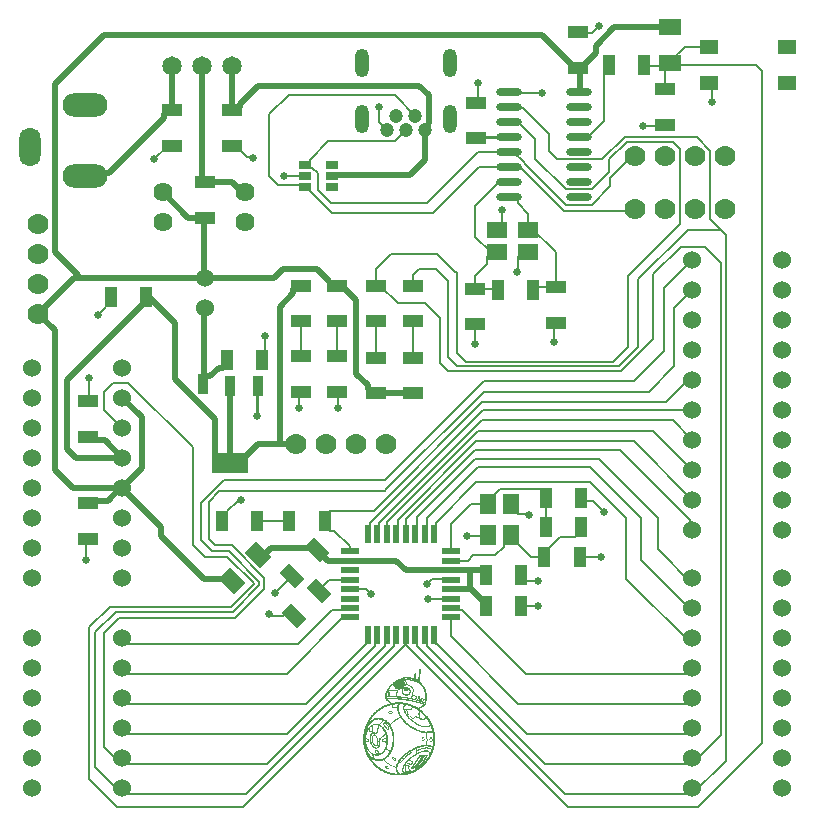
<source format=gtl>
G04*
G04 #@! TF.GenerationSoftware,Altium Limited,Altium Designer,24.2.2 (26)*
G04*
G04 Layer_Physical_Order=1*
G04 Layer_Color=255*
%FSLAX44Y44*%
%MOMM*%
G71*
G04*
G04 #@! TF.SameCoordinates,EF5741E1-F204-4FC3-9B2C-2ADE7EA652BA*
G04*
G04*
G04 #@! TF.FilePolarity,Positive*
G04*
G01*
G75*
%ADD10C,0.1524*%
%ADD11C,0.2540*%
%ADD14C,0.5080*%
%ADD23R,1.1176X1.8034*%
G04:AMPARAMS|DCode=24|XSize=1.3716mm|YSize=1.8542mm|CornerRadius=0mm|HoleSize=0mm|Usage=FLASHONLY|Rotation=45.000|XOffset=0mm|YOffset=0mm|HoleType=Round|Shape=Rectangle|*
%AMROTATEDRECTD24*
4,1,4,0.1706,-1.1405,-1.1405,0.1706,-0.1706,1.1405,1.1405,-0.1706,0.1706,-1.1405,0.0*
%
%ADD24ROTATEDRECTD24*%

%ADD25R,1.6500X0.5080*%
%ADD26R,0.5080X1.6500*%
G04:AMPARAMS|DCode=27|XSize=1.1176mm|YSize=1.8034mm|CornerRadius=0mm|HoleSize=0mm|Usage=FLASHONLY|Rotation=225.000|XOffset=0mm|YOffset=0mm|HoleType=Round|Shape=Rectangle|*
%AMROTATEDRECTD27*
4,1,4,-0.2425,1.0327,1.0327,-0.2425,0.2425,-1.0327,-1.0327,0.2425,-0.2425,1.0327,0.0*
%
%ADD27ROTATEDRECTD27*%

%ADD28R,1.8034X1.1176*%
%ADD29R,1.5000X1.2000*%
%ADD30R,1.8500X1.3500*%
%ADD31R,3.0988X1.7000*%
%ADD32R,0.8382X1.7000*%
%ADD33R,1.4000X1.8000*%
%ADD34R,1.0000X0.7000*%
%ADD35O,2.2000X0.6096*%
%ADD36R,1.8000X1.4000*%
%ADD60C,1.6200*%
%ADD61C,1.5240*%
%ADD62C,1.7780*%
%ADD63C,1.6500*%
%ADD64O,1.2000X2.4000*%
%ADD65C,1.2000*%
%ADD66O,1.8000X3.3000*%
%ADD67O,3.8000X2.0000*%
%ADD68C,0.6350*%
G36*
X348276Y126015D02*
X348557Y125968D01*
X348813Y125805D01*
X348860Y125711D01*
X349047Y125524D01*
X349000Y123095D01*
X348954Y122955D01*
X348884Y122044D01*
X348837Y121577D01*
X348790Y120643D01*
X348743Y120269D01*
X348697Y120082D01*
X348650Y118728D01*
X348557Y118260D01*
X348533Y118237D01*
X348580Y118190D01*
X348533Y118050D01*
X348463Y117046D01*
X348416Y116112D01*
X348393Y115901D01*
X348440Y115761D01*
X348580Y115434D01*
X348767Y115107D01*
X349748Y114126D01*
X349794Y114033D01*
X350168Y113659D01*
X350215Y113566D01*
X350402Y113379D01*
X350448Y113285D01*
X350822Y112912D01*
X350869Y112818D01*
X350962Y112725D01*
X351009Y112632D01*
X351406Y112048D01*
X351523Y111931D01*
X351570Y111837D01*
X351803Y111510D01*
X351850Y111370D01*
X352037Y111090D01*
X352083Y110997D01*
X352177Y110903D01*
X352294Y110599D01*
X352364Y110529D01*
X352410Y110436D01*
X352877Y109455D01*
X353111Y108941D01*
X353228Y108638D01*
X353345Y108381D01*
X353415Y108124D01*
X353531Y107820D01*
X353578Y107493D01*
X353765Y106886D01*
X353835Y106582D01*
X353928Y106208D01*
X353975Y105928D01*
X354022Y105555D01*
X354069Y105041D01*
X354115Y104854D01*
X354185Y104597D01*
X354232Y104410D01*
X354185Y100860D01*
X354139Y100720D01*
X354092Y99972D01*
X354045Y99832D01*
X353952Y99038D01*
X353882Y98641D01*
X353835Y98080D01*
X353788Y97613D01*
X353601Y96492D01*
X353555Y96025D01*
X353508Y95838D01*
X353438Y95768D01*
X353391Y95675D01*
X353111Y95441D01*
X352994Y95324D01*
X352901Y95278D01*
X352807Y95184D01*
X352574Y95044D01*
X351967Y94717D01*
X351640Y94484D01*
X350939Y94110D01*
X350612Y93923D01*
X349351Y93222D01*
X348557Y92802D01*
X348463Y92709D01*
X348206Y92592D01*
X348159Y92405D01*
X348323Y92241D01*
X348416Y92195D01*
X348557Y92055D01*
X348650Y92008D01*
X348743Y91914D01*
X348837Y91868D01*
X348977Y91728D01*
X349070Y91681D01*
X349164Y91587D01*
X349257Y91541D01*
X349444Y91354D01*
X349538Y91307D01*
X349631Y91214D01*
X349724Y91167D01*
X349958Y90933D01*
X350051Y90887D01*
X350238Y90700D01*
X350332Y90653D01*
X350472Y90513D01*
X350565Y90466D01*
X350752Y90279D01*
X350845Y90233D01*
X350915Y90163D01*
X350939Y90093D01*
X351032Y90046D01*
X351266Y89812D01*
X351359Y89766D01*
X352924Y88201D01*
X352971Y88107D01*
X353625Y87453D01*
X353671Y87360D01*
X353765Y87266D01*
X353812Y87173D01*
X354419Y86566D01*
X354559Y86332D01*
X354652Y86239D01*
X354699Y86145D01*
X354839Y86005D01*
X354886Y85912D01*
X355120Y85678D01*
X355260Y85445D01*
X355587Y84978D01*
X355634Y84884D01*
X355820Y84697D01*
X355867Y84604D01*
X356054Y84324D01*
X356101Y84230D01*
X356194Y84137D01*
X356241Y84043D01*
X356428Y83763D01*
X356614Y83436D01*
X356848Y83109D01*
X357268Y82315D01*
X357502Y81895D01*
X357689Y81567D01*
X358249Y80400D01*
X358483Y79886D01*
X358763Y79279D01*
X358950Y78858D01*
X359067Y78555D01*
X359137Y78298D01*
X359300Y77854D01*
X359417Y77550D01*
X359464Y77317D01*
X359604Y77176D01*
X359651Y76803D01*
X359791Y76476D01*
X359838Y76289D01*
X359931Y75869D01*
X360024Y75635D01*
X360094Y75238D01*
X360141Y75051D01*
X360211Y74794D01*
X360305Y74420D01*
X360351Y74140D01*
X360538Y73720D01*
X360585Y73066D01*
X360632Y72926D01*
X360725Y72599D01*
X360772Y71898D01*
X360819Y71758D01*
X360865Y71431D01*
X360912Y71244D01*
X360959Y70777D01*
X361052Y69562D01*
X361099Y69376D01*
X361146Y69049D01*
X361192Y68862D01*
X361216Y66409D01*
X361192Y65498D01*
Y65452D01*
X361146Y64190D01*
X361099Y64050D01*
X361052Y62882D01*
X361006Y62742D01*
X360912Y61948D01*
X360842Y61551D01*
X360795Y61318D01*
X360748Y60850D01*
X360632Y60547D01*
X360585Y60033D01*
X360538Y59893D01*
X360492Y59519D01*
X360305Y59239D01*
X360258Y58725D01*
X360165Y58491D01*
X360071Y58118D01*
X359978Y57791D01*
X359931Y57557D01*
X359838Y57324D01*
X359791Y56997D01*
X359651Y56763D01*
X359487Y56319D01*
X359417Y56109D01*
X359324Y55876D01*
X359184Y55549D01*
X358950Y54941D01*
X358903Y54754D01*
X358483Y53867D01*
X357689Y52325D01*
X357409Y51858D01*
X357315Y51625D01*
X357128Y51298D01*
X356941Y51017D01*
X356895Y50924D01*
X356801Y50830D01*
X356755Y50737D01*
X356568Y50410D01*
X356474Y50317D01*
X356194Y49803D01*
X356101Y49709D01*
X355961Y49476D01*
X355820Y49336D01*
X355680Y49102D01*
X355493Y48822D01*
X355447Y48728D01*
X355353Y48635D01*
X355213Y48401D01*
X355096Y48238D01*
X355003Y48191D01*
X354933Y48121D01*
X354886Y48028D01*
X354793Y47934D01*
X354746Y47841D01*
X354536Y47584D01*
X354396Y47350D01*
X354325Y47327D01*
X354279Y47234D01*
X354045Y47000D01*
X353998Y46907D01*
X353788Y46650D01*
X353625Y46486D01*
X353578Y46393D01*
X353345Y46159D01*
X353298Y46066D01*
X353228Y45996D01*
X353134Y45949D01*
X353018Y45785D01*
X352644Y45412D01*
X352597Y45318D01*
X352317Y45038D01*
X352270Y44945D01*
X352107Y44781D01*
X352013Y44735D01*
X351126Y43847D01*
X351032Y43800D01*
X350472Y43240D01*
X350378Y43193D01*
X350145Y42959D01*
X350051Y42913D01*
X349865Y42726D01*
X349771Y42679D01*
X349654Y42609D01*
X349608Y42516D01*
X349538Y42446D01*
X349444Y42399D01*
X349304Y42259D01*
X349211Y42212D01*
X349070Y42072D01*
X348977Y42025D01*
X348884Y41932D01*
X348790Y41885D01*
X348533Y41675D01*
X348416Y41558D01*
X348183Y41418D01*
X348089Y41325D01*
X347996Y41278D01*
X347902Y41184D01*
X347389Y40904D01*
X347155Y40670D01*
X346641Y40390D01*
X346314Y40157D01*
X346221Y40110D01*
X345800Y39876D01*
X345707Y39783D01*
X344072Y38942D01*
X343091Y38475D01*
X342788Y38358D01*
X342017Y38008D01*
X341830Y37961D01*
X341409Y37774D01*
X341152Y37704D01*
X340849Y37587D01*
X340662Y37541D01*
X340218Y37377D01*
X340008Y37307D01*
X339704Y37237D01*
X339494Y37120D01*
X339307Y37074D01*
X338980Y37027D01*
X338677Y36910D01*
X337929Y36723D01*
X337649Y36676D01*
X337416Y36630D01*
X337229Y36583D01*
X336621Y36490D01*
X336365Y36420D01*
X335897Y36373D01*
X335500Y36303D01*
X335127Y36209D01*
X334496Y36139D01*
X333795Y36093D01*
X333655Y36046D01*
X332814Y35999D01*
X332674Y35952D01*
X327209Y35999D01*
X326975Y36093D01*
X326788Y36139D01*
X325831Y36209D01*
X325574Y36326D01*
X325060Y36373D01*
X324920Y36420D01*
X324126Y36560D01*
X323775Y36630D01*
X323588Y36676D01*
X323308Y36723D01*
X322911Y36840D01*
X322421Y36957D01*
X322211Y37027D01*
X322024Y37074D01*
X321743Y37120D01*
X321463Y37307D01*
X321113Y37377D01*
X320879Y37471D01*
X320482Y37587D01*
X319898Y37798D01*
X319501Y37961D01*
X318894Y38241D01*
X318567Y38382D01*
X318263Y38498D01*
X318053Y38615D01*
X317749Y38732D01*
X317679Y38802D01*
X316138Y39596D01*
X315858Y39783D01*
X315624Y39923D01*
X314970Y40297D01*
X314877Y40390D01*
X314550Y40577D01*
X313896Y41044D01*
X313802Y41138D01*
X313475Y41325D01*
X312728Y41885D01*
X312634Y41978D01*
X312541Y42025D01*
X312354Y42212D01*
X312261Y42259D01*
X311840Y42586D01*
X311513Y42913D01*
X311420Y42959D01*
X311233Y43146D01*
X310999Y43286D01*
X310486Y43800D01*
X310392Y43847D01*
X310322Y43917D01*
X310299Y43987D01*
X310205Y44034D01*
X309925Y44314D01*
X309855Y44337D01*
X309808Y44431D01*
X309318Y44921D01*
X309224Y44968D01*
X309108Y45132D01*
X308967Y45225D01*
X308921Y45318D01*
X308687Y45552D01*
X308640Y45645D01*
X308314Y45972D01*
X308267Y46066D01*
X307846Y46486D01*
X307800Y46580D01*
X307566Y46813D01*
X307519Y46907D01*
X307379Y47000D01*
X307332Y47094D01*
X307192Y47234D01*
X307146Y47327D01*
X306819Y47748D01*
X306608Y48004D01*
X306445Y48168D01*
X306398Y48261D01*
X306258Y48401D01*
X306118Y48635D01*
X305908Y48892D01*
X305721Y49172D01*
X305604Y49289D01*
X305230Y49943D01*
X305137Y50036D01*
X304997Y50270D01*
X304763Y50597D01*
X304530Y51017D01*
X304296Y51391D01*
X303923Y52092D01*
X303829Y52185D01*
X303736Y52419D01*
X303315Y53306D01*
X302941Y54007D01*
X302848Y54240D01*
X302708Y54567D01*
X302521Y54988D01*
X302474Y55175D01*
X302381Y55408D01*
X302264Y55712D01*
X302171Y55946D01*
X302054Y56203D01*
X301984Y56459D01*
X301890Y56693D01*
X301774Y56997D01*
X301704Y57300D01*
X301587Y57697D01*
X301517Y58048D01*
X301353Y58585D01*
X301283Y58889D01*
X301236Y59075D01*
X301120Y59472D01*
X301073Y59659D01*
X301003Y60010D01*
X300886Y60313D01*
X300839Y60780D01*
X300793Y61154D01*
X300746Y61294D01*
X300653Y62088D01*
X300583Y62532D01*
X300536Y62812D01*
X300466Y63069D01*
X300396Y64307D01*
X300349Y64821D01*
X300256Y65381D01*
X300232Y66246D01*
X300279Y66386D01*
X300326Y69282D01*
X300372Y69422D01*
X300419Y70497D01*
X300466Y70637D01*
X300512Y70964D01*
X300559Y71150D01*
X300629Y71875D01*
X300676Y72295D01*
X300723Y72529D01*
X300793Y72786D01*
X300839Y72972D01*
X300886Y73439D01*
X300933Y73720D01*
X301026Y73953D01*
X301073Y74140D01*
X301120Y74514D01*
X301260Y74841D01*
X301306Y75028D01*
X301400Y75448D01*
X301493Y75682D01*
X301563Y75985D01*
X301657Y76219D01*
X301727Y76476D01*
X301797Y76779D01*
X301914Y77036D01*
X302124Y77620D01*
X302474Y78531D01*
X302568Y78765D01*
X302685Y79068D01*
X302778Y79302D01*
X302895Y79559D01*
X303035Y79792D01*
X303175Y80119D01*
X303549Y80913D01*
X303876Y81521D01*
X304016Y81754D01*
X304063Y81848D01*
X304249Y82128D01*
X304576Y82735D01*
X304763Y83062D01*
X305184Y83670D01*
X305230Y83763D01*
X305464Y84183D01*
X305557Y84277D01*
X305604Y84370D01*
X305744Y84510D01*
X305931Y84837D01*
X306165Y85164D01*
X306842Y86075D01*
X306959Y86192D01*
X307099Y86426D01*
X307309Y86683D01*
X307543Y86963D01*
X307800Y87220D01*
X307846Y87313D01*
X308220Y87687D01*
X308360Y87920D01*
X308827Y88388D01*
X308874Y88481D01*
X309411Y89018D01*
X309505Y89065D01*
X309575Y89135D01*
X309621Y89228D01*
X310205Y89812D01*
X310299Y89859D01*
X311046Y90606D01*
X311140Y90653D01*
X311560Y90980D01*
X311700Y91120D01*
X311793Y91167D01*
X312027Y91400D01*
X312120Y91447D01*
X312868Y92008D01*
X312961Y92101D01*
X313195Y92241D01*
X313288Y92335D01*
X313382Y92381D01*
X313662Y92568D01*
X313755Y92615D01*
X314012Y92825D01*
X314410Y93082D01*
X314736Y93316D01*
X314923Y93362D01*
X315250Y93596D01*
X315764Y93876D01*
X316044Y94063D01*
X316558Y94297D01*
X316652Y94343D01*
X317072Y94577D01*
X318333Y95184D01*
X318567Y95231D01*
X318660Y95324D01*
X319104Y95488D01*
X319595Y95698D01*
X320295Y95978D01*
X320622Y96072D01*
X320926Y96189D01*
X321720Y96469D01*
X321977Y96539D01*
X322164Y96586D01*
X322491Y96726D01*
X322678Y96772D01*
X322748Y96843D01*
X322608Y97076D01*
X322491Y97193D01*
X322421Y97216D01*
X322374Y97310D01*
X321837Y97847D01*
X321743Y97894D01*
X321650Y98034D01*
X321557Y98080D01*
X321487Y98151D01*
X321440Y98244D01*
X321323Y98361D01*
X321230Y98407D01*
X321066Y98571D01*
X321043Y98641D01*
X320949Y98688D01*
X320669Y98968D01*
X320575Y99015D01*
X320459Y99178D01*
X320295Y99295D01*
X319968Y99622D01*
X319875Y99669D01*
X319618Y99926D01*
X319571Y100019D01*
X319384Y100206D01*
X319338Y100299D01*
X319128Y100556D01*
X319011Y100813D01*
X318824Y101234D01*
X318777Y101420D01*
X318730Y101794D01*
X318684Y101934D01*
X318637Y102121D01*
X318684Y103336D01*
X318730Y103476D01*
X318777Y103803D01*
X318824Y104317D01*
X318964Y104644D01*
X319011Y104830D01*
X319081Y105087D01*
X319174Y105321D01*
X319244Y105531D01*
X319338Y105905D01*
X319665Y106606D01*
X319735Y106862D01*
X319851Y107119D01*
X320225Y107820D01*
X320692Y108708D01*
X320879Y109035D01*
X321019Y109175D01*
X321206Y109502D01*
X321346Y109735D01*
X321440Y109829D01*
X321533Y110062D01*
X321673Y110202D01*
X321813Y110436D01*
X321907Y110529D01*
X321954Y110623D01*
X322187Y110950D01*
X322327Y111090D01*
X322514Y111417D01*
X322748Y111650D01*
X322794Y111744D01*
X322888Y111837D01*
X322934Y111931D01*
X323005Y112001D01*
X323098Y112048D01*
X323285Y112328D01*
X323495Y112538D01*
X323542Y112632D01*
X323659Y112748D01*
X323752Y112795D01*
X323986Y113075D01*
X324313Y113402D01*
X324383Y113426D01*
X324429Y113519D01*
X324593Y113636D01*
X325200Y114243D01*
X325270Y114266D01*
X325317Y114360D01*
X325480Y114523D01*
X325574Y114570D01*
X325714Y114710D01*
X325807Y114757D01*
X325901Y114850D01*
X326134Y114991D01*
X326555Y115317D01*
X327209Y115785D01*
X327302Y115831D01*
X327396Y115925D01*
X327489Y115971D01*
X327723Y116205D01*
X327816Y116252D01*
X328096Y116439D01*
X329264Y117046D01*
X329965Y117373D01*
X330198Y117466D01*
X330619Y117653D01*
X331320Y117980D01*
X332043Y118237D01*
X332581Y118400D01*
X332861Y118447D01*
X333188Y118587D01*
X333538Y118657D01*
X333725Y118704D01*
X333982Y118774D01*
X334216Y118868D01*
X334543Y118914D01*
X334729Y118961D01*
X335056Y119008D01*
X335290Y119101D01*
X335617Y119148D01*
X337229Y119218D01*
X338373Y119241D01*
X338513Y119195D01*
X340008Y119148D01*
X340148Y119101D01*
X340335Y119054D01*
X340779Y118984D01*
X341012Y118938D01*
X341386Y118844D01*
X341643Y118774D01*
X341970Y118728D01*
X342204Y118634D01*
X342531Y118541D01*
X343021Y118424D01*
X343278Y118354D01*
X343465Y118400D01*
X343535Y118611D01*
X343582Y119498D01*
X343628Y119638D01*
X343675Y119825D01*
X343722Y120853D01*
X343768Y121600D01*
X343815Y121740D01*
X343862Y122208D01*
X344095Y122535D01*
X344306Y122605D01*
X345006Y122511D01*
X345263Y122254D01*
X345310Y122067D01*
X345263Y120900D01*
X345193Y120176D01*
X345146Y119895D01*
X345076Y119265D01*
X345053Y118400D01*
X345076Y118330D01*
X345030Y118190D01*
X345100Y117887D01*
X345216Y117723D01*
X345427Y117420D01*
X345520Y117373D01*
X345847Y117139D01*
X346081Y116999D01*
X346595Y116719D01*
X346735Y116672D01*
X346875Y116719D01*
X346922Y117093D01*
X346992Y117350D01*
X347062Y118494D01*
X347108Y119054D01*
X347202Y120082D01*
X347248Y120876D01*
X347295Y121904D01*
X347389Y123165D01*
X347435Y123539D01*
X347482Y124286D01*
X347529Y125407D01*
X347575Y125594D01*
X347669Y125828D01*
X347856Y126015D01*
X348136Y126061D01*
X348276Y126015D01*
D02*
G37*
%LPC*%
G36*
X336481Y118050D02*
X335594Y118003D01*
X335220Y117957D01*
X335103Y117933D01*
X335056D01*
X334823Y117840D01*
X334706Y117723D01*
X334729Y117653D01*
X335921Y117676D01*
X336808Y117630D01*
X337065Y117606D01*
X337205Y117653D01*
X337392Y117700D01*
X337556Y117863D01*
X337509Y117957D01*
X337299Y118027D01*
X336481Y118050D01*
D02*
G37*
G36*
X339027Y117980D02*
X338934Y117933D01*
X338887D01*
X338630Y117723D01*
X338583Y117536D01*
X338653Y117466D01*
X338840Y117420D01*
X339261Y117466D01*
X339401Y117420D01*
X340055Y117326D01*
X340288Y117233D01*
X340826Y117163D01*
X341059Y117116D01*
X341269Y117046D01*
X341363Y117093D01*
X341386Y117396D01*
X341269Y117513D01*
X340732Y117630D01*
X340475Y117700D01*
X339868Y117746D01*
X339588Y117793D01*
X339354Y117933D01*
X339027Y117980D01*
D02*
G37*
G36*
X342437Y117279D02*
X342297Y117233D01*
X342274Y117069D01*
X342484Y116812D01*
X342717Y116766D01*
X342998Y116625D01*
X343044D01*
X343348Y116555D01*
X343535Y116509D01*
X343932Y116345D01*
X344516Y116228D01*
X344726Y116158D01*
X344749Y116182D01*
X344679Y116252D01*
X344586Y116298D01*
X343979Y116579D01*
X343745Y116672D01*
X342951Y117046D01*
X342437Y117279D01*
D02*
G37*
G36*
X334729Y116439D02*
X334706Y116275D01*
X334846Y116135D01*
X334893Y116041D01*
X335127Y115528D01*
X335313Y115107D01*
X335383Y114850D01*
X335430Y114383D01*
X335454Y114080D01*
X335407Y113939D01*
X335360Y113332D01*
X335313Y113192D01*
X335220Y112865D01*
X335173Y112725D01*
X335080Y112632D01*
X335033Y112398D01*
X335197Y112375D01*
X335407Y112538D01*
X335454Y112632D01*
X335617Y112748D01*
X335757Y112888D01*
X335991Y113028D01*
X336131Y113169D01*
X336224Y113215D01*
X336388Y113519D01*
Y113566D01*
X336435Y113706D01*
X336388Y114266D01*
X336294Y114500D01*
X336224Y114850D01*
X336154Y115014D01*
X336014Y115154D01*
X335967Y115247D01*
X335781Y115528D01*
X335734Y115621D01*
X335313Y116041D01*
X335267Y116135D01*
X335197Y116205D01*
X335056Y116252D01*
X334916Y116392D01*
X334729Y116439D01*
D02*
G37*
G36*
X334122Y115131D02*
X334076Y114103D01*
X333935Y113542D01*
X333795Y113169D01*
X333725Y113099D01*
X333538Y112772D01*
X333445Y112678D01*
X333258Y112351D01*
X333118Y112211D01*
X333071Y112118D01*
X332931Y111978D01*
X332908Y111907D01*
X332604Y111744D01*
Y111697D01*
X332534Y111627D01*
X332441Y111580D01*
X332184Y111370D01*
X331413Y111020D01*
X330806Y110786D01*
X330619Y110740D01*
X330175Y110576D01*
X330198Y110506D01*
X330712Y110553D01*
X330852Y110599D01*
X331296Y110763D01*
X331553Y110880D01*
X331857Y110997D01*
X331927Y111067D01*
X332627Y111440D01*
X332721Y111534D01*
X332908Y111580D01*
X332978Y111650D01*
X333024Y111744D01*
X333165Y111884D01*
X333211Y111978D01*
X333375Y112094D01*
X333608Y112375D01*
X333679Y112445D01*
X334006Y113052D01*
X334146Y113285D01*
X334192Y113566D01*
X334286Y113799D01*
X334379Y114173D01*
X334333Y114547D01*
X334286Y114687D01*
X334192Y115107D01*
X334122Y115131D01*
D02*
G37*
G36*
X325714Y113356D02*
X325620Y113309D01*
X325550Y113239D01*
X325504Y113145D01*
X325130Y112772D01*
X324990Y112538D01*
X324663Y112118D01*
X324570Y112024D01*
X324523Y111931D01*
X324429Y111837D01*
X324383Y111744D01*
X324172Y111487D01*
X324056Y111323D01*
X324032Y111300D01*
X324009Y111277D01*
X323915Y111183D01*
X323869Y111090D01*
X323635Y110763D01*
X323495Y110623D01*
X323448Y110529D01*
X323355Y110436D01*
X323308Y110343D01*
X323121Y110156D01*
X323075Y110016D01*
X322934Y109875D01*
X322888Y109782D01*
X322748Y109642D01*
X322608Y109408D01*
X322514Y109315D01*
X322467Y109221D01*
X322234Y108988D01*
X322047Y108661D01*
X321767Y108381D01*
X321720Y108194D01*
X321743Y108124D01*
X321930Y108077D01*
X322117Y108124D01*
X322257Y108170D01*
X322444Y108217D01*
X322888Y108287D01*
X323121Y108381D01*
X323355Y108427D01*
X323869Y108474D01*
X324126Y108544D01*
X324967Y108591D01*
X325107Y108638D01*
X325971Y108661D01*
X327769Y108591D01*
X327910Y108544D01*
X328353Y108474D01*
X328890Y108404D01*
X329124Y108544D01*
X329451Y108871D01*
X329544Y108918D01*
X329614Y109128D01*
X329568Y109221D01*
X329311Y109291D01*
X328844Y109338D01*
X328377Y109478D01*
X328190Y109525D01*
X327676Y109759D01*
X327583Y109805D01*
X327396Y109992D01*
X327302Y110039D01*
X327045Y110249D01*
X326882Y110413D01*
X326788Y110459D01*
X326718Y110529D01*
X326672Y110623D01*
X326485Y110903D01*
X326298Y111230D01*
X326204Y111323D01*
X326134Y111580D01*
X326018Y111791D01*
X325971Y111978D01*
X325924Y112351D01*
X325784Y112678D01*
X325831Y113145D01*
X325714Y113356D01*
D02*
G37*
G36*
X334916Y109291D02*
X334683Y109245D01*
X334496Y109058D01*
X334403Y109011D01*
X334356Y108965D01*
X334333Y108941D01*
X334052Y108334D01*
X334006Y108007D01*
X334052Y106792D01*
X334099Y106652D01*
X334169Y106395D01*
X334286Y106185D01*
X334426Y105952D01*
X334636Y105695D01*
X334706Y105625D01*
X334846Y105391D01*
X335010Y105274D01*
X335197Y105087D01*
X336084Y104667D01*
X336271Y104620D01*
X336738Y104573D01*
X336925Y104527D01*
X337789Y104597D01*
X338023Y104690D01*
X338280Y104807D01*
X338700Y105041D01*
X338770Y105111D01*
X338817Y105204D01*
X338980Y105321D01*
X339050Y105391D01*
X339097Y105484D01*
X339424Y105998D01*
X339471Y106512D01*
X339564Y106746D01*
X339611Y107213D01*
X339564Y107633D01*
X339424Y107960D01*
X339377Y108287D01*
X339144Y108614D01*
X339097Y108754D01*
X338980Y108918D01*
X338840Y108965D01*
X338723Y108848D01*
X338677Y108474D01*
X338303Y107773D01*
X338186Y107610D01*
X338093Y107563D01*
X337859Y107330D01*
X337672Y107283D01*
X337392Y107096D01*
X336925Y107049D01*
X336318Y107096D01*
X336084Y107189D01*
X335570Y107470D01*
X335220Y107727D01*
X335173Y107914D01*
X334986Y108381D01*
X334940Y108567D01*
X334963Y109198D01*
X334916Y109291D01*
D02*
G37*
G36*
X322070Y105648D02*
X321977Y105601D01*
X321907Y105344D01*
X321860Y104737D01*
X321767Y104503D01*
X321673Y103849D01*
X321720Y103756D01*
X321837Y103686D01*
X322094Y103896D01*
X322140Y104036D01*
X322164Y104153D01*
X322187Y104177D01*
X322234Y105064D01*
X322187Y105531D01*
X322070Y105648D01*
D02*
G37*
G36*
X337112Y112328D02*
X336972Y112281D01*
X336692Y112234D01*
X336271Y112048D01*
X335851Y111814D01*
X335524Y111580D01*
X335383Y111440D01*
X335290Y111394D01*
X335103Y111207D01*
X335033Y111183D01*
X334986Y111090D01*
X334800Y110903D01*
X334846Y110763D01*
X334916Y110740D01*
X335150Y110833D01*
X335477Y110880D01*
X336107Y110950D01*
X336341Y110997D01*
X336598Y111067D01*
X337532Y111020D01*
X337672Y110973D01*
X338233Y110880D01*
X338490Y110810D01*
X338560Y110740D01*
X338653Y110693D01*
X339261Y110366D01*
X339401Y110226D01*
X339494Y110179D01*
X339658Y110016D01*
X339704Y109922D01*
X339845Y109829D01*
X339891Y109735D01*
X339985Y109642D01*
X340031Y109548D01*
X340265Y109128D01*
X340358Y108894D01*
X340499Y108567D01*
X340545Y108474D01*
Y108427D01*
X340592Y108054D01*
X340732Y107727D01*
X340685Y106559D01*
X340545Y106232D01*
X340475Y105882D01*
X340382Y105648D01*
X340031Y105017D01*
X339938Y104924D01*
X339891Y104830D01*
X339214Y104153D01*
X339120Y104106D01*
X338840Y103920D01*
X338537Y103803D01*
X338466Y103733D01*
X338163Y103663D01*
X337906Y103593D01*
X337719Y103546D01*
X337159Y103452D01*
X336411Y103499D01*
X336271Y103546D01*
X335967Y103616D01*
X335454Y103803D01*
X334776Y104106D01*
X334519Y104317D01*
X334356Y104433D01*
X334169Y104620D01*
X334076Y104667D01*
X333912Y104830D01*
X333865Y104924D01*
X333398Y105391D01*
X332931Y106372D01*
X332838Y107026D01*
X332884Y107960D01*
X332931Y108100D01*
X332978Y108474D01*
X333024Y108614D01*
X333118Y108848D01*
X333258Y109315D01*
X333235Y109385D01*
X332814Y109338D01*
X332674Y109291D01*
X332487Y109245D01*
X332160Y109105D01*
X331880Y109058D01*
X331366Y108824D01*
X331109Y108754D01*
X331039Y108684D01*
X330712Y108591D01*
X330432Y108544D01*
X330011Y108311D01*
X329895Y108194D01*
X329801Y107960D01*
X329731Y107703D01*
X329684Y107423D01*
X329591Y106956D01*
X329498Y106442D01*
X329428Y106185D01*
X329334Y105531D01*
X329217Y105227D01*
X329171Y104947D01*
X329124Y104573D01*
X329077Y104340D01*
X329031Y104153D01*
X328960Y103943D01*
X328914Y103756D01*
X328867Y103429D01*
X328914Y103242D01*
X328984Y103172D01*
X329124Y103125D01*
X329264Y103172D01*
X329451Y103125D01*
X330105Y103032D01*
X330712Y102939D01*
X330852Y102892D01*
X331039Y102845D01*
X332160Y102798D01*
X332394Y102705D01*
X332581Y102658D01*
X332908Y102612D01*
X333959Y102495D01*
X334800Y102355D01*
X335827Y102261D01*
X336107Y102214D01*
X336575Y102121D01*
X337135Y102074D01*
X337649Y101981D01*
X338116Y101934D01*
X338723Y101841D01*
X338957Y101794D01*
X339564Y101701D01*
X340125Y101654D01*
X340312Y101607D01*
X340896Y101537D01*
X340966Y101607D01*
X341012Y101794D01*
X341129Y102331D01*
X341176Y102565D01*
X341223Y102845D01*
X341269Y103032D01*
X341363Y103266D01*
X341409Y103499D01*
X341456Y103920D01*
X341503Y104106D01*
X341573Y104177D01*
X341666Y104737D01*
X341760Y105111D01*
X341806Y105438D01*
X341900Y105765D01*
X341947Y106325D01*
X341993Y106465D01*
X342040Y106652D01*
X342087Y106979D01*
X342133Y107166D01*
X342180Y107633D01*
X342227Y108521D01*
X342180Y108988D01*
X342087Y109221D01*
X342040Y109455D01*
X341947Y109548D01*
X341830Y109852D01*
X341643Y110132D01*
X341526Y110296D01*
X340942Y110880D01*
X340849Y110926D01*
X340709Y111067D01*
X340008Y111440D01*
X339634Y111674D01*
X339448Y111721D01*
X338934Y111954D01*
X338747Y112001D01*
X337859Y112281D01*
X337112Y112328D01*
D02*
G37*
G36*
X326555Y107703D02*
X324032Y107657D01*
X323892Y107610D01*
X323238Y107563D01*
X323098Y107516D01*
X322771Y107470D01*
X322584Y107423D01*
X322281Y107353D01*
X322070Y107236D01*
X321837Y107143D01*
X321603Y106909D01*
X321510Y106862D01*
X321393Y106792D01*
X321346Y106699D01*
X321206Y106465D01*
X321113Y106372D01*
X321066Y106232D01*
X321043Y106208D01*
X320902Y105835D01*
X320622Y104714D01*
X320482Y104340D01*
X320412Y104130D01*
X320295Y103826D01*
X320178Y103569D01*
X320132Y103336D01*
X319992Y103195D01*
X319945Y103009D01*
X319992Y102915D01*
X320062Y102845D01*
X320249Y102892D01*
X320342Y102985D01*
X320575Y103032D01*
X320716Y102985D01*
X320949Y103079D01*
X320973Y103336D01*
X320879Y103569D01*
X320973Y103803D01*
X320879Y104083D01*
X320926Y104223D01*
X321019Y104877D01*
X321113Y105438D01*
X321160Y105625D01*
X321300Y106138D01*
X321346Y106325D01*
X321393Y106419D01*
X321510Y106535D01*
X321837Y106676D01*
X322397Y106629D01*
X322537Y106582D01*
X322818Y106535D01*
X322934Y106372D01*
X323028Y106278D01*
X323075Y106092D01*
X323121Y105484D01*
X323051Y104480D01*
X323005Y104106D01*
X322958Y103873D01*
X322934Y103336D01*
X323005Y103266D01*
X323191Y103219D01*
X327886Y103195D01*
X328073Y103289D01*
X328120Y103476D01*
X328190Y103873D01*
X328236Y104667D01*
X328283Y105181D01*
X328330Y105414D01*
X328377Y105601D01*
X328423Y105835D01*
X328470Y106255D01*
X328563Y106489D01*
X328657Y106956D01*
X328680Y107400D01*
X328610Y107470D01*
X328423Y107516D01*
X328050Y107563D01*
X327910Y107610D01*
X327302Y107657D01*
X326555Y107703D01*
D02*
G37*
G36*
X324826Y102051D02*
X324686Y102004D01*
X321323Y101958D01*
X321183Y101911D01*
X320669Y101958D01*
X320529Y101911D01*
X319875Y101864D01*
X319805Y101794D01*
X319922Y101677D01*
X321230Y101724D01*
X322748Y101747D01*
X326064Y101701D01*
X326625Y101654D01*
X327092Y101607D01*
X327629Y101584D01*
X327653Y101561D01*
X330082Y101467D01*
X330549Y101420D01*
X330782Y101374D01*
X331063Y101327D01*
X331623Y101280D01*
X332137Y101234D01*
X332417Y101187D01*
X332791Y101140D01*
X333024Y101093D01*
X333679Y101047D01*
X333865Y101000D01*
X334076Y100930D01*
X334262Y100883D01*
X335313Y100813D01*
X335594Y100766D01*
X335827Y100673D01*
X336061Y100626D01*
X336528Y100580D01*
X337275Y100533D01*
X337532Y100416D01*
X337999Y100369D01*
X338420Y100323D01*
X338560Y100276D01*
X338793Y100229D01*
X338934Y100183D01*
X339120Y100136D01*
X339424Y100066D01*
X339611Y100019D01*
X339868Y99949D01*
X340312Y99879D01*
X340592Y99832D01*
X340966Y99739D01*
X341199Y99692D01*
X341713Y99645D01*
X341923Y99575D01*
X342741Y99412D01*
X343138Y99295D01*
X343325Y99248D01*
X343628Y99178D01*
X343885Y99061D01*
X344516Y98991D01*
X344749Y98898D01*
X344960Y98828D01*
X345263Y98758D01*
X345637Y98664D01*
X345917Y98618D01*
X346454Y98454D01*
X346641Y98407D01*
X346945Y98291D01*
X347202Y98174D01*
X347529Y98127D01*
X347832Y98057D01*
X348136Y97940D01*
X348323Y97894D01*
X348650Y97847D01*
X348977Y97707D01*
X349351Y97613D01*
X349818Y97473D01*
X350238Y97286D01*
X350425Y97240D01*
X350682Y97170D01*
X350892Y97100D01*
X351079Y97053D01*
X351336Y96983D01*
X351593Y96866D01*
X351897Y96796D01*
X352247Y96632D01*
X352364Y96702D01*
X352317Y96936D01*
X352200Y97053D01*
X352013Y97100D01*
X351499Y97333D01*
X351196Y97403D01*
X350822Y97543D01*
X350635Y97590D01*
X350261Y97730D01*
X350075Y97777D01*
X349678Y97940D01*
X349327Y98010D01*
X349024Y98174D01*
X348837Y98221D01*
X348486Y98291D01*
X348183Y98407D01*
X347692Y98524D01*
X347459Y98618D01*
X347272Y98664D01*
X346898Y98805D01*
X346501Y98921D01*
X346174Y99015D01*
X345871Y99085D01*
X345637Y99178D01*
X345427Y99248D01*
X345053Y99342D01*
X344726Y99388D01*
X344586Y99435D01*
X344352Y99482D01*
X344212Y99529D01*
X343839Y99622D01*
X343512Y99762D01*
X343115Y99832D01*
X342928Y99879D01*
X342694Y99972D01*
X342437Y100042D01*
X341760Y100159D01*
X341526Y100206D01*
X341339Y100253D01*
X340966Y100299D01*
X340779Y100346D01*
X340545Y100393D01*
X340288Y100463D01*
X339985Y100533D01*
X339798Y100580D01*
X339541Y100650D01*
X339214Y100696D01*
X338864Y100766D01*
X338466Y100883D01*
X337766Y100930D01*
X337626Y100977D01*
X337345Y101023D01*
X337205Y101070D01*
X337018Y101117D01*
X335967Y101187D01*
X335781Y101234D01*
X335524Y101304D01*
X335337Y101350D01*
X334426Y101420D01*
X334052Y101514D01*
X333188Y101584D01*
X333048Y101631D01*
X332114Y101724D01*
X331927Y101771D01*
X330362Y101841D01*
X329755Y101888D01*
X328960Y101934D01*
X326158Y102028D01*
X324826Y102051D01*
D02*
G37*
G36*
X336271Y116672D02*
X336201Y116602D01*
X336248Y116462D01*
X336388Y116322D01*
X336435Y116228D01*
X336528Y116135D01*
X336715Y115808D01*
X336995Y115201D01*
X337042Y115014D01*
X337112Y114757D01*
X337159Y114523D01*
X337299Y113262D01*
X337345Y113169D01*
X337672Y113075D01*
X337859Y113028D01*
X338326Y112888D01*
X338607Y112842D01*
X338747Y112795D01*
X339214Y112655D01*
X339634Y112468D01*
X339891Y112398D01*
X340545Y112071D01*
X340779Y111978D01*
X341246Y111697D01*
X341409Y111580D01*
X341666Y111370D01*
X342133Y110903D01*
X342180Y110810D01*
X342320Y110669D01*
X342367Y110576D01*
X342601Y110249D01*
X342834Y109735D01*
X342881Y109502D01*
X342974Y109268D01*
X343021Y108941D01*
X343068Y107914D01*
X342998Y107189D01*
X342951Y106816D01*
X342904Y106629D01*
X342834Y106372D01*
X342788Y106185D01*
X342741Y105578D01*
X342647Y105344D01*
X342601Y105017D01*
X342531Y104620D01*
X342484Y104433D01*
X342461Y104223D01*
X342577Y104106D01*
X342904Y104060D01*
X343091Y104013D01*
X343325Y103920D01*
X343745Y103873D01*
X344072Y103733D01*
X344609Y103616D01*
X344843Y103523D01*
X345403Y103382D01*
X345637Y103289D01*
X345894Y103125D01*
X346011Y102822D01*
X345964Y102495D01*
X345894Y102238D01*
X345730Y101701D01*
X345684Y101514D01*
X345637Y101234D01*
X345497Y100907D01*
X345450Y100580D01*
X345357Y100393D01*
X345474Y100183D01*
X345660Y100136D01*
X345987Y100089D01*
X346174Y100136D01*
X346244Y100346D01*
X346291Y100533D01*
X346408Y101070D01*
X346454Y101584D01*
X346618Y102121D01*
X346665Y102308D01*
X346758Y102401D01*
X346945Y102728D01*
X347062Y102845D01*
X347482Y103032D01*
X348136Y102939D01*
X348393Y102588D01*
X348580Y102168D01*
X348533Y101234D01*
X348486Y101093D01*
X348440Y100766D01*
X348393Y100159D01*
X348370Y99715D01*
X348416Y99575D01*
X348533Y99599D01*
X348580Y99785D01*
X348650Y100323D01*
X348743Y100556D01*
X348930Y101677D01*
X349070Y102051D01*
X349164Y102144D01*
X349491Y102285D01*
X349818Y102238D01*
X350145Y102098D01*
X350355Y101981D01*
X350402Y101888D01*
X350635Y101654D01*
X350588Y101187D01*
X350495Y100953D01*
X350402Y100159D01*
X350332Y99855D01*
X350285Y99342D01*
X350238Y99061D01*
X350215Y98805D01*
X350238Y98781D01*
X350285D01*
X350472Y98828D01*
X350542Y98898D01*
X350612Y99202D01*
X350659Y99435D01*
X350705Y99715D01*
X350752Y99949D01*
X350822Y100206D01*
X350869Y100393D01*
X350915Y100766D01*
X351149Y101187D01*
X351219Y101257D01*
X351406Y101304D01*
X351593Y101257D01*
X351850Y101187D01*
X352153Y101023D01*
X352387Y100883D01*
X352621Y100790D01*
X352784Y100907D01*
X352877Y101234D01*
X352831Y104410D01*
X352784Y104550D01*
X352714Y105134D01*
X352621Y105741D01*
X352574Y105928D01*
X352527Y106349D01*
X352480Y106535D01*
X352364Y106932D01*
X352177Y107540D01*
X352037Y107867D01*
X351686Y108824D01*
X351570Y109081D01*
X351336Y109502D01*
X350822Y110483D01*
X350588Y110856D01*
X350542Y110950D01*
X350308Y111277D01*
X350215Y111370D01*
X350075Y111604D01*
X349935Y111744D01*
X349888Y111837D01*
X349678Y112094D01*
X349514Y112258D01*
X349467Y112351D01*
X349281Y112538D01*
X349234Y112632D01*
X349094Y112772D01*
X349047Y112865D01*
X348603Y113309D01*
X348510Y113356D01*
X348323Y113542D01*
X348229Y113589D01*
X348089Y113729D01*
X347996Y113776D01*
X347902Y113869D01*
X347482Y114103D01*
X346688Y114477D01*
X346384Y114593D01*
X346011Y114734D01*
X345777Y114827D01*
X345544Y114874D01*
X345310Y114967D01*
X345006Y115084D01*
X344633Y115131D01*
X344539Y115224D01*
X344306Y115317D01*
X343885Y115364D01*
X343558Y115504D01*
X343231Y115551D01*
X342928Y115621D01*
X342671Y115738D01*
X342250Y115785D01*
X342017Y115925D01*
X341456Y115971D01*
X341223Y116065D01*
X340919Y116135D01*
X340732Y116182D01*
X340499Y116228D01*
X340125Y116275D01*
X339658Y116322D01*
X339471Y116369D01*
X339237Y116415D01*
X338607Y116485D01*
X337953Y116579D01*
X336715Y116649D01*
X336271Y116672D01*
D02*
G37*
G36*
X342297Y103266D02*
X342180Y103195D01*
X342133Y103009D01*
X342087Y102542D01*
X341993Y102308D01*
X341947Y102121D01*
X341900Y101607D01*
X341853Y101467D01*
X341900Y101280D01*
X342110Y101210D01*
X342297Y101164D01*
X342624Y101023D01*
X343044Y100977D01*
X343465Y100790D01*
X343792Y100743D01*
X344119Y100650D01*
X344422Y100626D01*
X344563Y100720D01*
X344609Y101327D01*
X344703Y101561D01*
X344773Y101864D01*
X344843Y102495D01*
X344796Y102588D01*
X344492Y102705D01*
X343979Y102845D01*
X343698Y102892D01*
X343558Y102939D01*
X343371Y102985D01*
X343278D01*
X342974Y103102D01*
X342788Y103149D01*
X342507Y103195D01*
X342320Y103242D01*
X342297Y103266D01*
D02*
G37*
G36*
X347575Y101631D02*
X347482Y101584D01*
X347365Y101327D01*
X347272Y100953D01*
X347225Y100673D01*
Y100626D01*
X347132Y100299D01*
X347178Y99785D01*
X347248Y99715D01*
X347389Y99762D01*
X347459Y99832D01*
X347505Y100533D01*
X347552Y100673D01*
X347599Y101000D01*
X347646Y101467D01*
X347575Y101631D01*
D02*
G37*
G36*
X351873Y100089D02*
X351686Y100042D01*
X351616Y99785D01*
X351546Y99482D01*
X351429Y99178D01*
X351359Y98641D01*
X351336Y98384D01*
X351453Y98267D01*
X351710Y98197D01*
X351920Y98080D01*
X352247Y97987D01*
X352480Y97894D01*
X352597Y97964D01*
X352574Y98267D01*
X352644Y99178D01*
X352597Y99318D01*
X352550Y99692D01*
X352410Y99832D01*
X352364Y99926D01*
X352294Y99996D01*
X352107Y100042D01*
X352013D01*
X351873Y100089D01*
D02*
G37*
G36*
X329171Y96352D02*
X329031Y96305D01*
X328423Y96259D01*
X327956Y96212D01*
X327769Y96165D01*
X327442Y96072D01*
X327256D01*
X326531Y95955D01*
X326345Y95908D01*
X325971Y95862D01*
X325901Y95838D01*
X325761Y95885D01*
X325527Y95745D01*
X325457Y95488D01*
X325387Y95138D01*
X325340Y94624D01*
X325317Y93759D01*
X325387Y93689D01*
X325574Y93643D01*
X326134Y93736D01*
X326975Y93783D01*
X327115Y93830D01*
X328797Y93876D01*
X328960Y94040D01*
X329007Y94133D01*
X329054Y94273D01*
X329124Y94530D01*
X329171Y94904D01*
X329217Y95138D01*
X329264Y95324D01*
X329334Y95581D01*
X329381Y95862D01*
X329428Y96002D01*
X329381Y96282D01*
X329171Y96352D01*
D02*
G37*
G36*
X321276Y100650D02*
X321019Y100626D01*
X321066Y100393D01*
X321276Y100183D01*
X321370Y100136D01*
X321487Y100019D01*
X321533Y99926D01*
X321884Y99575D01*
X321977Y99529D01*
X322234Y99318D01*
X322537Y99015D01*
X322631Y98968D01*
X323051Y98548D01*
X323145Y98501D01*
X323261Y98384D01*
X323308Y98291D01*
X323565Y98034D01*
X323659Y97987D01*
X323775Y97870D01*
X323822Y97777D01*
X324219Y97473D01*
X324546Y97380D01*
X324733Y97333D01*
X325527Y97380D01*
X325667Y97427D01*
X326134Y97473D01*
X326368Y97567D01*
X326695Y97613D01*
X327442Y97660D01*
X327629Y97707D01*
X328096Y97753D01*
X328283Y97800D01*
X329871Y97847D01*
X333562Y97800D01*
X333702Y97753D01*
X334239Y97683D01*
X334660Y97637D01*
X334893Y97590D01*
X335500Y97497D01*
X336061Y97450D01*
X336248Y97403D01*
X336505Y97286D01*
X336692Y97240D01*
X337135Y97170D01*
X337416Y97123D01*
X337789Y97029D01*
X338046Y96959D01*
X338420Y96913D01*
X338747Y96772D01*
X339074Y96726D01*
X339377Y96609D01*
X339588Y96539D01*
X339775Y96492D01*
X340358Y96282D01*
X340615Y96212D01*
X341059Y96048D01*
X341363Y95932D01*
X341690Y95838D01*
X342110Y95651D01*
X342297Y95605D01*
X343278Y95138D01*
X343792Y94904D01*
X343885Y94857D01*
X345941Y93783D01*
X346221Y93596D01*
X346408Y93549D01*
X346501Y93456D01*
X346735Y93362D01*
X346852Y93339D01*
X347085Y93433D01*
X347389Y93596D01*
X347482Y93643D01*
X347762Y93830D01*
X347949Y93876D01*
X348229Y94063D01*
X348416Y94110D01*
X348510Y94203D01*
X349304Y94624D01*
X349397Y94717D01*
X349584Y94764D01*
X350659Y95324D01*
X350986Y95511D01*
X351476Y95768D01*
X351429Y95955D01*
X351219Y96025D01*
X350869Y96095D01*
X350612Y96212D01*
X350121Y96329D01*
X349818Y96492D01*
X349491Y96539D01*
X349304Y96586D01*
X348977Y96726D01*
X348557Y96772D01*
X348323Y96866D01*
X348136Y96913D01*
X347529Y97100D01*
X347202Y97146D01*
X346781Y97333D01*
X346454Y97380D01*
X346198Y97450D01*
X345800Y97567D01*
X345030Y97730D01*
X344773Y97800D01*
X344446Y97847D01*
X343839Y98034D01*
X343512Y98080D01*
X343325Y98127D01*
X342998Y98221D01*
X342250Y98407D01*
X341877Y98454D01*
X341736Y98501D01*
X341316Y98548D01*
X341176Y98594D01*
X340989Y98641D01*
X340662Y98688D01*
X340475Y98734D01*
X340148Y98781D01*
X339915Y98875D01*
X339448Y98921D01*
X339261Y98968D01*
X338887Y99015D01*
X338653Y99108D01*
X338466Y99155D01*
X337929Y99225D01*
X337649Y99272D01*
X337042Y99365D01*
X336855Y99412D01*
X336341Y99459D01*
X335827Y99552D01*
X335547Y99599D01*
X335173Y99645D01*
X334613Y99692D01*
X334379Y99739D01*
X334192Y99785D01*
X333445Y99832D01*
X333211Y99879D01*
X333024Y99926D01*
X332768Y99996D01*
X332160Y100042D01*
X331413Y100089D01*
X331273Y100136D01*
X330455Y100206D01*
X329825Y100276D01*
X329077Y100323D01*
X327466Y100393D01*
X327092Y100439D01*
X326625Y100486D01*
X325597Y100533D01*
X324429Y100580D01*
X322351Y100603D01*
X322304D01*
X321276Y100650D01*
D02*
G37*
G36*
X336692Y95605D02*
X336178Y95324D01*
X335781Y94927D01*
X335734Y94834D01*
X335454Y94227D01*
X335360Y93993D01*
X335220Y93666D01*
X335267Y92638D01*
X335407Y92311D01*
X335454Y92125D01*
X335500Y91844D01*
X335594Y91611D01*
X335734Y91284D01*
X335967Y90676D01*
X336061Y90443D01*
X336178Y90139D01*
X336341Y89836D01*
X336902Y88761D01*
X337182Y88341D01*
X337322Y88107D01*
X337556Y87780D01*
X337696Y87547D01*
X337789Y87453D01*
X337976Y87126D01*
X338116Y86986D01*
X338163Y86893D01*
X338256Y86799D01*
X338303Y86706D01*
X338490Y86519D01*
X338677Y86192D01*
X338840Y86029D01*
X338934Y85982D01*
X339097Y85725D01*
X339237Y85585D01*
X339284Y85491D01*
X339471Y85304D01*
X339518Y85211D01*
X339938Y84791D01*
X339985Y84697D01*
X340055Y84627D01*
X340148Y84580D01*
X340265Y84417D01*
X340662Y84020D01*
X340756Y83973D01*
X341363Y83366D01*
X341456Y83319D01*
X341713Y83109D01*
X342017Y82805D01*
X342110Y82759D01*
X342250Y82619D01*
X342344Y82572D01*
X342484Y82432D01*
X342717Y82291D01*
X342858Y82151D01*
X342951Y82105D01*
X343138Y81918D01*
X343231Y81871D01*
X343371Y81731D01*
X343698Y81544D01*
X344236Y81147D01*
X344259Y81124D01*
X344352Y81030D01*
X344679Y80843D01*
X344773Y80750D01*
X345193Y80517D01*
X345520Y80330D01*
X345660Y80190D01*
X345987Y80003D01*
X346781Y79582D01*
X347202Y79349D01*
X348370Y78788D01*
X348790Y78601D01*
X349047Y78531D01*
X349211Y78368D01*
X349538Y78321D01*
X349865Y78181D01*
X350051Y78134D01*
X350659Y77947D01*
X351126Y77901D01*
X351312Y77854D01*
X351780Y77714D01*
X352107Y77667D01*
X352294Y77620D01*
X353041Y77574D01*
X354115Y77620D01*
X354255Y77667D01*
X354816Y77760D01*
X355213Y77831D01*
X355377Y77901D01*
X355890Y78181D01*
X355984Y78274D01*
X356077Y78321D01*
X356241Y78485D01*
X356474Y78998D01*
X356521Y79372D01*
X356568Y79512D01*
X356498Y79862D01*
X356451Y80143D01*
X356357Y80376D01*
X356287Y80446D01*
X356217Y80703D01*
X356101Y80867D01*
X355820Y81381D01*
X355680Y81521D01*
X355563Y81824D01*
X355447Y81988D01*
X355353Y82081D01*
X354980Y82782D01*
X354886Y82875D01*
X354652Y83296D01*
X354419Y83623D01*
X354232Y83950D01*
X354092Y84090D01*
X353812Y84604D01*
X353601Y84861D01*
X353461Y84908D01*
X353391Y84884D01*
X353321Y84627D01*
X353251Y84557D01*
X353158Y84324D01*
X353111Y84137D01*
X353018Y84043D01*
X352901Y83740D01*
X352784Y83576D01*
X352480Y83272D01*
X352387Y83226D01*
X352294Y83132D01*
X351967Y82992D01*
X351663Y82922D01*
X351429Y82875D01*
X350705Y82852D01*
X350565Y82899D01*
X350378Y82945D01*
X350051Y83039D01*
X349748Y83109D01*
X349187Y83249D01*
X348813Y83389D01*
X348580Y83483D01*
X348183Y83693D01*
X347949Y83833D01*
X347435Y84113D01*
X347202Y84207D01*
X346314Y84674D01*
X346034Y84861D01*
X345941Y84908D01*
X345427Y85188D01*
X345193Y85281D01*
X345100Y85328D01*
X344960Y85468D01*
X344586Y85421D01*
X344376Y85211D01*
X344329Y85118D01*
X344259Y85048D01*
X344165Y85001D01*
X344002Y84744D01*
X343909Y84650D01*
X343862Y84557D01*
X343628Y84324D01*
X343582Y84230D01*
X343488Y84137D01*
X343442Y84043D01*
X343208Y83810D01*
X343161Y83716D01*
X343021Y83576D01*
X342974Y83483D01*
X342811Y83319D01*
X342484Y83226D01*
X342180Y83343D01*
X342110Y83413D01*
X342017Y83459D01*
X341900Y83623D01*
X341830Y83693D01*
X341736Y83740D01*
X341666Y83810D01*
X341620Y83903D01*
X341456Y84020D01*
X341386Y84090D01*
X341363Y84160D01*
X341269Y84207D01*
X341106Y84370D01*
X341059Y84464D01*
X340942Y84580D01*
X340872Y84604D01*
X340826Y84697D01*
X340429Y85094D01*
X340335Y85141D01*
X340265Y85211D01*
X340218Y85304D01*
X340102Y85421D01*
X340008Y85468D01*
X339891Y85585D01*
X339845Y85678D01*
X338840Y86683D01*
X338747Y86729D01*
X338583Y86893D01*
X338537Y86986D01*
X338420Y87103D01*
X338350Y87126D01*
X338303Y87220D01*
X338163Y87360D01*
X338116Y87453D01*
X337766Y87804D01*
X337672Y87850D01*
X337462Y88247D01*
X337392Y89439D01*
X337205Y89906D01*
X337089Y90209D01*
X336738Y90560D01*
X336645Y90606D01*
X336388Y90817D01*
X336294Y90910D01*
X336248Y91004D01*
X336107Y91144D01*
X335991Y91447D01*
X335921Y91517D01*
X335874Y91704D01*
X335804Y92101D01*
X335710Y92475D01*
X335687Y92545D01*
X335804Y92709D01*
X335991Y92755D01*
X336832Y92709D01*
X336972Y92662D01*
X337509Y92545D01*
X337766Y92475D01*
X338420Y92428D01*
X338560Y92381D01*
X338840Y92335D01*
X338980Y92288D01*
X339307Y92241D01*
X339845Y92125D01*
X340265Y92078D01*
X340499Y92031D01*
X340662Y92008D01*
X340779Y92078D01*
X340826Y92265D01*
X340872Y92498D01*
X340919Y92638D01*
X340966Y92825D01*
X341246Y93339D01*
X341316Y93409D01*
X341409Y93456D01*
X341690Y93643D01*
X341783Y93689D01*
X341900Y93806D01*
X341853Y94040D01*
X341783Y94110D01*
X341316Y94250D01*
X341012Y94367D01*
X340639Y94460D01*
X340148Y94670D01*
X339658Y94787D01*
X339354Y94904D01*
X338980Y94951D01*
X338653Y95091D01*
X338466Y95138D01*
X338163Y95208D01*
X337929Y95301D01*
X337672Y95371D01*
X337486Y95418D01*
X337018Y95558D01*
X336692Y95605D01*
D02*
G37*
G36*
X342437Y92989D02*
X342297Y92942D01*
X342017Y92895D01*
X341947Y92825D01*
X341900Y92638D01*
X341806Y92545D01*
X341713Y92311D01*
X341760Y91984D01*
X341806Y91611D01*
X341853Y91471D01*
X341806Y91330D01*
X341736Y91260D01*
X341643Y91214D01*
X341503Y91167D01*
X341176Y91214D01*
X340078Y91284D01*
X339564Y91330D01*
X339377Y91377D01*
X338980Y91494D01*
X338747Y91541D01*
X338700D01*
X338280Y91587D01*
X338139Y91634D01*
X337953Y91681D01*
X337626Y91728D01*
X337065Y91774D01*
X337018Y91821D01*
X336808Y91704D01*
X336855Y91564D01*
X337018Y91400D01*
X337159Y91354D01*
X337299Y91214D01*
X337509Y91097D01*
X337556Y90957D01*
X337743Y90630D01*
X337836Y90536D01*
X337976Y90163D01*
X338163Y89882D01*
X338210Y89696D01*
X338303Y89602D01*
X338513Y89018D01*
X338560Y88458D01*
X338607Y88084D01*
X338723Y87967D01*
X338770Y87874D01*
X338887Y87757D01*
X339097Y87640D01*
X339144Y87547D01*
X339261Y87383D01*
X339354Y87337D01*
X340218Y86472D01*
X340265Y86379D01*
X340429Y86262D01*
X340499Y86192D01*
X340545Y86099D01*
X340896Y85748D01*
X340989Y85702D01*
X341106Y85538D01*
X341363Y85281D01*
X341456Y85234D01*
X342274Y84417D01*
X342320Y84324D01*
X342390Y84254D01*
X342554Y84277D01*
X342601Y84370D01*
X342834Y84791D01*
X342904Y84861D01*
X342998Y84908D01*
X343115Y85071D01*
X343301Y85258D01*
X343348Y85351D01*
X343488Y85491D01*
X343535Y85585D01*
X343839Y86029D01*
X343932Y86075D01*
X344002Y86145D01*
X344049Y86285D01*
X344165Y86402D01*
X344259Y86449D01*
X344329Y86613D01*
X344399Y86683D01*
X344656Y86706D01*
X344843Y86659D01*
X345006Y86496D01*
X345240Y86402D01*
X345474Y86262D01*
X346081Y85935D01*
X346174Y85842D01*
X346478Y85725D01*
X346641Y85561D01*
X347155Y85328D01*
X347225Y85398D01*
X347272Y85912D01*
X347365Y86145D01*
X347412Y86332D01*
X347435Y86589D01*
X347389Y86776D01*
X346992Y87500D01*
X346922Y87570D01*
X346828Y87617D01*
X346758Y87687D01*
X346711Y87874D01*
X346618Y87967D01*
X346571Y88154D01*
X346618Y88715D01*
X346688Y88831D01*
X346781Y88878D01*
X347295Y89112D01*
X347529Y89252D01*
X347692Y89649D01*
X347646Y89976D01*
X347599Y90209D01*
X347459Y90536D01*
X347412Y90630D01*
X347272Y90770D01*
X347225Y90863D01*
X347108Y90980D01*
X346875Y91120D01*
X346781Y91214D01*
X346361Y91447D01*
X346034Y91634D01*
X345754Y91821D01*
X345660Y91868D01*
X345567Y91961D01*
X345474Y92008D01*
X345193Y92195D01*
X344539Y92568D01*
X344306Y92662D01*
X343885Y92849D01*
X343605Y92895D01*
X343465Y92942D01*
X342437Y92989D01*
D02*
G37*
G36*
X348603Y89859D02*
X348533Y89696D01*
X348580Y89555D01*
X348533Y89135D01*
X348440Y88855D01*
X348229Y88598D01*
X348183Y88504D01*
X348089Y88458D01*
X347762Y88271D01*
X347692Y88201D01*
X347716Y88037D01*
X347949Y87897D01*
X348089Y87710D01*
X348183Y87663D01*
X348300Y87407D01*
X348346Y87220D01*
X348440Y86986D01*
X348463Y86215D01*
X348416Y85842D01*
X348300Y85585D01*
X348253Y85398D01*
X348229Y84954D01*
X348300Y84791D01*
X348463Y84627D01*
X348930Y84440D01*
X349117Y84394D01*
X349421Y84277D01*
X349608Y84230D01*
X350005Y84160D01*
X350332Y84020D01*
X350518Y83973D01*
X350799Y83926D01*
X350892Y83833D01*
X351079Y83786D01*
X351593Y83740D01*
X352013Y84067D01*
X352107Y84160D01*
X352200Y84207D01*
X352270Y84277D01*
X352317Y84370D01*
X352457Y84697D01*
X352504Y85024D01*
X352550Y85632D01*
X352504Y85772D01*
X352457Y85958D01*
X352294Y86402D01*
X352200Y86496D01*
X352177Y86519D01*
X351967Y86776D01*
X351873Y86823D01*
X350752Y87944D01*
X350659Y87991D01*
X350588Y88061D01*
X350542Y88154D01*
X350378Y88271D01*
X349771Y88878D01*
X349701Y88901D01*
X349654Y88995D01*
X349351Y89298D01*
X349257Y89345D01*
X349070Y89532D01*
X348977Y89579D01*
X348907Y89649D01*
X348860Y89742D01*
X348790Y89812D01*
X348603Y89859D01*
D02*
G37*
G36*
X324313Y95511D02*
X323986Y95464D01*
X323752Y95371D01*
X323425Y95324D01*
X323005Y95138D01*
X322631Y95091D01*
X322397Y94997D01*
X322211Y94951D01*
X321907Y94881D01*
X321510Y94717D01*
X321206Y94600D01*
X320949Y94484D01*
X320622Y94343D01*
X320178Y94180D01*
X319945Y94087D01*
X319758Y94040D01*
X319524Y93946D01*
X319454Y93876D01*
X319198Y93806D01*
X318964Y93713D01*
X318894Y93643D01*
X318660Y93549D01*
X316838Y92615D01*
X316745Y92522D01*
X315951Y92101D01*
X315858Y92008D01*
X315717Y91961D01*
X315390Y91728D01*
X314970Y91494D01*
X314923Y91400D01*
X314830Y91354D01*
X314503Y91167D01*
X314246Y90957D01*
X314129Y90840D01*
X314036Y90793D01*
X313942Y90700D01*
X313849Y90653D01*
X313522Y90420D01*
X313288Y90279D01*
X313195Y90186D01*
X313102Y90139D01*
X312961Y89999D01*
X312868Y89952D01*
X312634Y89719D01*
X312541Y89672D01*
X312447Y89579D01*
X312354Y89532D01*
X312120Y89298D01*
X312027Y89252D01*
X311934Y89158D01*
X311840Y89112D01*
X311467Y88738D01*
X311373Y88691D01*
X309855Y87173D01*
X309808Y87080D01*
X309248Y86519D01*
X309201Y86426D01*
X308967Y86192D01*
X308827Y85958D01*
X308617Y85702D01*
X308500Y85585D01*
X308454Y85491D01*
X308314Y85351D01*
X308267Y85258D01*
X308057Y85001D01*
X307870Y84721D01*
X307800Y84650D01*
X307753Y84557D01*
X307426Y84137D01*
X307192Y83763D01*
X307146Y83670D01*
X307052Y83576D01*
X307006Y83483D01*
X306819Y83156D01*
X306585Y82829D01*
X306492Y82595D01*
X306445Y82502D01*
X306211Y82128D01*
X306165Y81988D01*
X306071Y81754D01*
X306095Y81684D01*
X306211Y81708D01*
X306258Y81801D01*
X306375Y81918D01*
X306585Y82035D01*
X306632Y82128D01*
X306795Y82245D01*
X306982Y82432D01*
X307076Y82478D01*
X307356Y82665D01*
X307589Y82805D01*
X307846Y83016D01*
X308103Y83179D01*
X308197Y83272D01*
X308384Y83319D01*
X308664Y83506D01*
X310019Y84160D01*
X310322Y84277D01*
X310532Y84347D01*
X310906Y84440D01*
X311233Y84534D01*
X311420Y84580D01*
X311723Y84650D01*
X311957Y84697D01*
X312331Y84744D01*
X312611Y84791D01*
X312728Y84814D01*
X312775D01*
X313896Y84861D01*
X314036Y84814D01*
X314947Y84744D01*
X315204Y84674D01*
X315764Y84627D01*
X315998Y84534D01*
X316255Y84464D01*
X316488Y84417D01*
X316675Y84370D01*
X316909Y84277D01*
X317422Y84137D01*
X317726Y83973D01*
X319174Y83226D01*
X319922Y82665D01*
X320178Y82455D01*
X320552Y82221D01*
X321276Y81497D01*
X321370Y81451D01*
X321580Y81241D01*
X321627Y81147D01*
X321767Y81007D01*
X321813Y80913D01*
X322000Y80773D01*
X322047Y80680D01*
X322281Y80446D01*
X322327Y80353D01*
X322421Y80260D01*
X322467Y80166D01*
X322561Y80073D01*
X322608Y79979D01*
X322864Y79722D01*
X323051Y79769D01*
X323472Y80096D01*
X323612Y80236D01*
X323705Y80283D01*
X323939Y80517D01*
X324032Y80563D01*
X324453Y80890D01*
X324546Y80984D01*
X324640Y81030D01*
X324780Y81170D01*
X324873Y81217D01*
X325013Y81357D01*
X325107Y81404D01*
X325200Y81497D01*
X325294Y81544D01*
X325434Y81684D01*
X325527Y81731D01*
X325620Y81824D01*
X325714Y81871D01*
X325971Y82081D01*
X326041Y82151D01*
X326134Y82198D01*
X326321Y82385D01*
X326555Y82525D01*
X326975Y82852D01*
X327115Y82992D01*
X327209Y83039D01*
X327653Y83343D01*
X328003Y83553D01*
X328423Y83786D01*
X328563Y83926D01*
X328797Y84020D01*
X328937Y84160D01*
X329241Y84277D01*
X329311Y84347D01*
X329638Y84534D01*
X330058Y84767D01*
X330572Y85094D01*
X331179Y85421D01*
X331343Y85538D01*
X331296Y85865D01*
X331203Y85958D01*
X331109Y86192D01*
X330782Y86799D01*
X330315Y87780D01*
X330082Y88294D01*
X329918Y88738D01*
X329848Y88808D01*
X329708Y89368D01*
X329568Y89696D01*
X329498Y89999D01*
X329381Y90396D01*
X329311Y90840D01*
X329217Y91214D01*
X329171Y91447D01*
X329124Y91821D01*
X329077Y92381D01*
X329031Y92895D01*
X328890Y93035D01*
X327302Y92989D01*
X327162Y92942D01*
X326695Y92895D01*
X325714Y92849D01*
X325574Y92802D01*
X325107Y92849D01*
X324686Y92895D01*
X324616Y92965D01*
X324570Y93152D01*
X324523Y93479D01*
X324499Y94717D01*
X324570Y95348D01*
X324499Y95464D01*
X324313Y95511D01*
D02*
G37*
G36*
X313569Y83413D02*
X312961Y83366D01*
X312821Y83319D01*
X312354Y83272D01*
X312167Y83226D01*
X312120D01*
X311864Y83156D01*
X311467Y83086D01*
X311233Y82992D01*
X310906Y82852D01*
X310392Y82665D01*
X309037Y81965D01*
X308944Y81871D01*
X308851Y81824D01*
X308430Y81497D01*
X308057Y81264D01*
X307963Y81217D01*
X307846Y81100D01*
X307800Y81007D01*
X307543Y80843D01*
X307449Y80750D01*
X307356Y80703D01*
X307286Y80633D01*
X307239Y80540D01*
X307076Y80376D01*
X306982Y80330D01*
X306842Y80143D01*
X306749Y80096D01*
X306492Y79839D01*
X306445Y79746D01*
X306281Y79582D01*
X306188Y79535D01*
X306001Y79255D01*
X305884Y79138D01*
X305838Y79045D01*
X305651Y78858D01*
X305511Y78625D01*
X305417Y78531D01*
X305371Y78438D01*
X305230Y78298D01*
X305044Y77971D01*
X304763Y77503D01*
X304670Y77270D01*
X304109Y76242D01*
X303736Y75448D01*
X303409Y74747D01*
X303269Y74374D01*
X303128Y74047D01*
X303152Y73977D01*
X303245Y74023D01*
X303596Y74701D01*
X303782Y74981D01*
X303923Y75215D01*
X304156Y75588D01*
X304203Y75682D01*
X304390Y75962D01*
X304436Y76055D01*
X304576Y76196D01*
X304717Y76429D01*
X304857Y76522D01*
X304903Y76616D01*
X304997Y76709D01*
X305044Y76803D01*
X305324Y77083D01*
X305347Y77153D01*
X305441Y77200D01*
X306095Y77854D01*
X306188Y77901D01*
X306422Y78134D01*
X306749Y78321D01*
X307006Y78531D01*
X307286Y78718D01*
X307356Y78788D01*
X307589Y78882D01*
X307683Y78928D01*
X308944Y79535D01*
X309458Y79769D01*
X309692Y79816D01*
X309832Y79862D01*
X310579Y79909D01*
X311747Y79862D01*
X311980Y79769D01*
X312518Y79652D01*
X313055Y79489D01*
X313288Y79442D01*
X313615Y79302D01*
X313942Y79349D01*
X314106Y79512D01*
X314153Y79606D01*
X314480Y79932D01*
X314526Y80026D01*
X314760Y80260D01*
X314806Y80353D01*
X315110Y80797D01*
X315274Y80960D01*
X315320Y81054D01*
X315414Y81147D01*
X315531Y81357D01*
X315601Y81381D01*
X315647Y81474D01*
X316091Y82058D01*
X316208Y82221D01*
X316301Y82315D01*
X316348Y82455D01*
X316418Y82525D01*
X316511Y82572D01*
X316628Y82689D01*
X316582Y82829D01*
X316511Y82899D01*
X316185Y82945D01*
X315998Y82992D01*
X315764Y83086D01*
X315390Y83132D01*
X315157Y83226D01*
X314690Y83272D01*
X313569Y83413D01*
D02*
G37*
G36*
X307729Y77620D02*
X307613Y77503D01*
X307566Y77410D01*
X307496Y77340D01*
X307402Y77293D01*
X307309Y77200D01*
X307216Y77153D01*
X307076Y77013D01*
X306982Y76966D01*
X306772Y76803D01*
X306725Y76709D01*
X306608Y76593D01*
X306445Y76522D01*
X306352Y76289D01*
X306305Y76149D01*
X306165Y76009D01*
X306118Y75822D01*
X306071Y75495D01*
X306048Y75098D01*
X306095Y74818D01*
X306141Y74444D01*
X306188Y74210D01*
X306258Y73953D01*
X306305Y73766D01*
X306352Y73486D01*
X306515Y73323D01*
X306702Y73276D01*
X306889Y73323D01*
X306982Y73416D01*
X307006Y73439D01*
X307519Y73533D01*
X307589Y73603D01*
X307683Y73650D01*
X307893Y73766D01*
X307940Y73953D01*
X307893Y76849D01*
X307800Y77083D01*
X307776Y77200D01*
X307846Y77457D01*
X307800Y77597D01*
X307729Y77620D01*
D02*
G37*
G36*
X331273Y96212D02*
X331156Y96142D01*
X331109Y96048D01*
X331016Y95955D01*
X330922Y95721D01*
X330806Y95418D01*
X330689Y95021D01*
X330642Y94647D01*
X330549Y94413D01*
X330502Y94227D01*
X330479Y93596D01*
X330502Y93479D01*
X330455Y93339D01*
X330525Y92241D01*
X330572Y91961D01*
X330619Y91541D01*
X330712Y91167D01*
X330759Y90887D01*
X330922Y90490D01*
X331016Y90116D01*
X331156Y89789D01*
X331203Y89555D01*
X331226Y89532D01*
X331296Y89462D01*
X331390Y89088D01*
X331623Y88574D01*
X331670Y88434D01*
X332651Y86519D01*
X332838Y86239D01*
X332884Y86145D01*
X333071Y85818D01*
X333305Y85491D01*
X333468Y85188D01*
X333562Y85141D01*
X334029Y84394D01*
X334286Y84137D01*
X334426Y83903D01*
X334519Y83810D01*
X334566Y83716D01*
X334846Y83436D01*
X334893Y83343D01*
X335033Y83202D01*
X335080Y83062D01*
X335290Y82805D01*
X335430Y82665D01*
X335524Y82619D01*
X335594Y82549D01*
X335640Y82455D01*
X335827Y82268D01*
X335874Y82175D01*
X336318Y81731D01*
X336411Y81684D01*
X336481Y81614D01*
X336528Y81521D01*
X336598Y81451D01*
X336692Y81404D01*
X336808Y81287D01*
X336855Y81194D01*
X337345Y80703D01*
X337439Y80657D01*
X337556Y80540D01*
X337602Y80446D01*
X337836Y80306D01*
X337883Y80213D01*
X337999Y80096D01*
X338093Y80049D01*
X338233Y79909D01*
X338326Y79862D01*
X338420Y79769D01*
X338513Y79722D01*
X338747Y79489D01*
X338840Y79442D01*
X339027Y79255D01*
X339120Y79208D01*
X339214Y79115D01*
X339307Y79068D01*
X339448Y78928D01*
X339541Y78882D01*
X339704Y78765D01*
X339728Y78695D01*
X339821Y78648D01*
X340475Y78181D01*
X340802Y77994D01*
X341269Y77667D01*
X341363Y77620D01*
X341736Y77387D01*
X341830Y77340D01*
X342157Y77153D01*
X342671Y76826D01*
X342998Y76639D01*
X344446Y75892D01*
X344726Y75705D01*
X345333Y75425D01*
X345660Y75285D01*
X345847Y75238D01*
X346735Y74818D01*
X347155Y74631D01*
X347342Y74584D01*
X347786Y74420D01*
X348089Y74304D01*
X348323Y74210D01*
X348767Y74047D01*
X349024Y73930D01*
X349397Y73883D01*
X349818Y73696D01*
X350332Y73650D01*
X350659Y73509D01*
X350986Y73463D01*
X351523Y73393D01*
X351920Y73276D01*
X352247Y73229D01*
X352667Y73183D01*
X352807Y73136D01*
X353415Y73089D01*
X355610Y73136D01*
X355750Y73183D01*
X356264Y73229D01*
X356404Y73276D01*
X356755Y73346D01*
X356941Y73393D01*
X357175Y73439D01*
X357362Y73486D01*
X357759Y73603D01*
X358530Y73720D01*
X358693Y73836D01*
X358717Y74234D01*
X358670Y74374D01*
X358483Y74794D01*
X358436Y74981D01*
X358249Y75401D01*
X358203Y75588D01*
X358156Y75915D01*
X358016Y76242D01*
X357946Y76546D01*
X357829Y76803D01*
X357782Y76990D01*
X357736Y77223D01*
X357642Y77317D01*
X357572Y77574D01*
X357525Y77854D01*
X357455Y78017D01*
X357292Y78181D01*
X357105Y78134D01*
X357035Y78064D01*
X356895Y77831D01*
X356778Y77714D01*
X356684Y77667D01*
X356568Y77503D01*
X356357Y77247D01*
X356264Y77200D01*
X355984Y77013D01*
X355563Y76826D01*
X355236Y76733D01*
X354676Y76686D01*
X354536Y76639D01*
X354349Y76593D01*
X354209Y76546D01*
X354069Y76593D01*
X353181Y76546D01*
X352340Y76593D01*
X352200Y76639D01*
X352013Y76686D01*
X351406Y76733D01*
X351219Y76779D01*
X350845Y76826D01*
X350705Y76873D01*
X350332Y76966D01*
X349794Y77083D01*
X349491Y77200D01*
X349257Y77293D01*
X348930Y77387D01*
X348697Y77480D01*
X348276Y77667D01*
X348089Y77714D01*
X347389Y78041D01*
X347155Y78134D01*
X347062Y78181D01*
X346548Y78461D01*
X346454Y78555D01*
X346268Y78601D01*
X346174Y78695D01*
X345847Y78835D01*
X345754Y78882D01*
X345427Y79115D01*
X345100Y79302D01*
X344212Y79862D01*
X343979Y80003D01*
X343885Y80096D01*
X343652Y80236D01*
X343558Y80330D01*
X343465Y80376D01*
X343138Y80610D01*
X343044Y80657D01*
X342951Y80750D01*
X342858Y80797D01*
X342717Y80937D01*
X342484Y81077D01*
X342297Y81264D01*
X342204Y81311D01*
X342110Y81404D01*
X342017Y81451D01*
X341877Y81591D01*
X341783Y81638D01*
X341620Y81754D01*
X341573Y81848D01*
X341339Y81988D01*
X341293Y82081D01*
X341223Y82151D01*
X341129Y82198D01*
X341036Y82291D01*
X340942Y82338D01*
X340685Y82549D01*
X340522Y82665D01*
X340055Y83132D01*
X339961Y83179D01*
X339845Y83343D01*
X339681Y83459D01*
X339518Y83623D01*
X339471Y83716D01*
X338443Y84744D01*
X338396Y84837D01*
X338069Y85164D01*
X338023Y85258D01*
X337836Y85445D01*
X337696Y85678D01*
X337416Y85958D01*
X337275Y86192D01*
X337182Y86285D01*
X337135Y86379D01*
X336668Y87033D01*
X336621Y87126D01*
X336435Y87313D01*
X336388Y87453D01*
X336248Y87593D01*
X336178Y87850D01*
X335921Y88107D01*
X335874Y88201D01*
X335267Y89368D01*
X335173Y89462D01*
X335056Y89766D01*
X334940Y89882D01*
X334870Y90139D01*
X334636Y90747D01*
X334519Y91004D01*
X334426Y91330D01*
X334333Y91564D01*
X334286Y91751D01*
X334216Y92055D01*
X334146Y92311D01*
X334099Y92498D01*
X334052Y92965D01*
X334029Y93596D01*
X334076Y93783D01*
X334146Y94040D01*
X334216Y94390D01*
X334426Y94787D01*
X334519Y95161D01*
X334613Y95254D01*
X334706Y95488D01*
X334893Y95768D01*
X334823Y95932D01*
X334636Y95978D01*
X334496Y95932D01*
X334356Y95978D01*
X333632Y96048D01*
X333398Y96142D01*
X332511Y96189D01*
X331273Y96212D01*
D02*
G37*
G36*
X310766Y78882D02*
X310159Y78835D01*
X310019Y78788D01*
X309668Y78718D01*
X309131Y78414D01*
X309014Y78298D01*
X308921Y78064D01*
X308874Y77737D01*
X308921Y76149D01*
X308874Y73533D01*
X308687Y73206D01*
X308617Y73136D01*
X308547Y73113D01*
X308500Y73019D01*
X308384Y72902D01*
X308197Y72856D01*
X307683Y72622D01*
X307496Y72575D01*
X307332Y72552D01*
X307262Y72575D01*
X307122Y72529D01*
X306655Y72388D01*
X306048Y72435D01*
X305721Y72622D01*
X305464Y72879D01*
X305371Y73113D01*
X305324Y73393D01*
X305230Y73626D01*
X305184Y73813D01*
X305137Y74280D01*
X305090Y74561D01*
X304974Y74677D01*
X304810Y74607D01*
X304763Y74514D01*
X304530Y74140D01*
X304063Y73159D01*
X303782Y72552D01*
X303712Y72295D01*
X303596Y72038D01*
X303525Y71781D01*
X303409Y71477D01*
X303292Y70940D01*
X303175Y70543D01*
X303128Y70356D01*
X303058Y70006D01*
X303011Y69819D01*
X302965Y69586D01*
X302918Y69399D01*
X302871Y68885D01*
X302848Y68021D01*
X303058Y67624D01*
X303152Y67577D01*
X303245Y67484D01*
X303339Y67437D01*
X303993Y67157D01*
X304226Y67063D01*
X304646Y66643D01*
X304740Y66596D01*
X304903Y66433D01*
X305090Y66106D01*
X305324Y65592D01*
X305371Y65405D01*
X305417Y64424D01*
X305277Y64190D01*
X305207Y64120D01*
X304974Y64027D01*
X304483Y64004D01*
X304203Y64050D01*
X304016Y64097D01*
X303409Y64190D01*
X303175Y64237D01*
X302965Y64260D01*
X302848Y64190D01*
X302895Y63630D01*
X302941Y63490D01*
X303011Y62906D01*
X303128Y62509D01*
X303175Y62322D01*
X303245Y61972D01*
X303432Y61458D01*
X303502Y61247D01*
X303549Y61061D01*
X303596Y60780D01*
X303782Y60360D01*
X303876Y60126D01*
X304063Y59706D01*
X304109Y59612D01*
X304530Y58818D01*
X304717Y58491D01*
X304810Y58398D01*
X304857Y58305D01*
X305160Y57861D01*
X305394Y57487D01*
X305511Y57324D01*
X305884Y56950D01*
X305931Y56856D01*
X306305Y56483D01*
X306352Y56389D01*
X306842Y55899D01*
X306912Y55876D01*
X306959Y55782D01*
X307122Y55665D01*
X307262Y55525D01*
X307356Y55478D01*
X307543Y55292D01*
X307636Y55245D01*
X307823Y55058D01*
X307916Y55011D01*
X308243Y54778D01*
X309505Y54170D01*
X309972Y54030D01*
X310275Y53960D01*
X310906Y53890D01*
X310976Y53960D01*
X310929Y54381D01*
X310789Y54708D01*
X310579Y55292D01*
X310532Y55478D01*
X310486Y55712D01*
X310369Y56016D01*
X310275Y56249D01*
X310322Y57043D01*
X310532Y57300D01*
X310649Y57464D01*
X310906Y57721D01*
X310999Y57767D01*
X311233Y58001D01*
X311560Y58141D01*
X311747Y58188D01*
X312354Y58141D01*
X312658Y57837D01*
X312705Y57744D01*
X312938Y57417D01*
X313826Y55689D01*
X314012Y55362D01*
X314386Y54661D01*
X314503Y54544D01*
X314830Y54591D01*
X314970Y54731D01*
X315297Y54918D01*
X315554Y55128D01*
X315671Y55245D01*
X315764Y55292D01*
X315951Y55478D01*
X316185Y55619D01*
X316325Y55759D01*
X316418Y55805D01*
X316535Y55969D01*
X316652Y56086D01*
X316722Y56109D01*
X316768Y56203D01*
X317002Y56436D01*
X317049Y56529D01*
X317236Y56716D01*
X317259Y56786D01*
X317352Y56833D01*
X317422Y56903D01*
X317469Y56997D01*
X317679Y57253D01*
X317913Y57627D01*
X318030Y57744D01*
X318076Y57837D01*
X318310Y58164D01*
X318543Y58538D01*
X318660Y58842D01*
X318777Y58959D01*
X318894Y59262D01*
X319104Y59659D01*
X319291Y60080D01*
X319431Y60407D01*
X319478Y60594D01*
X319571Y60827D01*
X319618Y60967D01*
X319665Y61154D01*
X319711Y61481D01*
X319805Y61715D01*
X319851Y61901D01*
X319898Y62649D01*
X319851Y63490D01*
X319735Y63606D01*
X319338Y63677D01*
X319081Y63747D01*
X318614Y63793D01*
X318380Y63887D01*
X318076Y63957D01*
X317890Y64004D01*
X317633Y64120D01*
X317446Y64167D01*
X317189Y64237D01*
X316722Y64424D01*
X316511Y64634D01*
X316418Y64681D01*
X316348Y64751D01*
X316301Y65638D01*
X316348Y65779D01*
X316488Y66292D01*
X316558Y66596D01*
X316722Y66900D01*
X316838Y67110D01*
X317025Y67157D01*
X317819Y67250D01*
X318287Y67297D01*
X319454Y67344D01*
X320108Y67390D01*
X320178Y67460D01*
X320132Y67834D01*
X320038Y68067D01*
X319992Y68394D01*
X319945Y68955D01*
X319898Y69095D01*
X319781Y69632D01*
X319735Y69866D01*
X319665Y70590D01*
X319595Y70660D01*
X319268Y70473D01*
X319151Y70403D01*
X319104Y70310D01*
X318894Y70100D01*
X318801Y70053D01*
X318520Y69773D01*
X318427Y69726D01*
X318380Y69632D01*
X318287Y69586D01*
X318170Y69516D01*
X318123Y69422D01*
X318053Y69352D01*
X317960Y69305D01*
X317843Y69142D01*
X317679Y69025D01*
X317586Y68932D01*
X317493Y68885D01*
X317399Y68792D01*
X317306Y68745D01*
X317236Y68675D01*
X317189Y68581D01*
X317072Y68465D01*
X316979Y68418D01*
X316652Y68091D01*
X316418Y67997D01*
X316231Y67811D01*
X316138Y67764D01*
X315951Y67577D01*
X315858Y67530D01*
X315764Y67437D01*
X315671Y67390D01*
X315577Y67297D01*
X315484Y67250D01*
X315227Y66993D01*
X314853Y66199D01*
X314760Y65825D01*
X314830Y64354D01*
X314853Y63396D01*
X314806Y63256D01*
X314760Y62742D01*
X314713Y62602D01*
X314550Y61785D01*
X314410Y61411D01*
X314339Y61154D01*
X314153Y60734D01*
X313966Y60407D01*
X313732Y60080D01*
X313545Y59753D01*
X313405Y59612D01*
X313358Y59519D01*
X313265Y59472D01*
X313218Y59379D01*
X313055Y59215D01*
X312961Y59169D01*
X312868Y59075D01*
X312775Y59029D01*
X312494Y58842D01*
X312377Y58818D01*
X312354Y58795D01*
X312261Y58748D01*
X311980Y58562D01*
X310953Y58515D01*
X310813Y58562D01*
X310462Y58632D01*
X310159Y58748D01*
X309972Y58795D01*
X309645Y58982D01*
X309271Y59215D01*
X309178Y59262D01*
X308921Y59472D01*
X308851Y59542D01*
X308781Y59566D01*
X308734Y59659D01*
X308477Y59916D01*
X308384Y59963D01*
X308267Y60080D01*
X308243Y60150D01*
X308150Y60196D01*
X308080Y60266D01*
X308033Y60360D01*
X307846Y60547D01*
X307566Y61061D01*
X307379Y61341D01*
X306959Y62135D01*
X306865Y62368D01*
X306679Y62789D01*
X306445Y63303D01*
X306398Y63490D01*
X306281Y63793D01*
X306235Y63980D01*
X306188Y64354D01*
X306071Y64611D01*
X306001Y65195D01*
X305954Y65475D01*
X305908Y65989D01*
X305861Y66269D01*
X305791Y66900D01*
X305838Y68067D01*
X305954Y68745D01*
X306001Y68978D01*
X306048Y69399D01*
X306095Y69632D01*
X306211Y69936D01*
X306281Y70240D01*
X306398Y70356D01*
X306515Y70660D01*
X306679Y70824D01*
X306725Y70917D01*
X306959Y71244D01*
X307006Y71337D01*
X307099Y71431D01*
X307146Y71524D01*
X307449Y71828D01*
X307543Y71875D01*
X307729Y72062D01*
X307916Y72108D01*
X308103Y72295D01*
X308290Y72342D01*
X308594Y72412D01*
X308804Y72529D01*
X309435Y72552D01*
X309902Y72505D01*
X310299Y72342D01*
X310672Y72295D01*
X310953Y72108D01*
X311280Y72155D01*
X311350Y72225D01*
X311397Y72412D01*
X311490Y72739D01*
X311560Y73042D01*
X311653Y73416D01*
X311747Y73650D01*
X311793Y74070D01*
X311840Y74257D01*
X311957Y74514D01*
X312050Y74888D01*
X312120Y75145D01*
X312167Y75331D01*
X312284Y75635D01*
X312354Y76079D01*
X312401Y76312D01*
X312518Y76616D01*
X312564Y76943D01*
X312634Y77200D01*
X312705Y77270D01*
X312751Y77690D01*
X312845Y77924D01*
X312891Y78251D01*
X312775Y78461D01*
X312471Y78578D01*
X312237Y78671D01*
X311770Y78765D01*
X311397Y78811D01*
X310766Y78882D01*
D02*
G37*
G36*
X313989Y77854D02*
X313896Y77807D01*
X313826Y77737D01*
X313779Y77550D01*
X313732Y77223D01*
X313685Y77083D01*
X313592Y76663D01*
X313499Y76429D01*
X313428Y75985D01*
X313335Y75752D01*
X313265Y75495D01*
X313218Y75215D01*
X313078Y74888D01*
X312985Y74514D01*
X312891Y74280D01*
X312775Y73790D01*
X312705Y73533D01*
X312658Y73253D01*
X312564Y73019D01*
X312518Y72832D01*
X312471Y72505D01*
X312354Y72202D01*
X312284Y71945D01*
X312144Y71618D01*
X312097Y71477D01*
Y71431D01*
X312050Y71244D01*
X311840Y71034D01*
X311607Y70940D01*
X311326Y70987D01*
X311093Y71080D01*
X310486Y71361D01*
X309948Y71431D01*
X309692Y71501D01*
X309201Y71431D01*
X308827Y71384D01*
X308664Y71314D01*
X308243Y70987D01*
X308173Y70917D01*
X308127Y70824D01*
X308057Y70753D01*
X307823Y70613D01*
X307613Y70216D01*
X307426Y69936D01*
X307379Y69609D01*
X307286Y69376D01*
X307239Y69189D01*
X307192Y68862D01*
X307052Y68535D01*
X307006Y66806D01*
X306959Y66666D01*
X307006Y66479D01*
X307052Y65545D01*
X307146Y65311D01*
X307192Y64984D01*
X307262Y64681D01*
X307332Y64611D01*
X307379Y64144D01*
X307426Y64004D01*
X307659Y63396D01*
X307706Y63303D01*
X307800Y63209D01*
X307940Y62836D01*
X308033Y62742D01*
X308080Y62555D01*
X308173Y62322D01*
X308360Y62042D01*
X308407Y61948D01*
X308500Y61855D01*
X308734Y61434D01*
X308921Y61107D01*
X309061Y60967D01*
X309108Y60827D01*
X309271Y60757D01*
X309341Y60687D01*
X309388Y60547D01*
X309645Y60383D01*
X309738Y60290D01*
X310065Y60103D01*
X310159Y60010D01*
X310579Y59776D01*
X310999Y59589D01*
X311186Y59542D01*
X311747Y59589D01*
X312004Y59799D01*
X312284Y60033D01*
X312331Y60126D01*
X312564Y60360D01*
X312611Y60453D01*
X312681Y60523D01*
X312775Y60570D01*
X312891Y60687D01*
X312938Y60874D01*
X313125Y61061D01*
X313172Y61247D01*
X313148Y61411D01*
X313312Y61574D01*
X313475Y62018D01*
X313592Y62275D01*
X313639Y62555D01*
X313779Y62789D01*
X313826Y63770D01*
X313872Y63910D01*
X313849Y65708D01*
X313872Y65965D01*
X313826Y66106D01*
X313802Y66690D01*
X313849Y66970D01*
X313896Y67157D01*
X314036Y67344D01*
X314129Y67390D01*
X314316Y67577D01*
X314410Y67624D01*
X314736Y67951D01*
X314830Y67997D01*
X315017Y68184D01*
X315110Y68231D01*
X315297Y68418D01*
X315390Y68465D01*
X315858Y68932D01*
X315951Y68978D01*
X316068Y69142D01*
X316185Y69259D01*
X316325Y69305D01*
X316465Y69446D01*
X316558Y69492D01*
X316815Y69703D01*
X317119Y70006D01*
X317446Y70193D01*
X317703Y70450D01*
X317843Y70683D01*
X318217Y70917D01*
X318287Y70987D01*
X318520Y71127D01*
X318730Y71291D01*
X318777Y71384D01*
X318847Y71454D01*
X319057Y71571D01*
X319011Y72038D01*
X318824Y72318D01*
X318310Y73393D01*
X318170Y73626D01*
X317843Y74140D01*
X317796Y74234D01*
X317609Y74561D01*
X317469Y74701D01*
X317422Y74794D01*
X317329Y74888D01*
X317282Y74981D01*
X317189Y75074D01*
X317142Y75168D01*
X316955Y75355D01*
X316909Y75448D01*
X316652Y75799D01*
X316582Y75822D01*
X316441Y76055D01*
X316325Y76172D01*
X316231Y76219D01*
X316115Y76382D01*
X316044Y76452D01*
X315951Y76499D01*
X315834Y76616D01*
X315788Y76709D01*
X315717Y76779D01*
X315297Y77013D01*
X315157Y77153D01*
X315063Y77200D01*
X314806Y77410D01*
X314643Y77574D01*
X314456Y77620D01*
X314129Y77807D01*
X313989Y77854D01*
D02*
G37*
G36*
X302871Y66783D02*
X302778Y66736D01*
X302755Y66619D01*
X302801Y66479D01*
X302871Y66035D01*
X302941Y65872D01*
X302988Y65732D01*
X302941Y65405D01*
X303269Y64984D01*
X303479Y64914D01*
X303806Y64868D01*
X303946D01*
X304133Y64914D01*
X304366Y64961D01*
X304483Y65078D01*
X304413Y65335D01*
X304366Y65568D01*
X304273Y65802D01*
X304109Y66059D01*
X304039Y66129D01*
X303946Y66176D01*
X303666Y66363D01*
X303479Y66409D01*
X303362Y66573D01*
X303011Y66736D01*
X302871Y66783D01*
D02*
G37*
G36*
X319875Y66409D02*
X317539Y66363D01*
X317376Y66199D01*
X317329Y66012D01*
X317259Y65615D01*
X317236Y65311D01*
X317282Y65171D01*
X317329Y65078D01*
X317399Y65008D01*
X317773Y64914D01*
X318263Y64844D01*
X318660Y64728D01*
X319268Y64681D01*
X319688Y64494D01*
X319875Y64541D01*
X319898Y65311D01*
Y65358D01*
X319922Y66316D01*
X319875Y66409D01*
D02*
G37*
G36*
X331740Y84767D02*
X331646Y84674D01*
X331553Y84627D01*
X331320Y84487D01*
X330806Y84207D01*
X330479Y84020D01*
X329965Y83693D01*
X329638Y83506D01*
X329264Y83272D01*
X329171Y83226D01*
X328890Y83039D01*
X328680Y82922D01*
X328657Y82852D01*
X328563Y82805D01*
X328190Y82572D01*
X328096Y82525D01*
X328003Y82432D01*
X327910Y82385D01*
X327326Y81988D01*
X327209Y81871D01*
X326882Y81684D01*
X326648Y81451D01*
X326555Y81404D01*
X326274Y81217D01*
X326204Y81194D01*
X326158Y81100D01*
X326088Y81030D01*
X325994Y80984D01*
X325737Y80773D01*
X325457Y80587D01*
X325294Y80470D01*
X325200Y80376D01*
X325107Y80330D01*
X324967Y80190D01*
X324873Y80143D01*
X324686Y79956D01*
X324593Y79909D01*
X324336Y79699D01*
X324172Y79582D01*
X324079Y79489D01*
X323986Y79442D01*
X323659Y79115D01*
X323565Y79068D01*
X323495Y78998D01*
X323542Y78671D01*
X323635Y78578D01*
X323682Y78485D01*
X323915Y78064D01*
X324243Y77363D01*
X324429Y76943D01*
X324990Y75775D01*
X325083Y75448D01*
X325200Y75145D01*
X325270Y75074D01*
X325340Y74771D01*
X325434Y74537D01*
X325504Y74467D01*
X325574Y74163D01*
X325620Y73977D01*
X325691Y73907D01*
X325784Y73580D01*
X325877Y73159D01*
X325924Y73019D01*
X326018Y72645D01*
X326158Y72178D01*
X326228Y71828D01*
X326274Y71641D01*
X326321Y71407D01*
X326391Y71150D01*
X326485Y70777D01*
X326555Y70146D01*
X326625Y69936D01*
X326672Y68628D01*
X326718Y67460D01*
X326765Y66526D01*
X326718Y66386D01*
X326672Y64144D01*
X326625Y64004D01*
X326555Y63560D01*
X326508Y63186D01*
X326438Y62228D01*
X326345Y61995D01*
X326251Y61668D01*
X326158Y61107D01*
X326064Y60874D01*
X325947Y60290D01*
X325854Y59916D01*
X325784Y59659D01*
X325597Y59192D01*
X325527Y58842D01*
X325434Y58608D01*
X325364Y58398D01*
X325200Y57954D01*
X325083Y57651D01*
X325037Y57417D01*
X324897Y57090D01*
X324780Y56786D01*
X324570Y56389D01*
X324196Y55595D01*
X323682Y54614D01*
X323588Y54521D01*
X323402Y54194D01*
X323308Y54100D01*
X323121Y53773D01*
X322678Y53190D01*
X322514Y52933D01*
X322327Y52746D01*
X322281Y52652D01*
X322000Y52372D01*
X321954Y52279D01*
X321440Y51765D01*
X321393Y51671D01*
X321323Y51601D01*
X321230Y51554D01*
X320949Y51274D01*
X320856Y51228D01*
X320669Y51041D01*
X320575Y50994D01*
X320342Y50760D01*
X320249Y50714D01*
X320178Y50644D01*
X320132Y50550D01*
X319758Y50317D01*
X319688Y50247D01*
X319595Y50200D01*
X319501Y50107D01*
X319408Y50060D01*
X319174Y49826D01*
X319081Y49780D01*
X318824Y49569D01*
X318614Y49359D01*
X318520Y49312D01*
X318450Y49242D01*
X318403Y49102D01*
X318590Y48915D01*
X318637Y48822D01*
X318894Y48565D01*
X318987Y48518D01*
X319268Y48238D01*
X319361Y48191D01*
X319735Y47818D01*
X319828Y47771D01*
X320015Y47584D01*
X320108Y47537D01*
X320365Y47327D01*
X320529Y47164D01*
X320622Y47117D01*
X320762Y46977D01*
X320856Y46930D01*
X321183Y46696D01*
X321416Y46556D01*
X321510Y46463D01*
X321603Y46416D01*
X322070Y46089D01*
X322164Y46042D01*
X322257Y45949D01*
X322351Y45902D01*
X322678Y45715D01*
X323098Y45482D01*
X323612Y45155D01*
X324499Y44735D01*
X324803Y44618D01*
X324873Y44548D01*
X325387Y44314D01*
X325691Y44197D01*
X325761Y44127D01*
X326018Y44057D01*
X326391Y43917D01*
X326695Y43800D01*
X327162Y43613D01*
X327466Y43543D01*
X327723Y43426D01*
X327886Y43497D01*
X327980Y43730D01*
X328026Y44057D01*
X328166Y44384D01*
X328260Y44758D01*
X328377Y45061D01*
X328447Y45318D01*
X328563Y45622D01*
X328797Y46136D01*
X328914Y46439D01*
X329474Y47514D01*
X329801Y48028D01*
X329848Y48121D01*
X329941Y48215D01*
X329988Y48308D01*
X330222Y48635D01*
X330269Y48728D01*
X330572Y49172D01*
X330689Y49289D01*
X330829Y49523D01*
X330922Y49616D01*
X330969Y49709D01*
X331109Y49850D01*
X331156Y49943D01*
X331249Y50036D01*
X331296Y50130D01*
X331506Y50387D01*
X331623Y50550D01*
X331787Y50667D01*
X331927Y50901D01*
X331997Y50924D01*
X332043Y51017D01*
X332230Y51204D01*
X332277Y51298D01*
X332417Y51438D01*
X332464Y51531D01*
X332697Y51765D01*
X332744Y51858D01*
X333235Y52349D01*
X333328Y52395D01*
X333445Y52559D01*
X334169Y53283D01*
X334262Y53330D01*
X334356Y53470D01*
X334449Y53517D01*
X334706Y53727D01*
X335056Y54077D01*
X335150Y54124D01*
X335477Y54451D01*
X335570Y54497D01*
X335664Y54591D01*
X335757Y54638D01*
X335944Y54824D01*
X336037Y54871D01*
X336178Y55011D01*
X336271Y55058D01*
X336458Y55245D01*
X336551Y55292D01*
X337135Y55735D01*
X337416Y55922D01*
X337486Y55992D01*
X337579Y56039D01*
X337719Y56179D01*
X337859Y56226D01*
X338186Y56459D01*
X338280Y56506D01*
X338373Y56599D01*
X338466Y56646D01*
X338747Y56833D01*
X338980Y56973D01*
X339307Y57207D01*
X339401Y57253D01*
X340008Y57580D01*
X340102Y57674D01*
X340429Y57861D01*
X342017Y58702D01*
X342297Y58889D01*
X342437Y58935D01*
X343325Y59356D01*
X343628Y59472D01*
X344679Y59963D01*
X345287Y60196D01*
X345474Y60243D01*
X345707Y60336D01*
X346151Y60500D01*
X346548Y60663D01*
X347155Y60897D01*
X347482Y60944D01*
X347716Y61037D01*
X347902Y61084D01*
X348253Y61154D01*
X348650Y61271D01*
X348977Y61318D01*
X349234Y61388D01*
X349467Y61481D01*
X349678Y61551D01*
X350285Y61598D01*
X350518Y61691D01*
X350705Y61738D01*
X351312Y61785D01*
X351943Y61855D01*
X352224Y61901D01*
X352644Y61948D01*
X352761Y61972D01*
X352901Y61925D01*
X353088Y61972D01*
X353345Y62182D01*
X353531Y62602D01*
X353601Y62906D01*
X353695Y63280D01*
X353742Y63513D01*
X353788Y64260D01*
X353858Y64704D01*
X353905Y64844D01*
X353952Y65872D01*
X353905Y67600D01*
X353858Y67741D01*
X353812Y68721D01*
X353765Y68862D01*
X353718Y69749D01*
X353671Y69889D01*
X353625Y70356D01*
X353578Y70964D01*
X353508Y71361D01*
X353274Y71641D01*
X353181Y71734D01*
X352807Y71828D01*
X351686Y71875D01*
X351359Y72015D01*
X350612Y72062D01*
X350378Y72155D01*
X350051Y72248D01*
X349117Y72482D01*
X348790Y72575D01*
X348510Y72622D01*
X348276Y72715D01*
X348019Y72786D01*
X347762Y72902D01*
X347575Y72949D01*
X347342Y72996D01*
X347202Y73136D01*
X346711Y73253D01*
X346478Y73346D01*
X346081Y73463D01*
X345754Y73603D01*
X345520Y73696D01*
X345193Y73836D01*
X344679Y74070D01*
X344656Y74093D01*
X343979Y74397D01*
X342998Y74911D01*
X342204Y75331D01*
X341877Y75518D01*
X341783Y75612D01*
X341550Y75752D01*
X341223Y75939D01*
X340989Y76079D01*
X340896Y76125D01*
X340569Y76359D01*
X340242Y76546D01*
X340055Y76733D01*
X339728Y76920D01*
X339144Y77363D01*
X339074Y77433D01*
X338840Y77574D01*
X338700Y77714D01*
X338607Y77760D01*
X338513Y77854D01*
X338420Y77901D01*
X338280Y78041D01*
X338046Y78181D01*
X337999Y78274D01*
X337906Y78321D01*
X337649Y78531D01*
X337392Y78788D01*
X337299Y78835D01*
X337042Y79045D01*
X336878Y79208D01*
X336785Y79255D01*
X336715Y79325D01*
X336668Y79419D01*
X336598Y79489D01*
X336505Y79535D01*
X336131Y79909D01*
X336061Y79932D01*
X336014Y80026D01*
X335944Y80096D01*
X335851Y80143D01*
X335734Y80260D01*
X335687Y80353D01*
X335524Y80470D01*
X335407Y80633D01*
X335337Y80703D01*
X335243Y80750D01*
X335080Y80913D01*
X335056Y80984D01*
X334963Y81030D01*
X334846Y81194D01*
X334706Y81334D01*
X334660Y81427D01*
X334403Y81684D01*
X334333Y81708D01*
X334286Y81801D01*
X334052Y82035D01*
X334006Y82128D01*
X333865Y82268D01*
X333819Y82362D01*
X333679Y82502D01*
X333632Y82595D01*
X333515Y82759D01*
X333422Y82805D01*
X333352Y82875D01*
X333305Y82969D01*
X333095Y83226D01*
X332978Y83343D01*
X332931Y83436D01*
X332744Y83623D01*
X332604Y83856D01*
X332417Y84043D01*
X332370Y84137D01*
X332043Y84557D01*
X331950Y84650D01*
X331927Y84721D01*
X331740Y84767D01*
D02*
G37*
G36*
X358880Y72248D02*
X358366Y72202D01*
X358039Y72062D01*
X357432Y72015D01*
X357035Y71945D01*
X356848Y71898D01*
X356568Y71851D01*
X356147Y71804D01*
X355774Y71758D01*
X355493Y71711D01*
X355260Y71664D01*
X354629Y71594D01*
X354442Y71548D01*
X354325Y71431D01*
X354372Y70870D01*
X354419Y70730D01*
X354466Y69983D01*
X354536Y69539D01*
X354582Y69305D01*
X354629Y68885D01*
X354676Y67857D01*
X354769Y66923D01*
X354816Y66363D01*
X354839Y66152D01*
X354793Y66012D01*
X354746Y64798D01*
X354699Y64658D01*
X354652Y64471D01*
X354582Y63653D01*
X354536Y63420D01*
X354489Y62999D01*
X354442Y62812D01*
X354349Y62579D01*
X354279Y62368D01*
X354325Y62182D01*
X354442Y62065D01*
X354886Y61995D01*
X355447Y61901D01*
X355844Y61785D01*
X356311Y61738D01*
X356451Y61691D01*
X356755Y61621D01*
X357011Y61551D01*
X357198Y61504D01*
X357712Y61364D01*
X358039Y61318D01*
X358296Y61247D01*
X358483Y61201D01*
X358857Y61154D01*
X358880Y61131D01*
X359044Y61201D01*
X359090Y61294D01*
X359137Y61434D01*
X359184Y61901D01*
X359230Y62042D01*
X359324Y62368D01*
X359370Y62929D01*
X359464Y63163D01*
X359511Y63536D01*
X359557Y63677D01*
X359627Y64728D01*
X359674Y65755D01*
X359697Y68488D01*
X359651Y68628D01*
X359604Y69562D01*
X359557Y69703D01*
X359511Y70356D01*
X359464Y70497D01*
X359417Y70824D01*
X359370Y71010D01*
X359254Y71734D01*
X359184Y71991D01*
X359067Y72202D01*
X359020D01*
X358880Y72248D01*
D02*
G37*
G36*
X354442Y60570D02*
X354302Y60523D01*
X354115Y60570D01*
X353508D01*
X352574Y60523D01*
X352434Y60477D01*
X351967Y60430D01*
X351826Y60383D01*
X351219Y60336D01*
X350939Y60290D01*
X350705Y60196D01*
X350518Y60150D01*
X350168Y60080D01*
X349981Y60033D01*
X349748Y59986D01*
X349561Y59939D01*
X349327Y59893D01*
X349047Y59846D01*
X348813Y59753D01*
X348627Y59706D01*
X348393Y59659D01*
X348089Y59496D01*
X347599Y59379D01*
X347295Y59262D01*
X346992Y59192D01*
X346781Y59075D01*
X346291Y58959D01*
X346104Y58912D01*
X345637Y58725D01*
X345544Y58632D01*
X345590Y58351D01*
X345730Y58024D01*
X345777Y57697D01*
X345847Y57627D01*
X346198Y57697D01*
X346711Y57884D01*
X346945Y57977D01*
X347132Y58024D01*
X347435Y58188D01*
X347622Y58235D01*
X347856Y58328D01*
X348113Y58398D01*
X348300Y58445D01*
X348533Y58538D01*
X348790Y58655D01*
X349024Y58702D01*
X349444Y58889D01*
X349701Y58959D01*
X349958Y59075D01*
X350145Y59122D01*
X350402Y59192D01*
X350705Y59309D01*
X351056Y59379D01*
X351242Y59426D01*
X351476Y59472D01*
X351756Y59519D01*
X352387Y59589D01*
X352644Y59659D01*
X352854Y59729D01*
X355236Y59683D01*
X355377Y59636D01*
X355774Y59566D01*
X356007Y59472D01*
X356287Y59426D01*
X356661Y59332D01*
X357011Y59122D01*
X357525Y58842D01*
X357712Y58655D01*
X357806Y58608D01*
X358086Y58421D01*
X358226Y58375D01*
X358343Y58445D01*
X358436Y58678D01*
X358483Y59052D01*
X358530Y59192D01*
X358413Y59496D01*
X358320Y59636D01*
X358063Y59706D01*
X357806Y59823D01*
X357432Y59869D01*
X357292Y59916D01*
X357105Y59963D01*
X356801Y60080D01*
X356544Y60150D01*
X356124Y60196D01*
X355890Y60290D01*
X355330Y60383D01*
X354956Y60430D01*
X354723Y60523D01*
X354442Y60570D01*
D02*
G37*
G36*
X317726Y82198D02*
X317399Y82151D01*
X317142Y81988D01*
X317072Y81731D01*
X316862Y81567D01*
X316815Y81474D01*
X316628Y81287D01*
X316582Y81194D01*
X316348Y80960D01*
X316138Y80610D01*
X316044Y80563D01*
X315928Y80446D01*
X315881Y80353D01*
X315671Y80096D01*
X315507Y79932D01*
X315460Y79839D01*
X315320Y79699D01*
X315274Y79606D01*
X315087Y79419D01*
X315040Y79325D01*
X314970Y79208D01*
X314877Y79162D01*
X314806Y79092D01*
X314853Y78858D01*
X314923Y78788D01*
X315017Y78741D01*
X315624Y78321D01*
X315717Y78274D01*
X315858Y78134D01*
X315951Y78087D01*
X316044Y77994D01*
X316208Y77924D01*
X316255Y77831D01*
X316371Y77714D01*
X316582Y77597D01*
X316628Y77503D01*
X316885Y77340D01*
X317282Y76943D01*
X317329Y76849D01*
X317493Y76733D01*
X317563Y76663D01*
X317609Y76569D01*
X317773Y76452D01*
X317936Y76289D01*
X317983Y76196D01*
X318076Y76102D01*
X318123Y76009D01*
X318333Y75752D01*
X318590Y75495D01*
X318637Y75401D01*
X319057Y74794D01*
X319104Y74654D01*
X319291Y74467D01*
X319338Y74280D01*
X319524Y74093D01*
X319641Y73790D01*
X319945Y73113D01*
X320225Y72505D01*
X320272Y72318D01*
X320365Y72225D01*
X320435Y71921D01*
X320552Y71664D01*
X320599Y71477D01*
X320716Y70987D01*
X320786Y70777D01*
X320832Y70590D01*
X320879Y70123D01*
X320973Y69889D01*
X321113Y69329D01*
X321160Y68581D01*
X321206Y68441D01*
X321276Y67997D01*
X321323Y66923D01*
X321346Y64751D01*
X321300Y64611D01*
X321253Y63677D01*
X321206Y63536D01*
X321113Y62976D01*
X321043Y62672D01*
X320949Y62158D01*
X320902Y61972D01*
X320809Y61411D01*
X320762Y61224D01*
X320646Y60827D01*
X320599Y60453D01*
X320459Y60126D01*
X320389Y59729D01*
X320225Y59332D01*
X320272Y59052D01*
X320482Y58795D01*
X320622Y58655D01*
X320716Y58608D01*
X320973Y58398D01*
X321183Y58188D01*
X321510Y58001D01*
X321790Y57721D01*
X322304Y57440D01*
X322444Y57300D01*
X322537Y57253D01*
X322631Y57160D01*
X322724Y57113D01*
X323005Y56926D01*
X323145Y56973D01*
X323378Y57487D01*
X323518Y57861D01*
X323682Y58258D01*
X323845Y58702D01*
X324079Y59356D01*
X324102Y59379D01*
X324172Y59683D01*
X324266Y59916D01*
X324336Y60126D01*
X324429Y60547D01*
X324523Y60640D01*
X324570Y60827D01*
X324663Y61388D01*
X324803Y61855D01*
X324850Y62322D01*
X324943Y62695D01*
X325037Y63022D01*
X325107Y63887D01*
X325153Y64074D01*
X325224Y64331D01*
X325270Y64798D01*
X325317Y65592D01*
X325364Y65732D01*
X325410Y67087D01*
X325364Y67227D01*
X325317Y68208D01*
X325270Y68348D01*
X325224Y69235D01*
X325177Y69376D01*
X325130Y69562D01*
X325083Y69889D01*
X325037Y70450D01*
X324990Y70590D01*
X324897Y70964D01*
X324826Y71361D01*
X324780Y71548D01*
X324733Y71781D01*
X324593Y72342D01*
X324406Y72809D01*
X324313Y73183D01*
X324149Y73580D01*
X324079Y73836D01*
X324009Y74047D01*
X323962Y74234D01*
X323775Y74654D01*
X323729Y74841D01*
X323402Y75542D01*
X323168Y76055D01*
X323028Y76382D01*
X322934Y76616D01*
X322514Y77410D01*
X322421Y77503D01*
X322327Y77737D01*
X322281Y77831D01*
X322187Y77924D01*
X322000Y78251D01*
X321907Y78344D01*
X321813Y78578D01*
X321603Y78835D01*
X321487Y78952D01*
X321346Y79185D01*
X321136Y79442D01*
X321066Y79512D01*
X320926Y79746D01*
X320762Y79862D01*
X320692Y79932D01*
X320646Y80026D01*
X320062Y80610D01*
X319968Y80657D01*
X319781Y80843D01*
X319688Y80890D01*
X319361Y81217D01*
X319268Y81264D01*
X319174Y81357D01*
X318847Y81544D01*
X318707Y81684D01*
X318614Y81731D01*
X318520Y81824D01*
X318053Y82105D01*
X317726Y82198D01*
D02*
G37*
G36*
X354209Y58748D02*
X352434Y58702D01*
X352294Y58655D01*
X352107Y58608D01*
X351570Y58538D01*
X351383Y58491D01*
X351126Y58421D01*
X350845Y58375D01*
X350705Y58328D01*
X350355Y58258D01*
X349958Y58141D01*
X349771Y58094D01*
X349467Y57977D01*
X349094Y57884D01*
X348603Y57674D01*
X348300Y57557D01*
X348043Y57440D01*
X347856Y57394D01*
X347762Y57347D01*
X347342Y57160D01*
X347248Y57113D01*
X347015Y57020D01*
X346758Y56950D01*
X346641Y56833D01*
X346268Y56693D01*
X346104Y56529D01*
X346151Y56343D01*
X346244Y56109D01*
X346291Y55549D01*
X346454Y55245D01*
X346595Y55292D01*
X346828Y55385D01*
X347342Y55619D01*
X347669Y55712D01*
X347856Y55759D01*
X348159Y55876D01*
X348416Y55992D01*
X348650Y56086D01*
X348954Y56203D01*
X349211Y56319D01*
X350098Y56599D01*
X350285Y56646D01*
X350518Y56740D01*
X350869Y56810D01*
X351079Y56880D01*
X351383Y56997D01*
X351640Y57067D01*
X351826Y57113D01*
X352224Y57183D01*
X352410Y57230D01*
X352644Y57277D01*
X353648Y57347D01*
X353788Y57300D01*
X354676Y57253D01*
X355003Y57113D01*
X355190Y57067D01*
X355283Y57020D01*
X355423Y56880D01*
X355797Y56740D01*
X355890Y56646D01*
X355984Y56599D01*
X356124Y56459D01*
X356217Y56413D01*
X356474Y56156D01*
X356521Y56062D01*
X356661Y55922D01*
X356801Y55689D01*
X356988Y55362D01*
X357105Y55338D01*
X357268Y55502D01*
X357315Y55735D01*
Y55782D01*
X357362Y55876D01*
X357502Y56109D01*
X357619Y56413D01*
X357689Y56623D01*
X357736Y56856D01*
X357829Y57090D01*
X357782Y57510D01*
X357432Y57861D01*
X357338Y57908D01*
X357245Y58001D01*
X357152Y58048D01*
X357058Y58141D01*
X356825Y58235D01*
X356591Y58375D01*
X356171Y58562D01*
X355143Y58608D01*
X355003Y58655D01*
X354536Y58702D01*
X354209Y58748D01*
D02*
G37*
G36*
X311747Y57113D02*
X311420Y56880D01*
X311326Y56833D01*
X311210Y56623D01*
X311163Y56436D01*
X311350Y56016D01*
X311397Y55829D01*
X311490Y55595D01*
X311537Y55315D01*
X311630Y55222D01*
X311723Y54988D01*
X311770Y54801D01*
X311910Y54474D01*
X312027Y54170D01*
X312214Y53984D01*
X312775Y54030D01*
X312868Y54077D01*
X313008Y54030D01*
X313335Y54077D01*
X313569Y54217D01*
X313592Y54287D01*
X313475Y54404D01*
X313265Y54521D01*
X313312Y54567D01*
X313125Y54848D01*
X312845Y55362D01*
X312821Y55385D01*
X312705Y55502D01*
X312518Y55829D01*
X312424Y55922D01*
X312377Y56296D01*
X312191Y56483D01*
X312144Y56763D01*
X311910Y57090D01*
X311747Y57113D01*
D02*
G37*
G36*
X319828Y58094D02*
X319688Y58048D01*
X319618Y57977D01*
X319571Y57791D01*
X319338Y57557D01*
X319104Y57137D01*
X319011Y57043D01*
X318824Y56716D01*
X318684Y56576D01*
X318637Y56483D01*
X318450Y56296D01*
X318403Y56203D01*
X318333Y56086D01*
X318240Y56039D01*
X318123Y55876D01*
X318030Y55782D01*
X317890Y55549D01*
X316885Y54544D01*
X316652Y54404D01*
X316558Y54311D01*
X316465Y54264D01*
X316278Y54077D01*
X316044Y53937D01*
X315717Y53703D01*
X315414Y53587D01*
X315344Y53517D01*
X315250Y53470D01*
X315017Y53376D01*
X314503Y53143D01*
X314176Y53003D01*
X313989Y52956D01*
X313522Y52816D01*
X313335Y52769D01*
X312494Y52722D01*
X312354Y52676D01*
X311443Y52652D01*
X310976Y52699D01*
X310742Y52746D01*
X310182Y52792D01*
X309948Y52839D01*
X309762Y52886D01*
X309481Y52933D01*
X309294Y52979D01*
X309131Y53003D01*
X309061Y52933D01*
X309294Y52419D01*
X309341Y52185D01*
X309528Y51765D01*
X309575Y51484D01*
X309715Y51157D01*
X309762Y50924D01*
X309948Y50644D01*
X309995Y50457D01*
X310112Y50340D01*
X310532Y50107D01*
X311373Y49733D01*
X311560Y49686D01*
X312027Y49639D01*
X312167Y49593D01*
X312354Y49546D01*
X312681Y49499D01*
X313849Y49453D01*
X313989Y49499D01*
X314339Y49569D01*
X314620Y49616D01*
X315087Y49663D01*
X315320Y49709D01*
X315811Y49920D01*
X316068Y49990D01*
X316465Y50153D01*
X316652Y50200D01*
X316745Y50247D01*
X317072Y50387D01*
X317166Y50433D01*
X317679Y50714D01*
X317960Y50901D01*
X318193Y51041D01*
X318614Y51274D01*
X318707Y51368D01*
X319011Y51531D01*
X319057Y51625D01*
X319174Y51741D01*
X319408Y51881D01*
X319922Y52395D01*
X320015Y52442D01*
X320132Y52559D01*
X320178Y52652D01*
X320646Y53119D01*
X320692Y53213D01*
X321019Y53540D01*
X321160Y53773D01*
X321393Y54100D01*
X321440Y54194D01*
X321673Y54521D01*
X321720Y54614D01*
X321907Y54801D01*
X322094Y55128D01*
X322304Y55432D01*
X322327Y55455D01*
X322374Y55642D01*
X322561Y55922D01*
X322514Y56156D01*
X322444Y56226D01*
X322117Y56413D01*
X322024Y56506D01*
X321930Y56553D01*
X321487Y56856D01*
X321230Y57113D01*
X321136Y57160D01*
X320692Y57464D01*
X320529Y57580D01*
X320435Y57674D01*
X320342Y57721D01*
X320062Y58001D01*
X319968Y58048D01*
X319828Y58094D01*
D02*
G37*
G36*
X303198Y58795D02*
X303175Y58585D01*
X303362Y58164D01*
X303432Y57908D01*
X303619Y57440D01*
X303736Y57137D01*
X303876Y56763D01*
X304016Y56529D01*
X304483Y55642D01*
X304623Y55408D01*
X304857Y54988D01*
X305090Y54661D01*
X305184Y54567D01*
X305464Y54054D01*
X305651Y53867D01*
X305697Y53773D01*
X305908Y53517D01*
X305978Y53446D01*
X306118Y53213D01*
X306211Y53119D01*
X306258Y53026D01*
X306328Y52956D01*
X306422Y52909D01*
X306492Y52839D01*
X306538Y52746D01*
X306655Y52629D01*
X306725Y52606D01*
X306772Y52512D01*
X306842Y52395D01*
X307076Y52255D01*
X307146Y52185D01*
X307192Y52092D01*
X307262Y52022D01*
X307356Y51975D01*
X307613Y51765D01*
X307729Y51648D01*
X307823Y51601D01*
X307916Y51508D01*
X308570Y51134D01*
X308687Y51157D01*
X308640Y51438D01*
X308594Y51578D01*
X308407Y52232D01*
X308360Y52419D01*
X308220Y52746D01*
X307987Y53353D01*
X307846Y53587D01*
X307589Y53843D01*
X307496Y53890D01*
X307402Y53984D01*
X307309Y54030D01*
X307052Y54240D01*
X306935Y54357D01*
X306772Y54427D01*
X306725Y54521D01*
X306655Y54591D01*
X306562Y54638D01*
X306468Y54731D01*
X306235Y54871D01*
X305861Y55245D01*
X305838Y55268D01*
X305768Y55338D01*
X305674Y55385D01*
X305557Y55502D01*
X305511Y55595D01*
X305371Y55689D01*
X305324Y55782D01*
X305114Y56039D01*
X304997Y56203D01*
X304810Y56389D01*
X304763Y56483D01*
X304436Y56810D01*
X304390Y56997D01*
X304273Y57113D01*
X304179Y57160D01*
X304133Y57347D01*
X303969Y57510D01*
X303923Y57604D01*
X303736Y57884D01*
X303269Y58772D01*
X303198Y58795D01*
D02*
G37*
G36*
X340148Y55899D02*
X339891Y55829D01*
X339494Y55619D01*
X339401Y55525D01*
X339074Y55338D01*
X338980Y55245D01*
X338747Y55105D01*
X338653Y55011D01*
X338560Y54965D01*
X338420Y54824D01*
X338326Y54778D01*
X337999Y54544D01*
X337906Y54497D01*
X337813Y54404D01*
X337719Y54357D01*
X337532Y54170D01*
X337439Y54124D01*
X336855Y53680D01*
X336598Y53423D01*
X336505Y53376D01*
X336365Y53236D01*
X336271Y53190D01*
X335921Y52933D01*
X335874Y52839D01*
X335804Y52769D01*
X335710Y52722D01*
X335243Y52255D01*
X335173Y52232D01*
X335127Y52139D01*
X334963Y52022D01*
X334566Y51625D01*
X334519Y51531D01*
X334356Y51368D01*
X334262Y51321D01*
X334239Y51251D01*
X334216Y51228D01*
X334122Y51181D01*
X334006Y51017D01*
X333865Y50877D01*
X333819Y50784D01*
X333679Y50690D01*
X333632Y50597D01*
X333211Y50177D01*
X333165Y50083D01*
X332978Y49896D01*
X332931Y49803D01*
X332721Y49546D01*
X332627Y49406D01*
X332534Y49359D01*
X332347Y49079D01*
X332277Y49009D01*
X332137Y48775D01*
X332043Y48682D01*
X331997Y48588D01*
X331810Y48401D01*
X331763Y48308D01*
X331623Y48215D01*
X331576Y48028D01*
X331436Y47888D01*
X331203Y47467D01*
X331109Y47374D01*
X331063Y47187D01*
X331109Y47094D01*
X331273Y47070D01*
X331483Y47234D01*
X331530Y47327D01*
X332137Y47934D01*
X332184Y48028D01*
X332254Y48098D01*
X332347Y48144D01*
X332464Y48261D01*
X332511Y48355D01*
X332884Y48728D01*
X332931Y48822D01*
X333352Y49242D01*
X333398Y49336D01*
X334052Y49990D01*
X334099Y50083D01*
X334286Y50270D01*
X334333Y50363D01*
X334706Y50737D01*
X334753Y50830D01*
X335827Y51905D01*
X335874Y51998D01*
X335944Y52068D01*
X336037Y52115D01*
X336551Y52629D01*
X336645Y52676D01*
X336762Y52839D01*
X336832Y52909D01*
X336925Y52956D01*
X337065Y53096D01*
X337159Y53143D01*
X337252Y53236D01*
X337345Y53283D01*
X337486Y53423D01*
X337579Y53470D01*
X337766Y53657D01*
X338093Y53843D01*
X338186Y53937D01*
X338280Y53984D01*
X338420Y54124D01*
X338747Y54311D01*
X338840Y54404D01*
X339167Y54591D01*
X339261Y54684D01*
X339354Y54731D01*
X339448Y54824D01*
X339868Y55058D01*
X340125Y55268D01*
X340382Y55432D01*
X340499Y55549D01*
X340452Y55735D01*
X340382Y55805D01*
X340288Y55852D01*
X340148Y55899D01*
D02*
G37*
G36*
X354676Y56132D02*
X352761Y56086D01*
X352527Y55992D01*
X351826Y55946D01*
X351686Y55899D01*
X351126Y55852D01*
X350799Y55712D01*
X350285Y55665D01*
X349958Y55525D01*
X349771Y55478D01*
X349514Y55408D01*
X349211Y55292D01*
X349024Y55245D01*
X348416Y54965D01*
X348183Y54871D01*
X347575Y54591D01*
X347389Y54544D01*
X347155Y54404D01*
X346852Y54287D01*
X346688Y54124D01*
X346431Y54054D01*
X346314Y53937D01*
X345941Y53797D01*
X345847Y53703D01*
X345660Y53657D01*
X345567Y53610D01*
X345427Y53470D01*
X344819Y53143D01*
X344726Y53049D01*
X344633Y53003D01*
X344306Y52769D01*
X344119Y52722D01*
X343979Y52582D01*
X343745Y52489D01*
X343558Y52302D01*
X343325Y52162D01*
X342227Y51438D01*
X342110Y51321D01*
X342017Y51274D01*
X341550Y50947D01*
X341456Y50901D01*
X341316Y50760D01*
X341223Y50714D01*
X341036Y50527D01*
X340802Y50387D01*
X339961Y49733D01*
X339704Y49569D01*
X339751Y49382D01*
X340685Y48869D01*
X340756Y48798D01*
X341363Y48471D01*
X341830Y48191D01*
X342157Y48004D01*
X342250Y47911D01*
X342507Y47794D01*
X342554Y47701D01*
X342671Y47584D01*
X342741Y47561D01*
X342788Y47374D01*
X342741Y46953D01*
X342601Y46813D01*
X342414Y46486D01*
X342227Y46299D01*
X342180Y46206D01*
X341947Y45879D01*
X341806Y45739D01*
X341760Y45645D01*
X341386Y45272D01*
X341339Y45178D01*
X341176Y45061D01*
X341082Y44968D01*
X340756Y44828D01*
X340031Y44898D01*
X339658Y45038D01*
X339448Y45108D01*
X339261Y45155D01*
X338747Y45388D01*
X338490Y45458D01*
X338233Y45575D01*
X337859Y45669D01*
X337439Y45856D01*
X337252Y45902D01*
X337018Y46042D01*
X336832Y46089D01*
X336598Y45949D01*
X336481Y45832D01*
X336365Y45622D01*
X336271Y45575D01*
X336201Y45505D01*
X336154Y45412D01*
X335827Y44898D01*
X335781Y44758D01*
X335687Y44664D01*
X335500Y44337D01*
X335267Y43917D01*
X335173Y43824D01*
X335127Y43637D01*
X334940Y43170D01*
X334823Y42866D01*
X334753Y42609D01*
X334636Y42305D01*
X334566Y42095D01*
X334496Y41558D01*
X334379Y41161D01*
X334333Y40180D01*
X334426Y39946D01*
X334519Y39573D01*
X334706Y39246D01*
X334916Y38989D01*
X334986Y38919D01*
X335033Y38825D01*
X335150Y38709D01*
X335477Y38615D01*
X335570Y38568D01*
X335664Y38475D01*
X335851Y38428D01*
X336248Y38452D01*
X336201Y38639D01*
X336061Y38779D01*
X335640Y39666D01*
X335313Y40974D01*
X335360Y42889D01*
X335407Y43029D01*
X335500Y43356D01*
X335547Y43683D01*
X335640Y43917D01*
X335687Y44197D01*
X335781Y44291D01*
X335874Y44664D01*
X335991Y44781D01*
X336084Y44828D01*
X336224Y44968D01*
X337345Y44921D01*
X337486Y44875D01*
X337813Y44828D01*
X337999Y44781D01*
X338466Y44735D01*
X338910Y44664D01*
X339120Y44594D01*
X339377Y44524D01*
X339471Y44478D01*
X339518Y44384D01*
X339611Y44151D01*
X339564Y43590D01*
X339424Y43263D01*
X339377Y41862D01*
X339471Y41628D01*
X339704Y41208D01*
X340195Y40717D01*
X340685Y40460D01*
X340709Y40437D01*
X341199Y40180D01*
X341152Y39946D01*
X341082Y39876D01*
X340475Y39549D01*
X340265Y39386D01*
X340288Y39316D01*
X340709Y39362D01*
X341036Y39503D01*
X341339Y39619D01*
X341596Y39736D01*
X341853Y39806D01*
X342250Y40016D01*
X342437Y40063D01*
X342717Y40250D01*
X342951Y40343D01*
X343558Y40624D01*
X344376Y41021D01*
X344329Y41208D01*
X344072Y41325D01*
X343839Y41371D01*
X343768Y41441D01*
X343815Y41628D01*
X343909Y41862D01*
X343885Y41978D01*
X343745Y41932D01*
X343465Y41745D01*
X343371Y41698D01*
X343278Y41605D01*
X342671Y41325D01*
X342390Y41278D01*
X342157Y41184D01*
X341129Y41231D01*
X340358Y41628D01*
X340405Y41815D01*
X340545Y41955D01*
X340592Y42049D01*
X340826Y42375D01*
X340872Y42469D01*
X341106Y42889D01*
X341316Y43146D01*
X341550Y43520D01*
X341620Y43590D01*
X341666Y43683D01*
X341900Y44010D01*
X341947Y44104D01*
X342040Y44197D01*
X342087Y44291D01*
X342227Y44524D01*
X342554Y44945D01*
X342741Y45272D01*
X343044Y45715D01*
X343231Y45996D01*
X343348Y46159D01*
X343675Y46626D01*
X343722Y46720D01*
X343909Y47000D01*
X344049Y47234D01*
X344259Y47491D01*
X344376Y47607D01*
X344563Y47934D01*
X344796Y48308D01*
X344843Y48401D01*
X344983Y48542D01*
X345030Y48635D01*
X345263Y48962D01*
X345403Y49195D01*
X345707Y49639D01*
X345941Y50013D01*
X346057Y50177D01*
X346244Y50457D01*
X346291Y50550D01*
X346431Y50690D01*
X346665Y51111D01*
X346805Y51251D01*
X346852Y51344D01*
X347085Y51671D01*
X347132Y51765D01*
X347225Y51858D01*
X347365Y52092D01*
X347459Y52185D01*
X347505Y52279D01*
X347716Y52536D01*
X347996Y52816D01*
X348603Y53096D01*
X348884Y53143D01*
X349024Y53190D01*
X350145Y53143D01*
X350285Y53096D01*
X350892Y53049D01*
X351453Y53143D01*
X352060Y53190D01*
X352200Y53236D01*
X352387Y53283D01*
X352901Y53423D01*
X353228Y53470D01*
X355050Y53423D01*
X355120Y53353D01*
X355073Y53166D01*
X354980Y53073D01*
X354652Y52372D01*
X354279Y51578D01*
X354092Y51251D01*
X353858Y50830D01*
X353718Y50504D01*
X353438Y49990D01*
X353345Y49896D01*
X353158Y49569D01*
X352924Y49195D01*
X352831Y48962D01*
X352597Y48542D01*
X352410Y48261D01*
X352364Y48168D01*
X352270Y48074D01*
X352037Y47654D01*
X351850Y47327D01*
X351756Y47094D01*
X351780Y47023D01*
X351920Y47070D01*
X352083Y47327D01*
X352270Y47514D01*
X352317Y47607D01*
X352550Y47841D01*
X352597Y47934D01*
X352737Y48074D01*
X352877Y48308D01*
X353111Y48542D01*
X353158Y48635D01*
X353438Y48915D01*
X353485Y49009D01*
X353695Y49266D01*
X353858Y49523D01*
X353952Y49616D01*
X353998Y49709D01*
X354209Y49966D01*
X354652Y50550D01*
X354699Y50644D01*
X355120Y51251D01*
X355166Y51344D01*
X355260Y51438D01*
X355493Y51858D01*
X355820Y52372D01*
X355867Y52465D01*
X355961Y52559D01*
X356077Y52863D01*
X356194Y53119D01*
X356241Y53306D01*
X356287Y54194D01*
X356217Y54591D01*
X356124Y54824D01*
X356007Y55081D01*
X355867Y55315D01*
X355680Y55502D01*
X355634Y55595D01*
X355563Y55665D01*
X355470Y55712D01*
X355377Y55805D01*
X354676Y56132D01*
D02*
G37*
G36*
X351640Y46930D02*
X351616Y46813D01*
X351640Y46790D01*
X351663Y46813D01*
X351710Y46907D01*
X351640Y46930D01*
D02*
G37*
G36*
X344586Y58328D02*
X344446Y58188D01*
X344259Y58141D01*
X343558Y57767D01*
X343138Y57534D01*
X342437Y57207D01*
X342344Y57160D01*
X342250Y57067D01*
X341993Y56997D01*
X341643Y56786D01*
X341129Y56506D01*
X341106Y56389D01*
X341199Y56296D01*
X341573Y55595D01*
X341666Y55362D01*
X341620Y55081D01*
X341456Y54965D01*
X341269Y54778D01*
X341176Y54731D01*
X341082Y54638D01*
X340849Y54544D01*
X340709Y54497D01*
X340615Y54404D01*
X340382Y54311D01*
X340288Y54264D01*
X340102Y54077D01*
X339961Y54030D01*
X339821Y53890D01*
X339588Y53797D01*
X339307Y53610D01*
X339214Y53563D01*
X339120Y53470D01*
X339027Y53423D01*
X338934Y53330D01*
X338700Y53190D01*
X338607Y53096D01*
X338280Y52909D01*
X338186Y52816D01*
X338093Y52769D01*
X337953Y52629D01*
X337859Y52582D01*
X337602Y52372D01*
X337486Y52255D01*
X337392Y52208D01*
X337159Y51975D01*
X337065Y51928D01*
X336972Y51835D01*
X336878Y51788D01*
X336738Y51648D01*
X336645Y51601D01*
X336084Y51041D01*
X335991Y50994D01*
X335454Y50457D01*
X335430Y50387D01*
X335407Y50363D01*
X335127Y50177D01*
X335080Y49990D01*
X334823Y49826D01*
X334753Y49756D01*
X334706Y49663D01*
X334286Y49242D01*
X334239Y49149D01*
X333959Y48869D01*
X333912Y48775D01*
X333842Y48658D01*
X333749Y48612D01*
X333679Y48542D01*
X333632Y48448D01*
X333258Y48074D01*
X333211Y47981D01*
X333001Y47724D01*
X332838Y47467D01*
X332651Y47280D01*
X332604Y47187D01*
X332511Y47094D01*
X332464Y47000D01*
X332230Y46673D01*
X332020Y46463D01*
X331600Y46276D01*
X331413Y46229D01*
X330455Y46253D01*
X330362Y46159D01*
X330315Y45832D01*
X330175Y45505D01*
X330128Y45318D01*
X330035Y45085D01*
X329895Y44758D01*
X329825Y44454D01*
X329731Y44221D01*
X329614Y43917D01*
X329568Y43450D01*
X329381Y43029D01*
X329334Y42656D01*
X329241Y42422D01*
X329147Y41628D01*
X329217Y40811D01*
X329264Y40624D01*
X329381Y40227D01*
X329614Y39713D01*
X329684Y39456D01*
X329801Y39339D01*
X329941Y39106D01*
X330082Y38965D01*
X330128Y38872D01*
X330339Y38615D01*
X330455Y38498D01*
X330502Y38405D01*
X330689Y38218D01*
X330736Y38125D01*
X330806Y38055D01*
X330899Y38008D01*
X330993Y37914D01*
X331086Y37868D01*
X331693Y37587D01*
X331880Y37541D01*
X333001Y37587D01*
X333141Y37634D01*
X333725Y37704D01*
X334239Y37751D01*
X334403Y37821D01*
X334426Y37938D01*
X334262Y38101D01*
X334169Y38148D01*
X334052Y38265D01*
X334006Y38358D01*
X333912Y38452D01*
X333865Y38545D01*
X333725Y38779D01*
X333492Y39292D01*
X333305Y39946D01*
X333235Y40390D01*
X333188Y40624D01*
X333165Y40647D01*
X333211Y40787D01*
X333258Y41254D01*
X333352Y41628D01*
X333492Y42095D01*
X333538Y42469D01*
X333725Y42889D01*
X333772Y43216D01*
X334006Y43730D01*
X334052Y43917D01*
X334239Y44197D01*
X334800Y45272D01*
X334986Y45599D01*
X335080Y45692D01*
X335127Y45785D01*
X335360Y46112D01*
X335547Y46439D01*
X335781Y46767D01*
X335921Y46907D01*
X336107Y47234D01*
X336294Y47421D01*
X336341Y47514D01*
X336481Y47654D01*
X336528Y47748D01*
X336668Y47888D01*
X336715Y47981D01*
X336995Y48261D01*
X337042Y48355D01*
X337159Y48471D01*
X337252Y48518D01*
X337556Y48822D01*
X337602Y48915D01*
X338326Y49639D01*
X338420Y49686D01*
X338653Y49920D01*
X338747Y49966D01*
X338934Y50153D01*
X339027Y50200D01*
X339401Y50574D01*
X339494Y50620D01*
X339588Y50760D01*
X339681Y50807D01*
X339938Y51017D01*
X340008Y51087D01*
X340102Y51134D01*
X340242Y51274D01*
X340335Y51321D01*
X340429Y51414D01*
X340732Y51578D01*
X340779Y51671D01*
X340896Y51788D01*
X340989Y51835D01*
X341246Y52045D01*
X341526Y52232D01*
X341900Y52465D01*
X342017Y52582D01*
X342250Y52722D01*
X342577Y52909D01*
X342671Y53003D01*
X342904Y53143D01*
X343231Y53330D01*
X343371Y53470D01*
X343605Y53610D01*
X343932Y53843D01*
X344025Y53890D01*
X344306Y54077D01*
X344539Y54217D01*
X344679Y54357D01*
X345006Y54544D01*
X345497Y54894D01*
X345427Y55619D01*
X345310Y55876D01*
X345263Y56343D01*
X345170Y56576D01*
X345100Y56833D01*
X345006Y57207D01*
X344960Y57440D01*
X344843Y57697D01*
X344796Y57884D01*
X344749Y58305D01*
X344586Y58328D01*
D02*
G37*
G36*
X339120Y48705D02*
X338840Y48425D01*
X338770Y48401D01*
X338677Y48168D01*
X338420Y48004D01*
X338303Y47841D01*
X337836Y47374D01*
X337789Y47280D01*
X337532Y47117D01*
X337509Y46953D01*
X337579Y46883D01*
X337883Y46767D01*
X338139Y46696D01*
X338326Y46650D01*
X338560Y46556D01*
X338653Y46510D01*
X338747Y46416D01*
X339074Y46323D01*
X339401Y46183D01*
X339588Y46136D01*
X340172Y45926D01*
X340662Y45902D01*
X340779Y46019D01*
X340826Y46112D01*
X341106Y46533D01*
X341176Y46696D01*
X341269Y46743D01*
X341409Y46883D01*
X341503Y46930D01*
X341573Y47000D01*
X341526Y47187D01*
X341409Y47304D01*
X341106Y47421D01*
X340942Y47584D01*
X340569Y47771D01*
X340545Y47794D01*
X340475Y47864D01*
X340382Y47911D01*
X339868Y48238D01*
X339634Y48378D01*
X339307Y48612D01*
X339120Y48705D01*
D02*
G37*
G36*
X353274Y52395D02*
X352948Y52349D01*
X352714Y52208D01*
X352527Y52022D01*
X352364Y51952D01*
X352270Y51718D01*
X352224Y51625D01*
X352130Y51531D01*
X352083Y51438D01*
X351943Y51111D01*
X351897Y51017D01*
X351826Y50947D01*
X351756Y50924D01*
X351710Y50830D01*
X351476Y50504D01*
X351383Y50410D01*
X351242Y50083D01*
X351219Y50060D01*
X351056Y49896D01*
X351009Y49803D01*
X350869Y49663D01*
X350822Y49569D01*
X350402Y48962D01*
X350261Y48728D01*
X350121Y48588D01*
X350075Y48495D01*
X349981Y48401D01*
X349935Y48308D01*
X349841Y48215D01*
X349794Y48121D01*
X349491Y47677D01*
X349397Y47631D01*
X349257Y47350D01*
X349187Y47280D01*
X349000Y46953D01*
X348907Y46860D01*
X348860Y46767D01*
X348790Y46696D01*
X348697Y46650D01*
X348557Y46369D01*
X348370Y46089D01*
X348253Y45972D01*
X348113Y45739D01*
X348019Y45645D01*
X347879Y45412D01*
X347692Y45225D01*
X347459Y44805D01*
X347319Y44664D01*
X347272Y44571D01*
X346968Y44127D01*
X346781Y43847D01*
X346711Y43824D01*
X346665Y43730D01*
X346571Y43637D01*
X346525Y43543D01*
X346314Y43286D01*
X346244Y43216D01*
X346198Y43029D01*
X345964Y42796D01*
X345941Y42726D01*
X345847Y42679D01*
X345777Y42516D01*
X345847Y42446D01*
X346104Y42656D01*
X346174Y42726D01*
X346268Y42772D01*
X346548Y43053D01*
X346641Y43099D01*
X346735Y43240D01*
X346828Y43286D01*
X346945Y43403D01*
X346992Y43497D01*
X347178Y43590D01*
X347295Y43800D01*
X347389Y43847D01*
X347529Y44081D01*
X347762Y44221D01*
X347879Y44384D01*
X348159Y44664D01*
X348206Y44758D01*
X348486Y45038D01*
X348603Y45248D01*
X348767Y45318D01*
X348813Y45412D01*
X349374Y46159D01*
X349514Y46299D01*
X349654Y46533D01*
X349794Y46673D01*
X349841Y46767D01*
X349958Y46977D01*
X350051Y47023D01*
X350121Y47094D01*
X350168Y47187D01*
X350261Y47280D01*
X350308Y47374D01*
X350518Y47631D01*
X350588Y47701D01*
X350729Y47934D01*
X350915Y48261D01*
X351056Y48401D01*
X351196Y48635D01*
X351289Y48728D01*
X351336Y48822D01*
X351429Y48915D01*
X351616Y49242D01*
X351943Y49756D01*
X352224Y50270D01*
X352364Y50410D01*
X352737Y51111D01*
X352971Y51531D01*
X353158Y51858D01*
X353298Y52185D01*
X353274Y52395D01*
D02*
G37*
G36*
X349678Y51975D02*
X349070Y51928D01*
X348837Y51835D01*
X348603Y51695D01*
X348393Y51484D01*
X348346Y51391D01*
X348113Y51064D01*
X348066Y50971D01*
X347856Y50714D01*
X347646Y50317D01*
X347108Y49453D01*
X347085Y49429D01*
X346898Y49242D01*
X346805Y49009D01*
X346665Y48915D01*
X346384Y48401D01*
X346291Y48308D01*
X346244Y48215D01*
X346034Y47958D01*
X345917Y47841D01*
X345730Y47514D01*
X345427Y47070D01*
X345263Y46813D01*
X345076Y46626D01*
X345030Y46486D01*
X344889Y46346D01*
X344773Y46042D01*
X344656Y45926D01*
X344516Y45692D01*
X344306Y45435D01*
X344189Y45318D01*
X343862Y44711D01*
X343768Y44618D01*
X343722Y44524D01*
X343582Y44384D01*
X343418Y44034D01*
X343325Y43987D01*
X343161Y43730D01*
X343115Y43590D01*
X342974Y43356D01*
X342881Y43263D01*
X342834Y43170D01*
X342647Y42983D01*
X342507Y42749D01*
X342367Y42609D01*
X342320Y42329D01*
X342390Y42305D01*
X342601Y42469D01*
X342647Y42562D01*
X342788Y42702D01*
X342834Y42796D01*
X342998Y43006D01*
X343091Y43053D01*
X343348Y43310D01*
X343395Y43403D01*
X343675Y43683D01*
X343722Y43777D01*
X344422Y44478D01*
X344469Y44571D01*
X344679Y44828D01*
X344796Y44991D01*
X344936Y45132D01*
X344983Y45225D01*
X345216Y45458D01*
X345357Y45692D01*
X345497Y45832D01*
X345544Y45926D01*
X345637Y46019D01*
X345684Y46112D01*
X345894Y46463D01*
X345987Y46510D01*
X346057Y46580D01*
X346104Y46673D01*
X346174Y46743D01*
X346268Y46790D01*
X346338Y46860D01*
X346384Y47000D01*
X346571Y47187D01*
X346618Y47374D01*
X346805Y47561D01*
X346852Y47654D01*
X347038Y47841D01*
X347178Y48074D01*
X347412Y48495D01*
X347482Y48565D01*
X347552Y48588D01*
X347599Y48682D01*
X347716Y48892D01*
X347809Y48939D01*
X347879Y49009D01*
X348206Y49616D01*
X348300Y49709D01*
X348393Y49943D01*
X348440Y50036D01*
X348813Y50410D01*
X348860Y50504D01*
X349000Y50644D01*
X349117Y50947D01*
X349234Y51064D01*
X349281Y51251D01*
X349491Y51508D01*
X349608Y51625D01*
X349701Y51858D01*
X349678Y51975D01*
D02*
G37*
G36*
X336692Y43987D02*
X336621Y43917D01*
X336575Y43730D01*
X336528Y43263D01*
X336388Y42936D01*
X336435Y42749D01*
X336365Y42212D01*
X336341Y41535D01*
X336388Y41395D01*
X336435Y40600D01*
X336575Y40273D01*
X336645Y40016D01*
X336808Y39713D01*
X336948Y39479D01*
X337018Y39409D01*
X337182Y39386D01*
X337416Y39433D01*
X337602Y39479D01*
X337813Y39549D01*
X337999Y39596D01*
X338303Y39713D01*
X338560Y39783D01*
X339004Y39946D01*
X339354Y40110D01*
X339377Y40133D01*
X339214Y40343D01*
X339120Y40390D01*
X339050Y40460D01*
X338817Y40974D01*
X338793Y40998D01*
X338723Y41068D01*
X338630Y41301D01*
X338583Y41581D01*
X338490Y41815D01*
X338513Y43660D01*
X338280Y43753D01*
X337836Y43824D01*
X337579Y43894D01*
X337135Y43964D01*
X336692Y43987D01*
D02*
G37*
G36*
X307496Y49966D02*
X307426Y49896D01*
X307473Y49709D01*
X307659Y49523D01*
X307706Y49429D01*
X307846Y49289D01*
X307940Y49055D01*
X308173Y48822D01*
X308360Y48495D01*
X308547Y48308D01*
X308687Y48074D01*
X308897Y47818D01*
X308967Y47748D01*
X309014Y47654D01*
X309224Y47397D01*
X309388Y47234D01*
X309435Y47140D01*
X309645Y46883D01*
X309902Y46626D01*
X309948Y46533D01*
X311560Y44921D01*
X311653Y44875D01*
X312027Y44501D01*
X312120Y44454D01*
X312354Y44221D01*
X312447Y44174D01*
X312588Y44034D01*
X312681Y43987D01*
X312821Y43847D01*
X312915Y43800D01*
X313172Y43590D01*
X313288Y43473D01*
X313382Y43426D01*
X313639Y43216D01*
X313709Y43146D01*
X313802Y43099D01*
X314129Y42866D01*
X314223Y42819D01*
X314316Y42726D01*
X314410Y42679D01*
X314550Y42539D01*
X314643Y42492D01*
X314970Y42259D01*
X315484Y41978D01*
X315577Y41885D01*
X315904Y41698D01*
X316231Y41465D01*
X316325Y41418D01*
X317025Y41044D01*
X317119Y40951D01*
X317422Y40834D01*
X317773Y40624D01*
X318614Y40250D01*
X319595Y39783D01*
X319781Y39690D01*
X319828D01*
X320155Y39549D01*
X320389Y39456D01*
X320575Y39409D01*
X320996Y39222D01*
X321440Y39059D01*
X321673Y38965D01*
X321977Y38849D01*
X322397Y38755D01*
X322631Y38662D01*
X322818Y38615D01*
X323121Y38545D01*
X323425Y38428D01*
X323682Y38358D01*
X323869Y38312D01*
X324336Y38218D01*
X324570Y38125D01*
X324826Y38055D01*
X325153Y38008D01*
X325340Y37961D01*
X325691Y37891D01*
X325877Y37844D01*
X326508Y37774D01*
X326975Y37728D01*
X327232Y37657D01*
X327419Y37611D01*
X327793Y37564D01*
X328727Y37517D01*
X328984Y37447D01*
X329077Y37494D01*
X329147Y37564D01*
X329077Y37728D01*
X328984Y37774D01*
X328914Y37844D01*
X328540Y38498D01*
X328307Y39012D01*
X328213Y39246D01*
X327980Y39760D01*
X327910Y40063D01*
X327863Y40250D01*
X327793Y40507D01*
X327746Y40694D01*
X327699Y42469D01*
X327536Y42632D01*
X327279Y42702D01*
X327045Y42796D01*
X326788Y42866D01*
X326555Y42959D01*
X326228Y43099D01*
X325714Y43333D01*
X325527Y43380D01*
X325434Y43473D01*
X325200Y43567D01*
X324897Y43683D01*
X324826Y43753D01*
X324640Y43800D01*
X324126Y44034D01*
X323238Y44501D01*
X322631Y44828D01*
X322211Y45061D01*
X321884Y45248D01*
X321743Y45388D01*
X321603Y45435D01*
X321276Y45669D01*
X321183Y45715D01*
X320856Y45949D01*
X320762Y45996D01*
X320342Y46323D01*
X320249Y46416D01*
X320015Y46556D01*
X319875Y46696D01*
X319548Y46883D01*
X319221Y47210D01*
X319128Y47257D01*
X318987Y47397D01*
X318894Y47444D01*
X318567Y47771D01*
X318473Y47818D01*
X318240Y48051D01*
X318146Y48098D01*
X317633Y48612D01*
X317306Y48705D01*
X316885Y48658D01*
X316558Y48518D01*
X316208Y48448D01*
X315951Y48378D01*
X315577Y48285D01*
X315250Y48238D01*
X315063Y48191D01*
X314736Y48098D01*
X313989Y48051D01*
X312027Y48098D01*
X311887Y48144D01*
X311560Y48191D01*
X311280Y48238D01*
X311046Y48331D01*
X310649Y48401D01*
X310252Y48518D01*
X309925Y48658D01*
X309621Y48775D01*
X309551Y48845D01*
X309458Y48892D01*
X309318Y48939D01*
X309014Y49055D01*
X308804Y49172D01*
X308103Y49546D01*
X307496Y49966D01*
D02*
G37*
%LPD*%
G36*
X324009Y90536D02*
X324196Y90490D01*
X324476Y90350D01*
X324850Y90116D01*
X324943Y90022D01*
X324990Y89929D01*
X325083Y89836D01*
X325177Y89275D01*
X325130Y88995D01*
X324897Y88668D01*
X324733Y88458D01*
X324640Y88411D01*
X324546Y88271D01*
X324313Y88177D01*
X323986Y88037D01*
X323799Y87991D01*
X323145Y87897D01*
X323005Y87944D01*
X322724Y87991D01*
X322701Y88014D01*
X322397Y88177D01*
X322164Y88271D01*
X322094Y88341D01*
X322070Y88411D01*
X321977Y88458D01*
X321860Y88574D01*
X321813Y88668D01*
X321627Y89088D01*
X321673Y89462D01*
X321860Y89789D01*
X322070Y90046D01*
X322211Y90186D01*
X322444Y90326D01*
X322771Y90466D01*
X323145Y90513D01*
X323378Y90606D01*
X324009Y90536D01*
D02*
G37*
%LPC*%
G36*
X323659Y89952D02*
X323378Y89906D01*
X322678Y89532D01*
X322608Y89462D01*
X322514Y89228D01*
X322561Y89042D01*
X322608Y88995D01*
Y88948D01*
X322678Y88878D01*
X322864Y88831D01*
X323191Y88691D01*
X323752Y88738D01*
X324079Y88878D01*
X324172Y88925D01*
X324336Y89042D01*
X324383Y89228D01*
X324336Y89509D01*
X324219Y89719D01*
X323986Y89812D01*
X323659Y89952D01*
D02*
G37*
%LPD*%
G36*
X307473Y76803D02*
X307402Y76779D01*
X307379Y76803D01*
X307402Y76826D01*
X307449D01*
X307473Y76803D01*
D02*
G37*
G36*
X307099Y76476D02*
X307122Y76359D01*
X307029Y76266D01*
X306795Y76312D01*
X306772Y76336D01*
X306819Y76522D01*
X306982Y76546D01*
X307099Y76476D01*
D02*
G37*
G36*
X314386Y77317D02*
X314363Y77247D01*
X314269D01*
X314199Y77270D01*
X314223Y77340D01*
X314386Y77317D01*
D02*
G37*
G36*
X315437Y75985D02*
X315460Y75915D01*
X315390Y75845D01*
X315297Y75892D01*
X315274Y76009D01*
X315297Y76032D01*
X315437Y75985D01*
D02*
G37*
G36*
X317586Y74070D02*
X317609Y74047D01*
X317586Y73930D01*
X317516Y74000D01*
X317539Y74117D01*
X317586Y74070D01*
D02*
G37*
G36*
X312985Y73113D02*
X312961Y72762D01*
X312868Y72809D01*
X312845Y72832D01*
X312891Y73159D01*
X312915Y73183D01*
X312985Y73113D01*
D02*
G37*
G36*
X312751Y71711D02*
X312681Y71641D01*
X312588Y71688D01*
X312564Y71711D01*
X312611Y71758D01*
Y71804D01*
X312728Y71828D01*
X312751Y71711D01*
D02*
G37*
G36*
X318684Y71571D02*
X318660Y71501D01*
X318614D01*
X318543Y71524D01*
X318567Y71594D01*
X318684Y71571D01*
D02*
G37*
G36*
X310509Y70964D02*
Y70917D01*
X310439Y70894D01*
X310299Y70987D01*
X310345Y71034D01*
X310509Y70964D01*
D02*
G37*
G36*
X309108Y71057D02*
X309154Y70964D01*
X308897Y70847D01*
X308781Y70870D01*
X308827Y71010D01*
X309084Y71080D01*
X309108Y71057D01*
D02*
G37*
G36*
X310953Y70753D02*
X310976Y70683D01*
X310906Y70660D01*
X310742Y70777D01*
X310813Y70800D01*
X310859D01*
X310953Y70753D01*
D02*
G37*
G36*
X312074Y70660D02*
X312097Y70543D01*
X312074Y70520D01*
X311934Y70473D01*
X311864Y70543D01*
X311910Y70637D01*
X311980Y70707D01*
X312074Y70660D01*
D02*
G37*
G36*
X311350Y70403D02*
X311303Y70310D01*
X311280Y70286D01*
X311186Y70333D01*
X311163Y70356D01*
X311070Y70450D01*
X311280Y70473D01*
X311350Y70403D01*
D02*
G37*
G36*
X311770Y69983D02*
X311700Y69959D01*
X311677Y69983D01*
X311700Y70006D01*
X311747D01*
X311770Y69983D01*
D02*
G37*
G36*
X315460Y69189D02*
X315437Y69025D01*
X315297Y69072D01*
X315274Y69095D01*
X315297Y69118D01*
X315320Y69142D01*
X315344Y69212D01*
X315460Y69189D01*
D02*
G37*
G36*
X315133Y68675D02*
X315110Y68651D01*
X315040Y68675D01*
X315063Y68745D01*
X315133Y68675D01*
D02*
G37*
G36*
X312821Y61224D02*
X312845Y61154D01*
X312798Y61107D01*
X312775Y61084D01*
X312634Y61037D01*
X312611Y61201D01*
X312681Y61271D01*
X312821Y61224D01*
D02*
G37*
G36*
X312424Y60827D02*
X312354Y60804D01*
X312331Y60827D01*
X312354Y60850D01*
X312401Y60897D01*
X312424Y60827D01*
D02*
G37*
G36*
X309668Y70590D02*
X309832Y70567D01*
X309972Y70613D01*
X310299Y70567D01*
X310579Y70380D01*
X310672Y70333D01*
X311256Y69889D01*
X311443Y69703D01*
X311537Y69469D01*
X311583Y69376D01*
X311723Y69235D01*
X311770Y69142D01*
X312027Y68651D01*
X312097Y68628D01*
X312144Y68348D01*
X312377Y68114D01*
X312424Y67974D01*
X312518Y67741D01*
X312564Y67647D01*
Y67600D01*
X312658Y67367D01*
X312891Y66760D01*
X312938Y66526D01*
X313031Y66292D01*
X313102Y66035D01*
X313148Y65755D01*
X313195Y65522D01*
X313265Y65265D01*
X313288Y64961D01*
X313265Y64844D01*
X313312Y64704D01*
X313242Y63606D01*
X313195Y63326D01*
X313078Y62929D01*
X313031Y62509D01*
X312845Y62228D01*
X312471Y61528D01*
X312261Y61271D01*
X312167Y61177D01*
X311980Y61131D01*
X311887Y61037D01*
X311793Y60991D01*
X311700Y60897D01*
X311513Y60850D01*
X311186Y60804D01*
X310392Y60850D01*
X310299Y60944D01*
X310065Y61037D01*
X309972Y61084D01*
X309551Y61411D01*
X309435Y61528D01*
X309388Y61621D01*
X309108Y61808D01*
X309061Y61901D01*
X308827Y62322D01*
X308710Y62439D01*
X308640Y62462D01*
X308594Y62789D01*
X308500Y62882D01*
X308314Y63209D01*
X308220Y63443D01*
X308173Y63630D01*
X308033Y63770D01*
X307987Y63957D01*
X307940Y64331D01*
X307800Y64564D01*
X307753Y64891D01*
X307636Y65662D01*
X307589Y66035D01*
X307543Y67390D01*
X307519Y67647D01*
X307566Y67787D01*
X307636Y68231D01*
X307753Y68628D01*
X307823Y68932D01*
X307893Y69189D01*
X308220Y69796D01*
X308407Y69983D01*
X308524Y70193D01*
X308757Y70333D01*
X309364Y70613D01*
X309481Y70637D01*
X309668Y70590D01*
D02*
G37*
G36*
X311560Y60477D02*
X311583Y60453D01*
X311513Y60383D01*
X311326Y60430D01*
X311303Y60453D01*
X311326Y60477D01*
X311467Y60523D01*
X311560Y60477D01*
D02*
G37*
G36*
X310813Y60336D02*
X310883Y60266D01*
X310836Y60173D01*
X310579Y60150D01*
X310415Y60313D01*
X310486Y60383D01*
X310579D01*
X310813Y60336D01*
D02*
G37*
G36*
X312144Y60360D02*
X312074Y60243D01*
X311980Y60196D01*
X311653Y60010D01*
X311467Y59823D01*
X311350Y59893D01*
X311373Y59963D01*
X311583Y60080D01*
Y60126D01*
X311607Y60150D01*
X311747Y60196D01*
X311840Y60243D01*
X311957Y60407D01*
X312074Y60430D01*
X312144Y60360D01*
D02*
G37*
%LPC*%
G36*
X309738Y69819D02*
X309411Y69773D01*
X309201Y69609D01*
X308874Y68908D01*
X308781Y68675D01*
X308734Y68114D01*
X308687Y67974D01*
X308640Y67694D01*
X308594Y67554D01*
X308547Y67087D01*
X308594Y65638D01*
X308640Y65498D01*
X308734Y64938D01*
X308781Y64611D01*
X308921Y64284D01*
X308967Y64097D01*
X309084Y63793D01*
X309318Y63326D01*
X309435Y63116D01*
X309575Y62882D01*
X309668Y62789D01*
X309715Y62695D01*
X309808Y62602D01*
X309855Y62509D01*
X310065Y62252D01*
X310159Y62158D01*
X310252Y62112D01*
X310439Y61925D01*
X310532Y61878D01*
X310766Y61785D01*
X310953Y61738D01*
X311420Y61785D01*
X311560Y61925D01*
X311653Y61972D01*
X311770Y62088D01*
X311864Y62322D01*
X311910Y62415D01*
X312004Y62509D01*
X312097Y62742D01*
X312167Y63046D01*
X312214Y63280D01*
X312284Y63536D01*
X312331Y63723D01*
X312424Y64517D01*
X312377Y65125D01*
X312331Y65311D01*
X312284Y65825D01*
X312237Y65965D01*
X312191Y66152D01*
X312120Y66596D01*
X312050Y66806D01*
Y66853D01*
X311864Y67273D01*
X311630Y67787D01*
X311303Y68394D01*
X311116Y68721D01*
X310883Y68955D01*
X310836Y69049D01*
X310299Y69586D01*
X310065Y69679D01*
X309738Y69819D01*
D02*
G37*
%LPD*%
G36*
X303315Y66199D02*
X303362Y66012D01*
X303385Y65942D01*
X303525D01*
X303759Y66035D01*
X303899Y65989D01*
X303969Y65919D01*
X303946Y65662D01*
X303806Y65708D01*
X303712Y65802D01*
X303455Y65779D01*
X303339Y65942D01*
X303198Y65989D01*
X303128Y66106D01*
X303198Y66222D01*
X303315Y66199D01*
D02*
G37*
G36*
X304156Y65358D02*
X304086Y65335D01*
X304063Y65405D01*
Y65452D01*
X304016Y65545D01*
X304133Y65568D01*
X304156Y65358D01*
D02*
G37*
G36*
X303736D02*
X303689Y65265D01*
X303572Y65241D01*
X303502Y65311D01*
Y65358D01*
X303479Y65381D01*
X303455Y65498D01*
X303525Y65522D01*
X303736Y65358D01*
D02*
G37*
G36*
X318543Y65498D02*
X318520Y65475D01*
X318473D01*
X318450Y65545D01*
X318520Y65568D01*
X318543Y65498D01*
D02*
G37*
G36*
X318030Y65358D02*
Y65311D01*
X318006Y65288D01*
X317983Y65358D01*
X318006Y65381D01*
X318030Y65358D01*
D02*
G37*
G36*
X351289Y68768D02*
X351546Y68605D01*
X351803Y68348D01*
X351850Y68254D01*
X351943Y68161D01*
X352013Y67904D01*
X352060Y67717D01*
X352153Y67484D01*
X352224Y67227D01*
X352270Y67040D01*
X352224Y65779D01*
X352130Y65685D01*
X352083Y65592D01*
X351990Y65498D01*
X351920Y65241D01*
X351593Y64914D01*
X351359Y64821D01*
X351032Y64774D01*
X350612Y64868D01*
X350355Y65078D01*
X350168Y65265D01*
X350028Y65592D01*
X349935Y65919D01*
X349794Y66246D01*
X349701Y66619D01*
X349608Y66853D01*
X349654Y67133D01*
X349888Y67647D01*
X350028Y68021D01*
X350215Y68348D01*
X350425Y68651D01*
X350518Y68698D01*
X350752Y68792D01*
X350939Y68838D01*
X351032D01*
X351289Y68768D01*
D02*
G37*
G36*
X325947Y51554D02*
X326088Y51508D01*
X326368Y51368D01*
X326415D01*
X326928Y51087D01*
X327185Y50877D01*
X327349Y50760D01*
X327466Y50597D01*
X327606Y50457D01*
X327653Y50363D01*
X327793Y50270D01*
X328213Y49382D01*
X328143Y49032D01*
X327910Y48658D01*
X327723Y48471D01*
X327489Y48378D01*
X327302Y48331D01*
X326975Y48378D01*
X326788Y48425D01*
X326415Y48565D01*
X325994Y48892D01*
X325667Y49125D01*
X325550Y49242D01*
X325504Y49336D01*
X325340Y49453D01*
X325270Y49523D01*
X325224Y49616D01*
X324990Y49943D01*
X324897Y50177D01*
X324850Y50363D01*
X324780Y50667D01*
X324756Y50877D01*
X325037Y51391D01*
X325107Y51461D01*
X325294Y51508D01*
X325387Y51601D01*
X325947Y51554D01*
D02*
G37*
%LPC*%
G36*
X351126Y67951D02*
X350892Y67904D01*
X350682Y67554D01*
X350612Y67297D01*
X350495Y66993D01*
X350542Y66246D01*
X350635Y66012D01*
X350659Y65989D01*
X350775Y65825D01*
X350915Y65685D01*
X350939Y65615D01*
X351219Y65662D01*
X351289Y65732D01*
X351336Y65825D01*
X351429Y65919D01*
X351570Y66386D01*
X351523Y67273D01*
X351289Y67647D01*
X351196Y67881D01*
X351126Y67951D01*
D02*
G37*
G36*
X325807Y50807D02*
X325714Y50760D01*
X325691Y50737D01*
X325644Y50597D01*
X325784Y50270D01*
X325831Y50130D01*
X325971Y49990D01*
X326018Y49896D01*
X326228Y49639D01*
X326368Y49453D01*
X326672Y49336D01*
X326882Y49266D01*
X327069Y49219D01*
X327349Y49266D01*
X327372Y49429D01*
X327139Y49850D01*
X326882Y50247D01*
X326788Y50293D01*
X326648Y50433D01*
X326555Y50480D01*
X326181Y50714D01*
X325807Y50807D01*
D02*
G37*
%LPD*%
G36*
X358506Y68138D02*
X358600Y67997D01*
X358670Y67974D01*
X358903Y67460D01*
X358950Y67133D01*
X358973Y67110D01*
X359090Y66713D01*
X359114Y66269D01*
X359067Y65802D01*
X358950Y65405D01*
X358880Y65148D01*
X358810Y65078D01*
X358763Y64984D01*
X358553Y64728D01*
X358436Y64564D01*
X358273Y64447D01*
X358039Y64307D01*
X357899Y64260D01*
X357479Y64307D01*
X357385Y64401D01*
X356965Y64634D01*
X356801Y64891D01*
X356614Y65311D01*
X356521Y65545D01*
X356474Y65732D01*
X356404Y66035D01*
X356357Y66222D01*
X356334Y66433D01*
X356428Y66666D01*
X356544Y66970D01*
X356614Y67040D01*
X356708Y67273D01*
X356755Y67367D01*
X356848Y67460D01*
X356895Y67647D01*
X357035Y67881D01*
X357245Y68138D01*
X357338Y68231D01*
X357782Y68394D01*
X357993Y68418D01*
X358506Y68138D01*
D02*
G37*
%LPC*%
G36*
X357993Y67530D02*
X357759Y67484D01*
X357455Y67180D01*
X357292Y66736D01*
X357245Y66549D01*
X357175Y66292D01*
X357222Y65685D01*
X357315Y65452D01*
X357432Y65148D01*
X357572Y65008D01*
X357759Y64961D01*
X357969Y65078D01*
Y65125D01*
X358063Y65218D01*
X358109Y65311D01*
X358203Y65405D01*
X358320Y65708D01*
X358390Y65919D01*
X358343Y66806D01*
X358249Y67040D01*
X357993Y67530D01*
D02*
G37*
%LPD*%
G36*
X319081Y80984D02*
X319174Y80890D01*
X319268Y80843D01*
X319595Y80610D01*
X319805Y80400D01*
X319851Y80306D01*
X320225Y79932D01*
X320272Y79839D01*
X320505Y79606D01*
X320552Y79512D01*
X320786Y79185D01*
X321066Y78905D01*
X321160Y78671D01*
X321346Y78485D01*
X321533Y78158D01*
X321743Y77901D01*
X322024Y77433D01*
X322234Y77223D01*
X322514Y76616D01*
X322561Y76289D01*
X322514Y75915D01*
X322327Y75588D01*
X322000Y75168D01*
X321557Y74724D01*
X321370Y74631D01*
X321346Y74607D01*
X321089Y74490D01*
X320716Y74444D01*
X320646Y74514D01*
X320599Y74607D01*
X320435Y74771D01*
X320342Y74818D01*
X320225Y74981D01*
X320132Y75074D01*
X320085Y75168D01*
X319758Y75588D01*
X319665Y75682D01*
X319595Y75845D01*
X319501Y75892D01*
X319314Y76172D01*
X319244Y76242D01*
X319198Y76336D01*
X319011Y76522D01*
X318964Y76616D01*
X318754Y76873D01*
X318590Y77036D01*
X318543Y77130D01*
X318100Y77714D01*
X318006Y77760D01*
X317773Y78134D01*
X317656Y78251D01*
X317516Y78485D01*
X317189Y78811D01*
X317142Y78905D01*
X316955Y79092D01*
X316815Y79419D01*
X316862Y79652D01*
X317049Y79839D01*
X317166Y80049D01*
X317259Y80096D01*
X317352Y80190D01*
X317446Y80236D01*
X317586Y80376D01*
X317679Y80423D01*
X317796Y80540D01*
X317843Y80633D01*
X317960Y80750D01*
X318146Y80797D01*
X318567Y80984D01*
X318754Y81030D01*
X319081Y80984D01*
D02*
G37*
%LPC*%
G36*
X318801Y80143D02*
X318567Y80003D01*
X318403Y79886D01*
X318357Y79792D01*
X318287Y79722D01*
X318053Y79582D01*
X317983Y79465D01*
X318287Y79022D01*
X318357Y78952D01*
X318403Y78858D01*
X318684Y78578D01*
X318730Y78485D01*
X319174Y77901D01*
X319384Y77690D01*
X319431Y77597D01*
X319548Y77387D01*
X319641Y77340D01*
X319828Y77060D01*
X319898Y76990D01*
X319945Y76896D01*
X320085Y76756D01*
X320132Y76663D01*
X320225Y76569D01*
X320272Y76476D01*
X320412Y76336D01*
X320552Y76102D01*
X320646Y76009D01*
X320692Y75915D01*
X321019Y75495D01*
X321230Y75472D01*
X321253Y75495D01*
Y75542D01*
X321440Y75869D01*
X321627Y76149D01*
X321673Y76336D01*
X321557Y76639D01*
X321440Y76896D01*
X320973Y77784D01*
X320832Y77924D01*
X320692Y78158D01*
X320599Y78251D01*
X320412Y78578D01*
X320272Y78718D01*
X320225Y78811D01*
X319898Y79138D01*
X319851Y79232D01*
X319571Y79512D01*
X319524Y79606D01*
X319361Y79722D01*
X319128Y79956D01*
X319034Y80003D01*
X318941Y80096D01*
X318801Y80143D01*
D02*
G37*
%LPD*%
G36*
X312004Y56156D02*
X311887Y56039D01*
X311864Y56062D01*
X311957Y56296D01*
X311980Y56413D01*
X312004Y56156D01*
D02*
G37*
G36*
X311864Y56016D02*
X311840Y55992D01*
X311817Y56016D01*
X311840Y56039D01*
X311864Y56016D01*
D02*
G37*
G36*
X313031Y54614D02*
X313008Y54591D01*
X312985Y54614D01*
Y54661D01*
X313008Y54684D01*
X313031Y54614D01*
D02*
G37*
G36*
X312564Y54474D02*
X312588Y54264D01*
X312541Y54217D01*
X312494D01*
X312354Y54264D01*
X312331Y54567D01*
X312447Y54591D01*
X312564Y54474D01*
D02*
G37*
G36*
X340475Y47397D02*
X340499Y47327D01*
X340429Y47304D01*
X340382Y47350D01*
X340358Y47374D01*
X340382Y47444D01*
X340475Y47397D01*
D02*
G37*
G36*
X338069Y47094D02*
X338046Y47070D01*
X338023Y47047D01*
X337999Y47023D01*
X337976Y47094D01*
X338046Y47117D01*
X338069Y47094D01*
D02*
G37*
G36*
X340919Y47140D02*
X340872Y47000D01*
X340756Y46977D01*
X340685Y47047D01*
X340709Y47164D01*
X340802D01*
X340919Y47140D01*
D02*
G37*
G36*
X340218Y47094D02*
X340195Y46977D01*
X340148D01*
X340078Y47000D01*
X340102Y47117D01*
X340218Y47094D01*
D02*
G37*
G36*
X340125Y46439D02*
Y46393D01*
X340055Y46369D01*
X339985Y46439D01*
X340102Y46463D01*
X340125Y46439D01*
D02*
G37*
G36*
X352504Y51251D02*
X352387Y51134D01*
X352317Y51157D01*
Y51204D01*
Y51251D01*
X352364Y51344D01*
X352480Y51368D01*
X352504Y51251D01*
D02*
G37*
G36*
X351523Y49943D02*
X351499Y49780D01*
X351429Y49803D01*
Y49850D01*
X351406Y49873D01*
X351383Y49896D01*
X351453Y49966D01*
X351523Y49943D01*
D02*
G37*
G36*
X351336Y49429D02*
X351219Y49312D01*
X351172D01*
X351149Y49336D01*
X351196Y49523D01*
X351312Y49546D01*
X351336Y49429D01*
D02*
G37*
G36*
X350962Y49055D02*
X350915Y48962D01*
X350892Y48939D01*
X350869Y49009D01*
X350939Y49079D01*
X350962Y49055D01*
D02*
G37*
G36*
X350635Y48495D02*
X350565Y48425D01*
X350518D01*
X350495Y48448D01*
X350542Y48588D01*
X350612Y48612D01*
X350635Y48495D01*
D02*
G37*
G36*
X349421Y46720D02*
X349374Y46626D01*
X349351Y46603D01*
X349327Y46626D01*
X349351Y46743D01*
X349421Y46720D01*
D02*
G37*
G36*
X348393Y50690D02*
X348370Y50620D01*
X348346Y50597D01*
X348276Y50527D01*
X348206Y50597D01*
X348253Y50737D01*
X348323Y50760D01*
X348393Y50690D01*
D02*
G37*
G36*
X347739Y49616D02*
X347692Y49429D01*
X347575Y49312D01*
X347505Y49382D01*
X347552Y49523D01*
X347575Y49546D01*
X347669Y49639D01*
X347739Y49616D01*
D02*
G37*
G36*
X345030Y45926D02*
Y45879D01*
X345006Y45809D01*
X344913Y45856D01*
X344889Y45879D01*
X344960Y45949D01*
X345030Y45926D01*
D02*
G37*
G36*
X344049Y44571D02*
X344025Y44501D01*
X344002Y44571D01*
X344025Y44594D01*
X344049Y44571D01*
D02*
G37*
G36*
X320575Y43987D02*
X320669Y43894D01*
X320996Y43707D01*
X321323Y43473D01*
X321463Y43333D01*
X321557Y43286D01*
X322234Y42609D01*
X322281Y42516D01*
X322374Y42422D01*
X322467Y42189D01*
X322514Y42049D01*
X322397Y41792D01*
X322304Y41745D01*
X322117Y41558D01*
X321813Y41488D01*
X321557Y41371D01*
X321066Y41441D01*
X321043Y41465D01*
X320786Y41535D01*
X320599Y41581D01*
X320435Y41651D01*
X319922Y41932D01*
X319828Y42025D01*
X319735Y42072D01*
X319478Y42329D01*
X319431Y42422D01*
X319291Y42562D01*
X319104Y42889D01*
X319011Y42983D01*
X319057Y43543D01*
X319268Y43753D01*
X319361Y43800D01*
X319875Y44034D01*
X320575Y43987D01*
D02*
G37*
%LPC*%
G36*
X320062Y43240D02*
X319898Y43170D01*
X319875Y43053D01*
X319992Y42889D01*
X320155Y42726D01*
X320249Y42679D01*
X320365Y42562D01*
X320412Y42469D01*
X320926Y42235D01*
X321557Y42212D01*
X321627Y42282D01*
X321580Y42469D01*
X321346Y42702D01*
X321300Y42796D01*
X321183Y42866D01*
X321136D01*
X320809Y43053D01*
X320575Y43146D01*
X320202Y43193D01*
X320062Y43240D01*
D02*
G37*
%LPD*%
D10*
X437384Y553854D02*
G03*
X435946Y555832I-5760J-2674D01*
G01*
X185426Y276987D02*
G03*
X185289Y276986I-6J-6477D01*
G01*
X162838Y235027D02*
Y266375D01*
Y235027D02*
X172065Y225800D01*
X162838Y266375D02*
X182213Y285750D01*
X169658Y267448D02*
X178636Y276426D01*
X169658Y235829D02*
X174873Y230614D01*
X169658Y235829D02*
Y267448D01*
X174873Y230614D02*
X189148D01*
X216455Y203307D01*
X172065Y225800D02*
X186507D01*
X166392Y221120D02*
X185440D01*
X186507Y225800D02*
X212391Y199916D01*
X156210Y231302D02*
X166392Y221120D01*
X156210Y231302D02*
Y313690D01*
X185440Y221120D02*
X207473Y199086D01*
X212391Y196995D02*
Y199916D01*
X188306Y178656D02*
X207473Y197824D01*
Y199086D01*
X189989Y174592D02*
X212391Y196995D01*
X191397Y168910D02*
X216455Y193969D01*
X182213Y285750D02*
X318770D01*
X216455Y193969D02*
Y203307D01*
X90772Y174592D02*
X189989D01*
X179070Y276860D02*
X179683Y276872D01*
X185289Y276986D01*
X85946Y178656D02*
X188306D01*
X178636Y276426D02*
X179070Y276860D01*
X93980Y168910D02*
X191397D01*
X123190Y557530D02*
X123317D01*
X135001Y569214D02*
X138430D01*
X123317Y557530D02*
X135001Y569214D01*
X206087Y559723D02*
X207010Y558800D01*
X202150Y559723D02*
X206087D01*
X189230Y569214D02*
X192659D01*
X202150Y559723D01*
X252157Y553103D02*
X254895Y555841D01*
Y557341D01*
X250657Y553103D02*
X252157D01*
X250657D02*
X253354Y550405D01*
X257038D02*
X261807Y545636D01*
X270863Y573310D02*
X327049D01*
X254895Y557341D02*
X270863Y573310D01*
X253354Y550405D02*
X257038D01*
X419461Y231501D02*
X425490Y237530D01*
X419461Y229375D02*
Y231501D01*
X412336Y222250D02*
X419461Y229375D01*
X425490Y237530D02*
Y239530D01*
X393700Y222250D02*
X412336D01*
X434086Y179070D02*
X448310D01*
X434086Y205486D02*
X438912Y200660D01*
X434086Y205486D02*
Y205740D01*
X226060Y190500D02*
X240863Y205303D01*
X376428Y175768D02*
X384302D01*
X438150Y121920D02*
X579120D01*
X384302Y175768D02*
X438150Y121920D01*
X240609Y172537D02*
X242133Y171013D01*
X233784Y172537D02*
X240609D01*
X223993Y171013D02*
X232260D01*
X220980Y172720D02*
X222286D01*
X232260Y171013D02*
X233784Y172537D01*
X222286Y172720D02*
X223993Y171013D01*
X68580Y161290D02*
X85946Y178656D01*
X73660Y157480D02*
X90772Y174592D01*
X273558Y175768D02*
X287272D01*
X245110Y147320D02*
X273558Y175768D01*
X96520Y147320D02*
X245110D01*
X423672Y601980D02*
X424382Y601270D01*
X435410D02*
X457699Y578981D01*
Y564651D02*
Y578981D01*
Y564651D02*
X464820Y557530D01*
X424382Y601270D02*
X435410D01*
X446152Y557775D02*
X471796Y532130D01*
X493690D01*
X446152Y557775D02*
Y574752D01*
X464820Y557530D02*
X502791D01*
X431624Y589280D02*
X446152Y574752D01*
X427357Y563880D02*
X435946Y555832D01*
X397510Y563880D02*
X427357D01*
X437384Y553854D02*
X455240Y535998D01*
X472315Y518922D01*
X398780Y551180D02*
X432861D01*
X434484Y549557D01*
X434496D01*
X470211Y513842D01*
X405282Y475052D02*
X408737Y478507D01*
X408494Y478750D02*
X413520D01*
X395128Y492116D02*
X408494Y478750D01*
X408737Y478507D02*
X411520Y481290D01*
X409238D02*
X411520D01*
X395128Y492116D02*
Y517888D01*
X415720Y538480D01*
X415520Y500690D02*
X417830Y503000D01*
Y514350D01*
X430530Y462280D02*
X431453Y463203D01*
Y465779D02*
X431682Y466008D01*
X431453Y463203D02*
Y465779D01*
X431682Y466008D02*
Y475052D01*
X590632Y622300D02*
X595630Y617302D01*
X279400Y346710D02*
Y361188D01*
X246380Y346710D02*
Y360934D01*
X87884Y438531D02*
Y445516D01*
X262692Y192842D02*
X271526Y201676D01*
X289050D01*
X437920Y481290D02*
X439920D01*
X431682Y475052D02*
X437920Y481290D01*
X185420Y259715D02*
X194022Y268317D01*
X195927D01*
X196850Y269240D01*
X317507Y276860D02*
X318770D01*
X185426Y276987D02*
X317507Y276860D01*
X319216Y277306D02*
X402590Y360680D01*
X180594Y251460D02*
X185420Y259715D01*
X318770Y276860D02*
X319216Y277306D01*
X354433Y198120D02*
X358243Y201930D01*
X354330Y198120D02*
X354433D01*
X358243Y201930D02*
X374396D01*
X374650Y201676D01*
X81280Y156210D02*
X93980Y168910D01*
X81280Y59690D02*
Y156210D01*
X73660Y43180D02*
Y157480D01*
X68580Y32814D02*
Y161290D01*
X77123Y427770D02*
X87884Y438531D01*
X76200Y425450D02*
X77123Y426373D01*
Y427770D01*
X396240Y605536D02*
X397510Y606806D01*
Y622300D01*
X423672Y614680D02*
X424307Y614045D01*
X451485D01*
X452120Y613410D01*
X595630Y605790D02*
Y617302D01*
X589540Y622300D02*
X590632D01*
X483489Y664337D02*
X494157D01*
X500380Y670560D01*
X216916Y388620D02*
X217170Y388874D01*
Y407670D01*
X374650Y217678D02*
X389128D01*
X393700Y222250D01*
X311150Y389890D02*
Y420624D01*
X346056Y254616D02*
X394970Y303530D01*
X346056Y242190D02*
Y254616D01*
X335918Y146994D02*
X474022Y8890D01*
X91996Y9398D02*
X198322D01*
X336404Y147480D01*
X474022Y8890D02*
X583854D01*
X336404Y147480D02*
Y154812D01*
X201370Y20320D02*
X326498Y145448D01*
Y153034D01*
X96520Y20320D02*
X201370D01*
X558760Y638800D02*
X572500Y652540D01*
X534416Y636270D02*
X553730D01*
X556260Y616966D02*
Y638800D01*
X549910Y227330D02*
X579120Y198120D01*
X500380Y303530D02*
X549910Y254000D01*
Y227330D02*
Y254000D01*
X492760Y297180D02*
X535940Y254000D01*
Y218440D02*
X579120Y175260D01*
X535940Y218440D02*
Y254000D01*
X523240Y202533D02*
Y254000D01*
X492760Y284480D02*
X523240Y254000D01*
Y202533D02*
X578453Y147320D01*
X495300Y267970D02*
X504190Y259080D01*
X484886Y270510D02*
X487426Y267970D01*
X495300D01*
X396240Y284480D02*
X492760D01*
X483616Y220980D02*
X501650D01*
X484886Y242951D02*
Y246380D01*
X480060Y238125D02*
X484886Y242951D01*
X467360Y238125D02*
X480060D01*
X453644Y224409D02*
X467360Y238125D01*
X453644Y220980D02*
Y224409D01*
X454914Y270510D02*
Y273406D01*
Y246380D02*
Y270510D01*
X442040Y220980D02*
X453644D01*
X425490Y237530D02*
X442040Y220980D01*
X406090Y267930D02*
X416392Y278232D01*
X450088D01*
X406090Y265930D02*
Y267930D01*
X450088Y278232D02*
X454914Y273406D01*
X431728Y257692D02*
X438232D01*
X439384Y256540D01*
X440690D01*
X425490Y263930D02*
X431728Y257692D01*
X425490Y263930D02*
Y265930D01*
X405320Y238760D02*
X406090Y239530D01*
X388620Y238760D02*
X405320D01*
X438912Y200660D02*
X448310D01*
X374650Y248920D02*
X391660Y265930D01*
X406090D01*
X374650Y177546D02*
X376428Y175768D01*
X374650Y153670D02*
Y169672D01*
Y153670D02*
X431800Y96520D01*
X579120D01*
X374650Y225552D02*
Y248920D01*
X361713Y249953D02*
X396240Y284480D01*
X360280Y240412D02*
X361713Y241845D01*
Y249953D01*
X579120Y172720D02*
Y175260D01*
X397510Y297180D02*
X492760D01*
X354184Y253854D02*
X397510Y297180D01*
X546100Y327660D02*
X579120Y294640D01*
X397938Y327660D02*
X546100D01*
X320402Y250124D02*
X397938Y327660D01*
X330054Y252584D02*
X396240Y318770D01*
X529590D02*
X579120Y269240D01*
X396240Y318770D02*
X529590D01*
X336510Y252690D02*
X394970Y311150D01*
X518160D02*
X576814Y252496D01*
X394970Y311150D02*
X518160D01*
X394970Y303530D02*
X500380D01*
X576814Y246146D02*
X579120Y243840D01*
X576814Y246146D02*
Y252496D01*
X314052Y249522D02*
X401080Y336550D01*
X562610D02*
X579120Y320040D01*
X401080Y336550D02*
X562610D01*
X401842Y345440D02*
X579120D01*
X306178Y249776D02*
X401842Y345440D01*
X66040Y218440D02*
Y235204D01*
X67310Y236474D01*
X68580Y354076D02*
Y372110D01*
X67310Y352806D02*
X68580Y354076D01*
X272542Y259715D02*
X309245D01*
X401320Y351790D02*
X556358D01*
X309245Y259715D02*
X401320Y351790D01*
X402590Y360680D02*
X542290D01*
X62230Y239014D02*
X65659D01*
X563880Y382270D02*
Y431800D01*
X542290Y360680D02*
X563880Y382270D01*
Y431800D02*
X579120Y447040D01*
X554990Y448310D02*
X579120Y472440D01*
X554990Y394970D02*
Y448310D01*
X529590Y369570D02*
X554990Y394970D01*
X518573Y378206D02*
X546100Y405733D01*
Y460371D02*
X569091Y483362D01*
X546100Y405733D02*
Y460371D01*
X533400Y455930D02*
X575310Y497840D01*
X533400Y398780D02*
Y455930D01*
X516890Y382270D02*
X533400Y398780D01*
X512035Y386334D02*
X524510Y398809D01*
Y458470D01*
X568452Y502412D01*
X462280Y418084D02*
X463550Y419354D01*
X462280Y402590D02*
Y418084D01*
X394970Y401320D02*
Y418084D01*
X413258Y448056D02*
X414274Y447040D01*
X394970Y448056D02*
X413258D01*
X394970Y458811D02*
X405282Y469123D01*
X394970Y448056D02*
Y458811D01*
X405282Y469123D02*
Y475052D01*
X444246Y447040D02*
X446532Y449326D01*
X463550D01*
X439920Y500690D02*
X441920D01*
X463550Y479060D01*
Y449326D02*
Y479060D01*
X439920Y500690D02*
Y511587D01*
X423672Y525780D02*
X428949D01*
X431061Y523668D01*
Y520446D02*
Y523668D01*
Y520446D02*
X439920Y511587D01*
X372110Y389890D02*
Y454660D01*
X379730Y382270D02*
X516890D01*
X372110Y389890D02*
X379730Y382270D01*
X361946Y464824D02*
X372110Y454660D01*
X387096Y386334D02*
X512035D01*
X379730Y393700D02*
X387096Y386334D01*
X379730Y393700D02*
Y461387D01*
X365506Y385064D02*
X372364Y378206D01*
X353060Y435610D02*
X365506Y423164D01*
Y385064D02*
Y423164D01*
X329565Y435610D02*
X353060D01*
X372364Y378206D02*
X518573D01*
X314579Y450596D02*
X329565Y435610D01*
X261807Y531984D02*
X273092Y520700D01*
X354330D02*
X397510Y563880D01*
X273092Y520700D02*
X354330D01*
X251495Y534060D02*
X273745Y511810D01*
X359410D01*
X398780Y551180D01*
X363220Y477520D02*
X378460Y462280D01*
X323850Y477520D02*
X363220D01*
X311150Y464820D02*
X323850Y477520D01*
X311150Y450596D02*
Y464820D01*
X378460Y462280D02*
X378837D01*
X379730Y461387D01*
X360680Y464820D02*
X360684Y464824D01*
X342900Y459740D02*
X347980Y464820D01*
X360680D01*
X360684Y464824D02*
X361946D01*
X342900Y450596D02*
Y459740D01*
X318770Y285750D02*
X402590Y369570D01*
X529590D01*
X278130Y390906D02*
Y420624D01*
X247650Y390906D02*
Y420624D01*
X342900Y389636D02*
Y420624D01*
X638302Y63337D02*
Y632284D01*
X560162Y637398D02*
X633188D01*
X638302Y632284D01*
X583854Y8890D02*
X638302Y63337D01*
X220980Y543560D02*
Y596007D01*
X237113Y612140D01*
X326860D01*
X220980Y543560D02*
X228290Y536250D01*
X327049Y573310D02*
X336351Y582612D01*
X313690Y589515D02*
Y601980D01*
X320351Y582612D02*
Y582854D01*
X313690Y589515D02*
X320351Y582854D01*
X326860Y612140D02*
X344352Y594649D01*
X594360Y506730D02*
X603250Y497840D01*
X607314Y493776D01*
X575310Y497840D02*
X603250D01*
X569091Y483362D02*
X589788D01*
X603250Y469900D01*
X579120Y45720D02*
X603250Y69850D01*
Y469900D01*
X579120Y20320D02*
X607314Y48514D01*
X311150Y450596D02*
X314579D01*
X607314Y48514D02*
Y493776D01*
X594360Y506730D02*
Y564612D01*
X568452Y502412D02*
Y566420D01*
X556358Y351790D02*
X575409Y370840D01*
X81280Y345440D02*
Y360680D01*
Y345440D02*
X96520Y330200D01*
X81280Y360680D02*
X88900Y368300D01*
X101600D01*
X156210Y313690D01*
X81280Y59690D02*
X95250Y45720D01*
X96520D01*
X73660Y43180D02*
X96520Y20320D01*
X267716Y251460D02*
Y254889D01*
X272542Y259715D01*
Y243205D02*
X275971D01*
X289050Y230126D01*
X267716Y248031D02*
Y251460D01*
Y248031D02*
X272542Y243205D01*
X289050Y225552D02*
Y230126D01*
X210566Y251460D02*
X237744D01*
X68580Y32814D02*
X91996Y9398D01*
X582646Y576326D02*
X594360Y564612D01*
X521587Y576326D02*
X582646D01*
X502791Y557530D02*
X521587Y576326D01*
X523270Y572262D02*
X562610D01*
X568452Y566420D01*
X508480Y557472D02*
X523270Y572262D01*
X493690Y532130D02*
X508480Y546920D01*
Y557472D01*
X493901Y518922D02*
X509652Y534674D01*
X472315Y518922D02*
X493901D01*
X509652Y541402D02*
X528320Y560070D01*
X509652Y534674D02*
Y541402D01*
X470211Y513842D02*
X529082D01*
X554736Y585470D02*
X556260Y586994D01*
X537210Y585470D02*
X554736D01*
X572500Y652540D02*
X589300D01*
X423672Y589280D02*
X431624D01*
X575409Y370840D02*
X579120D01*
X261807Y531984D02*
Y545636D01*
X491060Y576580D02*
X504444Y589964D01*
Y636270D01*
X362058Y147324D02*
X363216D01*
X453912Y45720D02*
X579120D01*
X439420Y71120D02*
X579120D01*
X354184Y145448D02*
X453912Y45720D01*
X471438Y20320D02*
X579120D01*
X363216Y147324D02*
X439420Y71120D01*
X346056Y145702D02*
X471438Y20320D01*
X236168Y71120D02*
X310496Y145448D01*
X218642Y45720D02*
X318624Y145702D01*
X96520Y45720D02*
X218642D01*
X251818Y96520D02*
X304400Y149102D01*
X96520Y71120D02*
X236168D01*
X96520Y96520D02*
X251818D01*
X360280Y149102D02*
X362058Y147324D01*
X360280Y149102D02*
Y154812D01*
X287272Y175768D02*
X289050Y177546D01*
X235588Y121920D02*
X283340Y169672D01*
X289050D01*
X96520Y121920D02*
X235588D01*
X304400Y149102D02*
Y154812D01*
X310496Y145448D02*
Y153034D01*
X312274Y154812D01*
X326498Y153034D02*
X328276Y154812D01*
X318624Y145702D02*
Y153034D01*
X320402Y154812D01*
X344278D02*
X346056Y153034D01*
Y145702D02*
Y153034D01*
X352406Y154812D02*
X354184Y153034D01*
Y145448D02*
Y153034D01*
X578453Y147320D02*
X579120D01*
X354184Y242190D02*
Y253854D01*
X336510Y240518D02*
Y252690D01*
X330054Y242190D02*
Y252584D01*
X352406Y240412D02*
X354184Y242190D01*
X344278Y240412D02*
X346056Y242190D01*
X336404Y240412D02*
X336510Y240518D01*
X328276Y240412D02*
X330054Y242190D01*
X320402Y240412D02*
Y250124D01*
X314052Y242190D02*
Y249522D01*
X312274Y240412D02*
X314052Y242190D01*
X304400Y240412D02*
X306178Y242190D01*
Y249776D01*
X303022Y193548D02*
X307340Y189230D01*
X289050Y193548D02*
X303022D01*
X289050Y201676D02*
X289304Y201930D01*
X374396Y185420D02*
X374650Y185674D01*
X355600Y185420D02*
X374396D01*
X233680Y543560D02*
X249995D01*
X228290Y536250D02*
X247805D01*
D11*
X558760Y638800D02*
X560162Y637398D01*
X556260Y638800D02*
X558760D01*
X529082Y513842D02*
X530860Y515620D01*
X553730Y636270D02*
X556260Y638800D01*
X415720Y538480D02*
X423672D01*
X389382Y576580D02*
X423672D01*
X483108D02*
X491060D01*
X210820Y340360D02*
Y364986D01*
X211074Y365240D01*
D14*
X165644Y202420D02*
X187528D01*
X129540Y238523D02*
X165644Y202420D01*
X129540Y238523D02*
Y246380D01*
X187528Y202420D02*
X189235Y200714D01*
X211326Y222805D02*
X216181D01*
X221887Y228511D02*
X254134D01*
X216181Y222805D02*
X221887Y228511D01*
X254134D02*
X254436Y228813D01*
X259741D01*
X262057Y226497D01*
X400304Y209550D02*
X404114Y205740D01*
X178431Y381292D02*
X181860D01*
X166497Y373700D02*
X170839D01*
X184908Y384340D02*
Y387769D01*
X170839Y373700D02*
X178431Y381292D01*
X181860D02*
X184908Y384340D01*
X165608Y372811D02*
X166497Y373700D01*
X164846Y367740D02*
Y372049D01*
X165608Y372811D02*
Y431038D01*
X164846Y372049D02*
X165608Y372811D01*
Y431038D02*
X166370Y431800D01*
X391795Y193548D02*
X404114Y181229D01*
X391160Y209550D02*
X400304D01*
X391160Y193548D02*
Y209550D01*
X277749Y447548D02*
X285242D01*
X271653Y453644D02*
X277749Y447548D01*
X307721Y359918D02*
X311150D01*
X311277Y359791D01*
X480695Y633730D02*
X483870D01*
X483806Y633793D02*
X497586Y647573D01*
X55411Y456731D02*
X165901D01*
X311150Y359664D02*
X342900D01*
X304673Y362966D02*
X307721Y359918D01*
X304673Y362966D02*
Y366171D01*
X294640Y376204D02*
X304673Y366171D01*
X294640Y376204D02*
Y438150D01*
X166370Y457200D02*
X224790D01*
X232410Y464820D02*
X261057D01*
X224790Y457200D02*
X232410Y464820D01*
X261057D02*
X271653Y454224D01*
Y453644D02*
Y454224D01*
X165901Y456731D02*
X166370Y457200D01*
X96520Y279400D02*
X129540Y246380D01*
X270875Y217678D02*
X289050D01*
X262057Y226497D02*
X270875Y217678D01*
X289050D02*
X328421D01*
X67310Y322834D02*
X70358Y319786D01*
X81534D02*
X96520Y304800D01*
X70358Y319786D02*
X81534D01*
X54610Y279400D02*
X94779D01*
X96520D01*
X83947Y268568D02*
X94779Y279400D01*
X69432Y268568D02*
X83947D01*
X67310Y266446D02*
X69432Y268568D01*
X49530Y312420D02*
X57150Y304800D01*
X49530Y312420D02*
Y370840D01*
X112903Y434213D01*
X39370Y294640D02*
Y412750D01*
X62230Y268986D02*
X65659D01*
X25400Y426720D02*
X39370Y412750D01*
Y294640D02*
X54610Y279400D01*
X57150Y304800D02*
X96520D01*
X112903Y434213D02*
X113538D01*
X116586Y437261D01*
Y440690D01*
X229870Y316230D02*
X243840D01*
X210944D02*
X229870D01*
X118047Y442150D02*
X140970Y419227D01*
X194954Y300240D02*
X210944Y316230D01*
X229870D02*
Y432816D01*
X187960Y300240D02*
X194954D01*
X229870Y432816D02*
X241173Y444119D01*
X285242Y447548D02*
X294640Y438150D01*
X244221Y450596D02*
X247650D01*
X241173Y447548D02*
X244221Y450596D01*
X241173Y444119D02*
Y447548D01*
X55411Y456731D02*
X56007Y457327D01*
X25400Y426720D02*
X55411Y456731D01*
X165140Y507024D02*
X166370Y508254D01*
X165140Y458206D02*
Y507024D01*
X152146Y508254D02*
X166370D01*
X57214Y458534D02*
X58547Y459867D01*
X39370Y479044D02*
X58547Y459867D01*
X451485Y662940D02*
X480695Y633730D01*
X483401Y614680D02*
X483870Y615149D01*
Y633730D01*
X483108Y614680D02*
X483401D01*
X374650Y209550D02*
X391160D01*
X374650Y193548D02*
X391124D01*
X513090Y669300D02*
X556260D01*
X497586Y653796D02*
X513090Y669300D01*
X497586Y647573D02*
Y653796D01*
X39370Y621030D02*
X81280Y662940D01*
X39370Y479044D02*
Y621030D01*
X340010Y544480D02*
X352350Y556820D01*
Y584484D01*
X274540Y544480D02*
X340010D01*
X211383Y619760D02*
X347980D01*
X352350Y584484D02*
X356036Y588170D01*
Y611704D01*
X347980Y619760D02*
X356036Y611704D01*
X81280Y662940D02*
X451485D01*
X328421Y217678D02*
X336549Y209550D01*
X374650D01*
X113030Y295910D02*
Y339090D01*
X96520Y279400D02*
X113030Y295910D01*
X96520Y355600D02*
X113030Y339090D01*
X175006Y306200D02*
X179643Y301563D01*
X187960Y365240D02*
Y369549D01*
X140970Y371741D02*
Y419227D01*
Y371741D02*
X175006Y337705D01*
X180966Y300240D02*
X187960D01*
X175006Y306200D02*
Y337705D01*
X187960Y300240D02*
Y365240D01*
X273620Y543560D02*
X274540Y544480D01*
X195707Y604084D02*
X211383Y619760D01*
X195707Y602234D02*
Y604084D01*
X192659Y599186D02*
X195707Y602234D01*
X189230Y599186D02*
X192659D01*
X189230D02*
Y636270D01*
X130810Y529590D02*
X152146Y508254D01*
X166370Y538226D02*
X189015D01*
X197651Y529590D01*
X200660D01*
X163830Y540766D02*
Y636270D01*
Y540766D02*
X166370Y538226D01*
X138430Y599186D02*
Y636270D01*
X64770Y543250D02*
X67625Y546105D01*
X85349D02*
X131953Y592709D01*
Y596138D02*
X135001Y599186D01*
X131953Y592709D02*
Y596138D01*
X67625Y546105D02*
X85349D01*
X135001Y599186D02*
X138430D01*
D23*
X184908Y387769D02*
D03*
X214880D02*
D03*
X434086Y179070D02*
D03*
X404114D02*
D03*
X434086Y205740D02*
D03*
X404114D02*
D03*
X454914Y246380D02*
D03*
X484886D02*
D03*
X444246Y447040D02*
D03*
X414274D02*
D03*
X483616Y220980D02*
D03*
X453644D02*
D03*
X454914Y270510D02*
D03*
X484886D02*
D03*
X267716Y251460D02*
D03*
X237744D02*
D03*
X180594D02*
D03*
X210566D02*
D03*
X508254Y637540D02*
D03*
X538226D02*
D03*
X86614Y440690D02*
D03*
X116586D02*
D03*
D24*
X211326Y222805D02*
D03*
X189235Y200714D02*
D03*
D25*
X374650Y169672D02*
D03*
Y177546D02*
D03*
Y185674D02*
D03*
Y193548D02*
D03*
Y201676D02*
D03*
Y209550D02*
D03*
Y217678D02*
D03*
Y225552D02*
D03*
X289050D02*
D03*
Y217678D02*
D03*
Y209550D02*
D03*
Y201676D02*
D03*
Y193548D02*
D03*
Y185674D02*
D03*
Y177546D02*
D03*
Y169672D02*
D03*
D26*
X360280Y240412D02*
D03*
X352406D02*
D03*
X344278D02*
D03*
X336404D02*
D03*
X328276D02*
D03*
X320402D02*
D03*
X312274D02*
D03*
X304400D02*
D03*
Y154812D02*
D03*
X312274D02*
D03*
X320402D02*
D03*
X328276D02*
D03*
X336404D02*
D03*
X344278D02*
D03*
X352406D02*
D03*
X360280D02*
D03*
D27*
X263327Y192207D02*
D03*
X242133Y171013D02*
D03*
X261172Y226388D02*
D03*
X239978Y205195D02*
D03*
D28*
X67310Y352806D02*
D03*
Y322834D02*
D03*
Y236474D02*
D03*
Y266446D02*
D03*
X247650Y450596D02*
D03*
Y420624D02*
D03*
X556260Y616966D02*
D03*
Y586994D02*
D03*
X463550Y449326D02*
D03*
Y419354D02*
D03*
X394970Y448056D02*
D03*
Y418084D02*
D03*
X342900Y359664D02*
D03*
Y389636D02*
D03*
X311150Y359664D02*
D03*
Y389636D02*
D03*
X247650Y360934D02*
D03*
Y390906D02*
D03*
X482600Y665226D02*
D03*
Y635254D02*
D03*
X311150Y420624D02*
D03*
Y450596D02*
D03*
X138430Y599186D02*
D03*
Y569214D02*
D03*
X189230Y599186D02*
D03*
Y569214D02*
D03*
X342900Y450596D02*
D03*
Y420624D02*
D03*
X278130D02*
D03*
Y450596D02*
D03*
Y390906D02*
D03*
Y360934D02*
D03*
X166370Y538226D02*
D03*
Y508254D02*
D03*
X396240Y575564D02*
D03*
Y605536D02*
D03*
D29*
X659110Y622540D02*
D03*
X593110Y652540D02*
D03*
Y622540D02*
D03*
X659110Y652540D02*
D03*
D30*
X560070Y669300D02*
D03*
Y638800D02*
D03*
D31*
X187960Y300240D02*
D03*
D32*
X211074Y365240D02*
D03*
X187960D02*
D03*
X164846Y367740D02*
D03*
D33*
X425490Y265930D02*
D03*
X406090Y239530D02*
D03*
Y265930D02*
D03*
X425490Y239530D02*
D03*
D34*
X250657Y553103D02*
D03*
Y543603D02*
D03*
Y534103D02*
D03*
X274282D02*
D03*
Y543603D02*
D03*
Y553103D02*
D03*
D35*
X423672Y614680D02*
D03*
Y601980D02*
D03*
Y589280D02*
D03*
Y576580D02*
D03*
Y563880D02*
D03*
Y551180D02*
D03*
Y538480D02*
D03*
Y525780D02*
D03*
X483108D02*
D03*
Y538480D02*
D03*
Y551180D02*
D03*
Y563880D02*
D03*
Y576580D02*
D03*
Y589280D02*
D03*
Y601980D02*
D03*
Y614680D02*
D03*
D36*
X439920Y478750D02*
D03*
X413520Y498150D02*
D03*
X439920D02*
D03*
X413520Y478750D02*
D03*
D60*
X130810Y504190D02*
D03*
Y529590D02*
D03*
X200660D02*
D03*
Y504190D02*
D03*
D61*
X655320Y25400D02*
D03*
Y50800D02*
D03*
Y76200D02*
D03*
Y101600D02*
D03*
Y127000D02*
D03*
Y152400D02*
D03*
Y177800D02*
D03*
Y203200D02*
D03*
X579120Y25400D02*
D03*
Y50800D02*
D03*
Y76200D02*
D03*
Y101600D02*
D03*
Y127000D02*
D03*
Y152400D02*
D03*
Y177800D02*
D03*
Y203200D02*
D03*
X655320Y472440D02*
D03*
Y447040D02*
D03*
Y421640D02*
D03*
Y396240D02*
D03*
Y370840D02*
D03*
Y345440D02*
D03*
Y320040D02*
D03*
Y294640D02*
D03*
Y269240D02*
D03*
Y243840D02*
D03*
X579120D02*
D03*
Y269240D02*
D03*
Y294640D02*
D03*
Y320040D02*
D03*
Y345440D02*
D03*
Y370840D02*
D03*
Y396240D02*
D03*
Y421640D02*
D03*
Y447040D02*
D03*
Y472440D02*
D03*
X96520Y152400D02*
D03*
Y127000D02*
D03*
Y101600D02*
D03*
Y76200D02*
D03*
Y50800D02*
D03*
Y25400D02*
D03*
Y381000D02*
D03*
Y355600D02*
D03*
Y330200D02*
D03*
Y304800D02*
D03*
Y279400D02*
D03*
Y254000D02*
D03*
Y228600D02*
D03*
Y203200D02*
D03*
X20320Y381000D02*
D03*
Y355600D02*
D03*
Y330200D02*
D03*
Y304800D02*
D03*
Y279400D02*
D03*
Y254000D02*
D03*
Y228600D02*
D03*
Y203200D02*
D03*
Y127000D02*
D03*
Y152400D02*
D03*
Y101600D02*
D03*
Y76200D02*
D03*
Y50800D02*
D03*
Y25400D02*
D03*
X166370Y457200D02*
D03*
Y431800D02*
D03*
D62*
X581660Y515620D02*
D03*
X607060D02*
D03*
X530860D02*
D03*
X556260D02*
D03*
Y560070D02*
D03*
X530860D02*
D03*
X607060D02*
D03*
X581660D02*
D03*
X25400Y477520D02*
D03*
Y502920D02*
D03*
Y426720D02*
D03*
Y452120D02*
D03*
X269240Y316230D02*
D03*
X243840D02*
D03*
X320040D02*
D03*
X294640D02*
D03*
D63*
X138430Y636270D02*
D03*
X163830D02*
D03*
X189230D02*
D03*
D64*
X373750Y639128D02*
D03*
Y591628D02*
D03*
X299350D02*
D03*
Y639128D02*
D03*
D65*
X320351Y582612D02*
D03*
X336351D02*
D03*
X328352Y594649D02*
D03*
X344352D02*
D03*
X352350Y582612D02*
D03*
D66*
X18270Y568250D02*
D03*
D67*
X64770Y603250D02*
D03*
Y543250D02*
D03*
D68*
X448310Y179070D02*
D03*
X226060Y190500D02*
D03*
X220980Y172720D02*
D03*
X417830Y514350D02*
D03*
X430530Y462280D02*
D03*
X196850Y269240D02*
D03*
X354330Y198120D02*
D03*
X76200Y425450D02*
D03*
X279400Y346710D02*
D03*
X246380D02*
D03*
X397510Y622300D02*
D03*
X452120Y613410D02*
D03*
X595630Y605790D02*
D03*
X500380Y670560D02*
D03*
X313690Y601980D02*
D03*
X207010Y558800D02*
D03*
X123190Y557530D02*
D03*
X217170Y407670D02*
D03*
X504190Y259080D02*
D03*
X501650Y220980D02*
D03*
X440690Y256540D02*
D03*
X448310Y200660D02*
D03*
X68580Y372110D02*
D03*
X66040Y218440D02*
D03*
X394970Y401320D02*
D03*
X388620Y238760D02*
D03*
X537210Y585470D02*
D03*
X462280Y402590D02*
D03*
X307340Y189230D02*
D03*
X355600Y185420D02*
D03*
X233680Y543560D02*
D03*
X210820Y340360D02*
D03*
M02*

</source>
